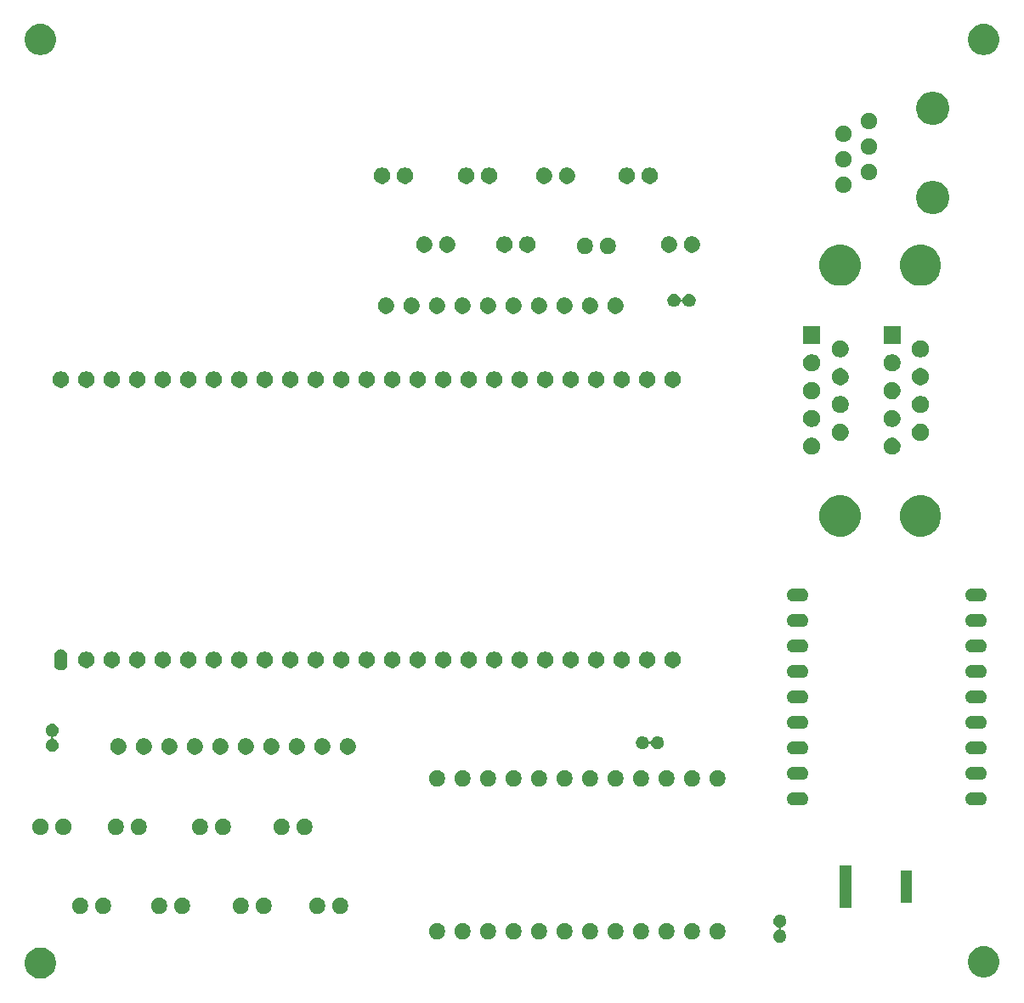
<source format=gbr>
G04 #@! TF.GenerationSoftware,KiCad,Pcbnew,5.1.2-f72e74a~84~ubuntu18.04.1*
G04 #@! TF.CreationDate,2019-06-07T13:39:42-04:00*
G04 #@! TF.ProjectId,temperature board,74656d70-6572-4617-9475-726520626f61,v01*
G04 #@! TF.SameCoordinates,Original*
G04 #@! TF.FileFunction,Soldermask,Bot*
G04 #@! TF.FilePolarity,Negative*
%FSLAX46Y46*%
G04 Gerber Fmt 4.6, Leading zero omitted, Abs format (unit mm)*
G04 Created by KiCad (PCBNEW 5.1.2-f72e74a~84~ubuntu18.04.1) date 2019-06-07 13:39:42*
%MOMM*%
%LPD*%
G04 APERTURE LIST*
%ADD10C,0.100000*%
G04 APERTURE END LIST*
D10*
G36*
X104442585Y-121033802D02*
G01*
X104592410Y-121063604D01*
X104874674Y-121180521D01*
X105128705Y-121350259D01*
X105344741Y-121566295D01*
X105514479Y-121820326D01*
X105631396Y-122102590D01*
X105691000Y-122402240D01*
X105691000Y-122707760D01*
X105631396Y-123007410D01*
X105514479Y-123289674D01*
X105344741Y-123543705D01*
X105128705Y-123759741D01*
X104874674Y-123929479D01*
X104592410Y-124046396D01*
X104442585Y-124076198D01*
X104292761Y-124106000D01*
X103987239Y-124106000D01*
X103837415Y-124076198D01*
X103687590Y-124046396D01*
X103405326Y-123929479D01*
X103151295Y-123759741D01*
X102935259Y-123543705D01*
X102765521Y-123289674D01*
X102648604Y-123007410D01*
X102589000Y-122707760D01*
X102589000Y-122402240D01*
X102648604Y-122102590D01*
X102765521Y-121820326D01*
X102935259Y-121566295D01*
X103151295Y-121350259D01*
X103405326Y-121180521D01*
X103687590Y-121063604D01*
X103837415Y-121033802D01*
X103987239Y-121004000D01*
X104292761Y-121004000D01*
X104442585Y-121033802D01*
X104442585Y-121033802D01*
G37*
G36*
X198422585Y-120906802D02*
G01*
X198572410Y-120936604D01*
X198854674Y-121053521D01*
X199108705Y-121223259D01*
X199324741Y-121439295D01*
X199494479Y-121693326D01*
X199611396Y-121975590D01*
X199671000Y-122275240D01*
X199671000Y-122580760D01*
X199611396Y-122880410D01*
X199494479Y-123162674D01*
X199324741Y-123416705D01*
X199108705Y-123632741D01*
X198854674Y-123802479D01*
X198572410Y-123919396D01*
X198521719Y-123929479D01*
X198272761Y-123979000D01*
X197967239Y-123979000D01*
X197718281Y-123929479D01*
X197667590Y-123919396D01*
X197385326Y-123802479D01*
X197131295Y-123632741D01*
X196915259Y-123416705D01*
X196745521Y-123162674D01*
X196628604Y-122880410D01*
X196569000Y-122580760D01*
X196569000Y-122275240D01*
X196628604Y-121975590D01*
X196745521Y-121693326D01*
X196915259Y-121439295D01*
X197131295Y-121223259D01*
X197385326Y-121053521D01*
X197667590Y-120936604D01*
X197817415Y-120906802D01*
X197967239Y-120877000D01*
X198272761Y-120877000D01*
X198422585Y-120906802D01*
X198422585Y-120906802D01*
G37*
G36*
X177989890Y-117738017D02*
G01*
X178108364Y-117787091D01*
X178214988Y-117858335D01*
X178305665Y-117949012D01*
X178376910Y-118055638D01*
X178425983Y-118174110D01*
X178451000Y-118299881D01*
X178451000Y-118428119D01*
X178425983Y-118553890D01*
X178382226Y-118659529D01*
X178376909Y-118672364D01*
X178305665Y-118778988D01*
X178214988Y-118869665D01*
X178108364Y-118940909D01*
X177989890Y-118989983D01*
X177982751Y-118991403D01*
X177959302Y-118998516D01*
X177937691Y-119010067D01*
X177918749Y-119025612D01*
X177903203Y-119044554D01*
X177891652Y-119066164D01*
X177884539Y-119089613D01*
X177882137Y-119113999D01*
X177884539Y-119138385D01*
X177891652Y-119161834D01*
X177903203Y-119183445D01*
X177918748Y-119202387D01*
X177937690Y-119217933D01*
X177959300Y-119229484D01*
X177982751Y-119236597D01*
X177989890Y-119238017D01*
X178108364Y-119287091D01*
X178214988Y-119358335D01*
X178305665Y-119449012D01*
X178376910Y-119555638D01*
X178425983Y-119674110D01*
X178451000Y-119799881D01*
X178451000Y-119928119D01*
X178425983Y-120053890D01*
X178376909Y-120172364D01*
X178305665Y-120278988D01*
X178214988Y-120369665D01*
X178108364Y-120440909D01*
X178108363Y-120440910D01*
X178108362Y-120440910D01*
X177989890Y-120489983D01*
X177864119Y-120515000D01*
X177735881Y-120515000D01*
X177610110Y-120489983D01*
X177491638Y-120440910D01*
X177491637Y-120440910D01*
X177491636Y-120440909D01*
X177385012Y-120369665D01*
X177294335Y-120278988D01*
X177223091Y-120172364D01*
X177174017Y-120053890D01*
X177149000Y-119928119D01*
X177149000Y-119799881D01*
X177174017Y-119674110D01*
X177223090Y-119555638D01*
X177294335Y-119449012D01*
X177385012Y-119358335D01*
X177491636Y-119287091D01*
X177610110Y-119238017D01*
X177617249Y-119236597D01*
X177640698Y-119229484D01*
X177662309Y-119217933D01*
X177681251Y-119202388D01*
X177696797Y-119183446D01*
X177708348Y-119161836D01*
X177715461Y-119138387D01*
X177717863Y-119114001D01*
X177715461Y-119089615D01*
X177708348Y-119066166D01*
X177696797Y-119044555D01*
X177681252Y-119025613D01*
X177662310Y-119010067D01*
X177640700Y-118998516D01*
X177617249Y-118991403D01*
X177610110Y-118989983D01*
X177491636Y-118940909D01*
X177385012Y-118869665D01*
X177294335Y-118778988D01*
X177223091Y-118672364D01*
X177217775Y-118659529D01*
X177174017Y-118553890D01*
X177149000Y-118428119D01*
X177149000Y-118299881D01*
X177174017Y-118174110D01*
X177223090Y-118055638D01*
X177294335Y-117949012D01*
X177385012Y-117858335D01*
X177491636Y-117787091D01*
X177610110Y-117738017D01*
X177735881Y-117713000D01*
X177864119Y-117713000D01*
X177989890Y-117738017D01*
X177989890Y-117738017D01*
G37*
G36*
X156574142Y-118598242D02*
G01*
X156722101Y-118659529D01*
X156855255Y-118748499D01*
X156968501Y-118861745D01*
X157057471Y-118994899D01*
X157118758Y-119142858D01*
X157150000Y-119299925D01*
X157150000Y-119460075D01*
X157118758Y-119617142D01*
X157057471Y-119765101D01*
X156968501Y-119898255D01*
X156855255Y-120011501D01*
X156722101Y-120100471D01*
X156574142Y-120161758D01*
X156417075Y-120193000D01*
X156256925Y-120193000D01*
X156099858Y-120161758D01*
X155951899Y-120100471D01*
X155818745Y-120011501D01*
X155705499Y-119898255D01*
X155616529Y-119765101D01*
X155555242Y-119617142D01*
X155524000Y-119460075D01*
X155524000Y-119299925D01*
X155555242Y-119142858D01*
X155616529Y-118994899D01*
X155705499Y-118861745D01*
X155818745Y-118748499D01*
X155951899Y-118659529D01*
X156099858Y-118598242D01*
X156256925Y-118567000D01*
X156417075Y-118567000D01*
X156574142Y-118598242D01*
X156574142Y-118598242D01*
G37*
G36*
X169274142Y-118598242D02*
G01*
X169422101Y-118659529D01*
X169555255Y-118748499D01*
X169668501Y-118861745D01*
X169757471Y-118994899D01*
X169818758Y-119142858D01*
X169850000Y-119299925D01*
X169850000Y-119460075D01*
X169818758Y-119617142D01*
X169757471Y-119765101D01*
X169668501Y-119898255D01*
X169555255Y-120011501D01*
X169422101Y-120100471D01*
X169274142Y-120161758D01*
X169117075Y-120193000D01*
X168956925Y-120193000D01*
X168799858Y-120161758D01*
X168651899Y-120100471D01*
X168518745Y-120011501D01*
X168405499Y-119898255D01*
X168316529Y-119765101D01*
X168255242Y-119617142D01*
X168224000Y-119460075D01*
X168224000Y-119299925D01*
X168255242Y-119142858D01*
X168316529Y-118994899D01*
X168405499Y-118861745D01*
X168518745Y-118748499D01*
X168651899Y-118659529D01*
X168799858Y-118598242D01*
X168956925Y-118567000D01*
X169117075Y-118567000D01*
X169274142Y-118598242D01*
X169274142Y-118598242D01*
G37*
G36*
X166734142Y-118598242D02*
G01*
X166882101Y-118659529D01*
X167015255Y-118748499D01*
X167128501Y-118861745D01*
X167217471Y-118994899D01*
X167278758Y-119142858D01*
X167310000Y-119299925D01*
X167310000Y-119460075D01*
X167278758Y-119617142D01*
X167217471Y-119765101D01*
X167128501Y-119898255D01*
X167015255Y-120011501D01*
X166882101Y-120100471D01*
X166734142Y-120161758D01*
X166577075Y-120193000D01*
X166416925Y-120193000D01*
X166259858Y-120161758D01*
X166111899Y-120100471D01*
X165978745Y-120011501D01*
X165865499Y-119898255D01*
X165776529Y-119765101D01*
X165715242Y-119617142D01*
X165684000Y-119460075D01*
X165684000Y-119299925D01*
X165715242Y-119142858D01*
X165776529Y-118994899D01*
X165865499Y-118861745D01*
X165978745Y-118748499D01*
X166111899Y-118659529D01*
X166259858Y-118598242D01*
X166416925Y-118567000D01*
X166577075Y-118567000D01*
X166734142Y-118598242D01*
X166734142Y-118598242D01*
G37*
G36*
X164194142Y-118598242D02*
G01*
X164342101Y-118659529D01*
X164475255Y-118748499D01*
X164588501Y-118861745D01*
X164677471Y-118994899D01*
X164738758Y-119142858D01*
X164770000Y-119299925D01*
X164770000Y-119460075D01*
X164738758Y-119617142D01*
X164677471Y-119765101D01*
X164588501Y-119898255D01*
X164475255Y-120011501D01*
X164342101Y-120100471D01*
X164194142Y-120161758D01*
X164037075Y-120193000D01*
X163876925Y-120193000D01*
X163719858Y-120161758D01*
X163571899Y-120100471D01*
X163438745Y-120011501D01*
X163325499Y-119898255D01*
X163236529Y-119765101D01*
X163175242Y-119617142D01*
X163144000Y-119460075D01*
X163144000Y-119299925D01*
X163175242Y-119142858D01*
X163236529Y-118994899D01*
X163325499Y-118861745D01*
X163438745Y-118748499D01*
X163571899Y-118659529D01*
X163719858Y-118598242D01*
X163876925Y-118567000D01*
X164037075Y-118567000D01*
X164194142Y-118598242D01*
X164194142Y-118598242D01*
G37*
G36*
X161654142Y-118598242D02*
G01*
X161802101Y-118659529D01*
X161935255Y-118748499D01*
X162048501Y-118861745D01*
X162137471Y-118994899D01*
X162198758Y-119142858D01*
X162230000Y-119299925D01*
X162230000Y-119460075D01*
X162198758Y-119617142D01*
X162137471Y-119765101D01*
X162048501Y-119898255D01*
X161935255Y-120011501D01*
X161802101Y-120100471D01*
X161654142Y-120161758D01*
X161497075Y-120193000D01*
X161336925Y-120193000D01*
X161179858Y-120161758D01*
X161031899Y-120100471D01*
X160898745Y-120011501D01*
X160785499Y-119898255D01*
X160696529Y-119765101D01*
X160635242Y-119617142D01*
X160604000Y-119460075D01*
X160604000Y-119299925D01*
X160635242Y-119142858D01*
X160696529Y-118994899D01*
X160785499Y-118861745D01*
X160898745Y-118748499D01*
X161031899Y-118659529D01*
X161179858Y-118598242D01*
X161336925Y-118567000D01*
X161497075Y-118567000D01*
X161654142Y-118598242D01*
X161654142Y-118598242D01*
G37*
G36*
X159114142Y-118598242D02*
G01*
X159262101Y-118659529D01*
X159395255Y-118748499D01*
X159508501Y-118861745D01*
X159597471Y-118994899D01*
X159658758Y-119142858D01*
X159690000Y-119299925D01*
X159690000Y-119460075D01*
X159658758Y-119617142D01*
X159597471Y-119765101D01*
X159508501Y-119898255D01*
X159395255Y-120011501D01*
X159262101Y-120100471D01*
X159114142Y-120161758D01*
X158957075Y-120193000D01*
X158796925Y-120193000D01*
X158639858Y-120161758D01*
X158491899Y-120100471D01*
X158358745Y-120011501D01*
X158245499Y-119898255D01*
X158156529Y-119765101D01*
X158095242Y-119617142D01*
X158064000Y-119460075D01*
X158064000Y-119299925D01*
X158095242Y-119142858D01*
X158156529Y-118994899D01*
X158245499Y-118861745D01*
X158358745Y-118748499D01*
X158491899Y-118659529D01*
X158639858Y-118598242D01*
X158796925Y-118567000D01*
X158957075Y-118567000D01*
X159114142Y-118598242D01*
X159114142Y-118598242D01*
G37*
G36*
X154034142Y-118598242D02*
G01*
X154182101Y-118659529D01*
X154315255Y-118748499D01*
X154428501Y-118861745D01*
X154517471Y-118994899D01*
X154578758Y-119142858D01*
X154610000Y-119299925D01*
X154610000Y-119460075D01*
X154578758Y-119617142D01*
X154517471Y-119765101D01*
X154428501Y-119898255D01*
X154315255Y-120011501D01*
X154182101Y-120100471D01*
X154034142Y-120161758D01*
X153877075Y-120193000D01*
X153716925Y-120193000D01*
X153559858Y-120161758D01*
X153411899Y-120100471D01*
X153278745Y-120011501D01*
X153165499Y-119898255D01*
X153076529Y-119765101D01*
X153015242Y-119617142D01*
X152984000Y-119460075D01*
X152984000Y-119299925D01*
X153015242Y-119142858D01*
X153076529Y-118994899D01*
X153165499Y-118861745D01*
X153278745Y-118748499D01*
X153411899Y-118659529D01*
X153559858Y-118598242D01*
X153716925Y-118567000D01*
X153877075Y-118567000D01*
X154034142Y-118598242D01*
X154034142Y-118598242D01*
G37*
G36*
X151494142Y-118598242D02*
G01*
X151642101Y-118659529D01*
X151775255Y-118748499D01*
X151888501Y-118861745D01*
X151977471Y-118994899D01*
X152038758Y-119142858D01*
X152070000Y-119299925D01*
X152070000Y-119460075D01*
X152038758Y-119617142D01*
X151977471Y-119765101D01*
X151888501Y-119898255D01*
X151775255Y-120011501D01*
X151642101Y-120100471D01*
X151494142Y-120161758D01*
X151337075Y-120193000D01*
X151176925Y-120193000D01*
X151019858Y-120161758D01*
X150871899Y-120100471D01*
X150738745Y-120011501D01*
X150625499Y-119898255D01*
X150536529Y-119765101D01*
X150475242Y-119617142D01*
X150444000Y-119460075D01*
X150444000Y-119299925D01*
X150475242Y-119142858D01*
X150536529Y-118994899D01*
X150625499Y-118861745D01*
X150738745Y-118748499D01*
X150871899Y-118659529D01*
X151019858Y-118598242D01*
X151176925Y-118567000D01*
X151337075Y-118567000D01*
X151494142Y-118598242D01*
X151494142Y-118598242D01*
G37*
G36*
X148954142Y-118598242D02*
G01*
X149102101Y-118659529D01*
X149235255Y-118748499D01*
X149348501Y-118861745D01*
X149437471Y-118994899D01*
X149498758Y-119142858D01*
X149530000Y-119299925D01*
X149530000Y-119460075D01*
X149498758Y-119617142D01*
X149437471Y-119765101D01*
X149348501Y-119898255D01*
X149235255Y-120011501D01*
X149102101Y-120100471D01*
X148954142Y-120161758D01*
X148797075Y-120193000D01*
X148636925Y-120193000D01*
X148479858Y-120161758D01*
X148331899Y-120100471D01*
X148198745Y-120011501D01*
X148085499Y-119898255D01*
X147996529Y-119765101D01*
X147935242Y-119617142D01*
X147904000Y-119460075D01*
X147904000Y-119299925D01*
X147935242Y-119142858D01*
X147996529Y-118994899D01*
X148085499Y-118861745D01*
X148198745Y-118748499D01*
X148331899Y-118659529D01*
X148479858Y-118598242D01*
X148636925Y-118567000D01*
X148797075Y-118567000D01*
X148954142Y-118598242D01*
X148954142Y-118598242D01*
G37*
G36*
X146414142Y-118598242D02*
G01*
X146562101Y-118659529D01*
X146695255Y-118748499D01*
X146808501Y-118861745D01*
X146897471Y-118994899D01*
X146958758Y-119142858D01*
X146990000Y-119299925D01*
X146990000Y-119460075D01*
X146958758Y-119617142D01*
X146897471Y-119765101D01*
X146808501Y-119898255D01*
X146695255Y-120011501D01*
X146562101Y-120100471D01*
X146414142Y-120161758D01*
X146257075Y-120193000D01*
X146096925Y-120193000D01*
X145939858Y-120161758D01*
X145791899Y-120100471D01*
X145658745Y-120011501D01*
X145545499Y-119898255D01*
X145456529Y-119765101D01*
X145395242Y-119617142D01*
X145364000Y-119460075D01*
X145364000Y-119299925D01*
X145395242Y-119142858D01*
X145456529Y-118994899D01*
X145545499Y-118861745D01*
X145658745Y-118748499D01*
X145791899Y-118659529D01*
X145939858Y-118598242D01*
X146096925Y-118567000D01*
X146257075Y-118567000D01*
X146414142Y-118598242D01*
X146414142Y-118598242D01*
G37*
G36*
X143874142Y-118598242D02*
G01*
X144022101Y-118659529D01*
X144155255Y-118748499D01*
X144268501Y-118861745D01*
X144357471Y-118994899D01*
X144418758Y-119142858D01*
X144450000Y-119299925D01*
X144450000Y-119460075D01*
X144418758Y-119617142D01*
X144357471Y-119765101D01*
X144268501Y-119898255D01*
X144155255Y-120011501D01*
X144022101Y-120100471D01*
X143874142Y-120161758D01*
X143717075Y-120193000D01*
X143556925Y-120193000D01*
X143399858Y-120161758D01*
X143251899Y-120100471D01*
X143118745Y-120011501D01*
X143005499Y-119898255D01*
X142916529Y-119765101D01*
X142855242Y-119617142D01*
X142824000Y-119460075D01*
X142824000Y-119299925D01*
X142855242Y-119142858D01*
X142916529Y-118994899D01*
X143005499Y-118861745D01*
X143118745Y-118748499D01*
X143251899Y-118659529D01*
X143399858Y-118598242D01*
X143556925Y-118567000D01*
X143717075Y-118567000D01*
X143874142Y-118598242D01*
X143874142Y-118598242D01*
G37*
G36*
X171814142Y-118598242D02*
G01*
X171962101Y-118659529D01*
X172095255Y-118748499D01*
X172208501Y-118861745D01*
X172297471Y-118994899D01*
X172358758Y-119142858D01*
X172390000Y-119299925D01*
X172390000Y-119460075D01*
X172358758Y-119617142D01*
X172297471Y-119765101D01*
X172208501Y-119898255D01*
X172095255Y-120011501D01*
X171962101Y-120100471D01*
X171814142Y-120161758D01*
X171657075Y-120193000D01*
X171496925Y-120193000D01*
X171339858Y-120161758D01*
X171191899Y-120100471D01*
X171058745Y-120011501D01*
X170945499Y-119898255D01*
X170856529Y-119765101D01*
X170795242Y-119617142D01*
X170764000Y-119460075D01*
X170764000Y-119299925D01*
X170795242Y-119142858D01*
X170856529Y-118994899D01*
X170945499Y-118861745D01*
X171058745Y-118748499D01*
X171191899Y-118659529D01*
X171339858Y-118598242D01*
X171496925Y-118567000D01*
X171657075Y-118567000D01*
X171814142Y-118598242D01*
X171814142Y-118598242D01*
G37*
G36*
X110600142Y-116058242D02*
G01*
X110748101Y-116119529D01*
X110881255Y-116208499D01*
X110994501Y-116321745D01*
X111083471Y-116454899D01*
X111144758Y-116602858D01*
X111176000Y-116759925D01*
X111176000Y-116920075D01*
X111144758Y-117077142D01*
X111083471Y-117225101D01*
X110994501Y-117358255D01*
X110881255Y-117471501D01*
X110748101Y-117560471D01*
X110600142Y-117621758D01*
X110443075Y-117653000D01*
X110282925Y-117653000D01*
X110125858Y-117621758D01*
X109977899Y-117560471D01*
X109844745Y-117471501D01*
X109731499Y-117358255D01*
X109642529Y-117225101D01*
X109581242Y-117077142D01*
X109550000Y-116920075D01*
X109550000Y-116759925D01*
X109581242Y-116602858D01*
X109642529Y-116454899D01*
X109731499Y-116321745D01*
X109844745Y-116208499D01*
X109977899Y-116119529D01*
X110125858Y-116058242D01*
X110282925Y-116027000D01*
X110443075Y-116027000D01*
X110600142Y-116058242D01*
X110600142Y-116058242D01*
G37*
G36*
X118474142Y-116058242D02*
G01*
X118622101Y-116119529D01*
X118755255Y-116208499D01*
X118868501Y-116321745D01*
X118957471Y-116454899D01*
X119018758Y-116602858D01*
X119050000Y-116759925D01*
X119050000Y-116920075D01*
X119018758Y-117077142D01*
X118957471Y-117225101D01*
X118868501Y-117358255D01*
X118755255Y-117471501D01*
X118622101Y-117560471D01*
X118474142Y-117621758D01*
X118317075Y-117653000D01*
X118156925Y-117653000D01*
X117999858Y-117621758D01*
X117851899Y-117560471D01*
X117718745Y-117471501D01*
X117605499Y-117358255D01*
X117516529Y-117225101D01*
X117455242Y-117077142D01*
X117424000Y-116920075D01*
X117424000Y-116759925D01*
X117455242Y-116602858D01*
X117516529Y-116454899D01*
X117605499Y-116321745D01*
X117718745Y-116208499D01*
X117851899Y-116119529D01*
X117999858Y-116058242D01*
X118156925Y-116027000D01*
X118317075Y-116027000D01*
X118474142Y-116058242D01*
X118474142Y-116058242D01*
G37*
G36*
X116188142Y-116058242D02*
G01*
X116336101Y-116119529D01*
X116469255Y-116208499D01*
X116582501Y-116321745D01*
X116671471Y-116454899D01*
X116732758Y-116602858D01*
X116764000Y-116759925D01*
X116764000Y-116920075D01*
X116732758Y-117077142D01*
X116671471Y-117225101D01*
X116582501Y-117358255D01*
X116469255Y-117471501D01*
X116336101Y-117560471D01*
X116188142Y-117621758D01*
X116031075Y-117653000D01*
X115870925Y-117653000D01*
X115713858Y-117621758D01*
X115565899Y-117560471D01*
X115432745Y-117471501D01*
X115319499Y-117358255D01*
X115230529Y-117225101D01*
X115169242Y-117077142D01*
X115138000Y-116920075D01*
X115138000Y-116759925D01*
X115169242Y-116602858D01*
X115230529Y-116454899D01*
X115319499Y-116321745D01*
X115432745Y-116208499D01*
X115565899Y-116119529D01*
X115713858Y-116058242D01*
X115870925Y-116027000D01*
X116031075Y-116027000D01*
X116188142Y-116058242D01*
X116188142Y-116058242D01*
G37*
G36*
X108314142Y-116058242D02*
G01*
X108462101Y-116119529D01*
X108595255Y-116208499D01*
X108708501Y-116321745D01*
X108797471Y-116454899D01*
X108858758Y-116602858D01*
X108890000Y-116759925D01*
X108890000Y-116920075D01*
X108858758Y-117077142D01*
X108797471Y-117225101D01*
X108708501Y-117358255D01*
X108595255Y-117471501D01*
X108462101Y-117560471D01*
X108314142Y-117621758D01*
X108157075Y-117653000D01*
X107996925Y-117653000D01*
X107839858Y-117621758D01*
X107691899Y-117560471D01*
X107558745Y-117471501D01*
X107445499Y-117358255D01*
X107356529Y-117225101D01*
X107295242Y-117077142D01*
X107264000Y-116920075D01*
X107264000Y-116759925D01*
X107295242Y-116602858D01*
X107356529Y-116454899D01*
X107445499Y-116321745D01*
X107558745Y-116208499D01*
X107691899Y-116119529D01*
X107839858Y-116058242D01*
X107996925Y-116027000D01*
X108157075Y-116027000D01*
X108314142Y-116058242D01*
X108314142Y-116058242D01*
G37*
G36*
X131936142Y-116058242D02*
G01*
X132084101Y-116119529D01*
X132217255Y-116208499D01*
X132330501Y-116321745D01*
X132419471Y-116454899D01*
X132480758Y-116602858D01*
X132512000Y-116759925D01*
X132512000Y-116920075D01*
X132480758Y-117077142D01*
X132419471Y-117225101D01*
X132330501Y-117358255D01*
X132217255Y-117471501D01*
X132084101Y-117560471D01*
X131936142Y-117621758D01*
X131779075Y-117653000D01*
X131618925Y-117653000D01*
X131461858Y-117621758D01*
X131313899Y-117560471D01*
X131180745Y-117471501D01*
X131067499Y-117358255D01*
X130978529Y-117225101D01*
X130917242Y-117077142D01*
X130886000Y-116920075D01*
X130886000Y-116759925D01*
X130917242Y-116602858D01*
X130978529Y-116454899D01*
X131067499Y-116321745D01*
X131180745Y-116208499D01*
X131313899Y-116119529D01*
X131461858Y-116058242D01*
X131618925Y-116027000D01*
X131779075Y-116027000D01*
X131936142Y-116058242D01*
X131936142Y-116058242D01*
G37*
G36*
X126602142Y-116058242D02*
G01*
X126750101Y-116119529D01*
X126883255Y-116208499D01*
X126996501Y-116321745D01*
X127085471Y-116454899D01*
X127146758Y-116602858D01*
X127178000Y-116759925D01*
X127178000Y-116920075D01*
X127146758Y-117077142D01*
X127085471Y-117225101D01*
X126996501Y-117358255D01*
X126883255Y-117471501D01*
X126750101Y-117560471D01*
X126602142Y-117621758D01*
X126445075Y-117653000D01*
X126284925Y-117653000D01*
X126127858Y-117621758D01*
X125979899Y-117560471D01*
X125846745Y-117471501D01*
X125733499Y-117358255D01*
X125644529Y-117225101D01*
X125583242Y-117077142D01*
X125552000Y-116920075D01*
X125552000Y-116759925D01*
X125583242Y-116602858D01*
X125644529Y-116454899D01*
X125733499Y-116321745D01*
X125846745Y-116208499D01*
X125979899Y-116119529D01*
X126127858Y-116058242D01*
X126284925Y-116027000D01*
X126445075Y-116027000D01*
X126602142Y-116058242D01*
X126602142Y-116058242D01*
G37*
G36*
X124316142Y-116058242D02*
G01*
X124464101Y-116119529D01*
X124597255Y-116208499D01*
X124710501Y-116321745D01*
X124799471Y-116454899D01*
X124860758Y-116602858D01*
X124892000Y-116759925D01*
X124892000Y-116920075D01*
X124860758Y-117077142D01*
X124799471Y-117225101D01*
X124710501Y-117358255D01*
X124597255Y-117471501D01*
X124464101Y-117560471D01*
X124316142Y-117621758D01*
X124159075Y-117653000D01*
X123998925Y-117653000D01*
X123841858Y-117621758D01*
X123693899Y-117560471D01*
X123560745Y-117471501D01*
X123447499Y-117358255D01*
X123358529Y-117225101D01*
X123297242Y-117077142D01*
X123266000Y-116920075D01*
X123266000Y-116759925D01*
X123297242Y-116602858D01*
X123358529Y-116454899D01*
X123447499Y-116321745D01*
X123560745Y-116208499D01*
X123693899Y-116119529D01*
X123841858Y-116058242D01*
X123998925Y-116027000D01*
X124159075Y-116027000D01*
X124316142Y-116058242D01*
X124316142Y-116058242D01*
G37*
G36*
X134222142Y-116058242D02*
G01*
X134370101Y-116119529D01*
X134503255Y-116208499D01*
X134616501Y-116321745D01*
X134705471Y-116454899D01*
X134766758Y-116602858D01*
X134798000Y-116759925D01*
X134798000Y-116920075D01*
X134766758Y-117077142D01*
X134705471Y-117225101D01*
X134616501Y-117358255D01*
X134503255Y-117471501D01*
X134370101Y-117560471D01*
X134222142Y-117621758D01*
X134065075Y-117653000D01*
X133904925Y-117653000D01*
X133747858Y-117621758D01*
X133599899Y-117560471D01*
X133466745Y-117471501D01*
X133353499Y-117358255D01*
X133264529Y-117225101D01*
X133203242Y-117077142D01*
X133172000Y-116920075D01*
X133172000Y-116759925D01*
X133203242Y-116602858D01*
X133264529Y-116454899D01*
X133353499Y-116321745D01*
X133466745Y-116208499D01*
X133599899Y-116119529D01*
X133747858Y-116058242D01*
X133904925Y-116027000D01*
X134065075Y-116027000D01*
X134222142Y-116058242D01*
X134222142Y-116058242D01*
G37*
G36*
X184974000Y-117036000D02*
G01*
X183772000Y-117036000D01*
X183772000Y-112834000D01*
X184974000Y-112834000D01*
X184974000Y-117036000D01*
X184974000Y-117036000D01*
G37*
G36*
X190924000Y-116536000D02*
G01*
X189822000Y-116536000D01*
X189822000Y-113334000D01*
X190924000Y-113334000D01*
X190924000Y-116536000D01*
X190924000Y-116536000D01*
G37*
G36*
X122538142Y-108184242D02*
G01*
X122686101Y-108245529D01*
X122819255Y-108334499D01*
X122932501Y-108447745D01*
X123021471Y-108580899D01*
X123082758Y-108728858D01*
X123114000Y-108885925D01*
X123114000Y-109046075D01*
X123082758Y-109203142D01*
X123021471Y-109351101D01*
X122932501Y-109484255D01*
X122819255Y-109597501D01*
X122686101Y-109686471D01*
X122538142Y-109747758D01*
X122381075Y-109779000D01*
X122220925Y-109779000D01*
X122063858Y-109747758D01*
X121915899Y-109686471D01*
X121782745Y-109597501D01*
X121669499Y-109484255D01*
X121580529Y-109351101D01*
X121519242Y-109203142D01*
X121488000Y-109046075D01*
X121488000Y-108885925D01*
X121519242Y-108728858D01*
X121580529Y-108580899D01*
X121669499Y-108447745D01*
X121782745Y-108334499D01*
X121915899Y-108245529D01*
X122063858Y-108184242D01*
X122220925Y-108153000D01*
X122381075Y-108153000D01*
X122538142Y-108184242D01*
X122538142Y-108184242D01*
G37*
G36*
X104377142Y-108184242D02*
G01*
X104525101Y-108245529D01*
X104658255Y-108334499D01*
X104771501Y-108447745D01*
X104860471Y-108580899D01*
X104921758Y-108728858D01*
X104953000Y-108885925D01*
X104953000Y-109046075D01*
X104921758Y-109203142D01*
X104860471Y-109351101D01*
X104771501Y-109484255D01*
X104658255Y-109597501D01*
X104525101Y-109686471D01*
X104377142Y-109747758D01*
X104220075Y-109779000D01*
X104059925Y-109779000D01*
X103902858Y-109747758D01*
X103754899Y-109686471D01*
X103621745Y-109597501D01*
X103508499Y-109484255D01*
X103419529Y-109351101D01*
X103358242Y-109203142D01*
X103327000Y-109046075D01*
X103327000Y-108885925D01*
X103358242Y-108728858D01*
X103419529Y-108580899D01*
X103508499Y-108447745D01*
X103621745Y-108334499D01*
X103754899Y-108245529D01*
X103902858Y-108184242D01*
X104059925Y-108153000D01*
X104220075Y-108153000D01*
X104377142Y-108184242D01*
X104377142Y-108184242D01*
G37*
G36*
X111870142Y-108184242D02*
G01*
X112018101Y-108245529D01*
X112151255Y-108334499D01*
X112264501Y-108447745D01*
X112353471Y-108580899D01*
X112414758Y-108728858D01*
X112446000Y-108885925D01*
X112446000Y-109046075D01*
X112414758Y-109203142D01*
X112353471Y-109351101D01*
X112264501Y-109484255D01*
X112151255Y-109597501D01*
X112018101Y-109686471D01*
X111870142Y-109747758D01*
X111713075Y-109779000D01*
X111552925Y-109779000D01*
X111395858Y-109747758D01*
X111247899Y-109686471D01*
X111114745Y-109597501D01*
X111001499Y-109484255D01*
X110912529Y-109351101D01*
X110851242Y-109203142D01*
X110820000Y-109046075D01*
X110820000Y-108885925D01*
X110851242Y-108728858D01*
X110912529Y-108580899D01*
X111001499Y-108447745D01*
X111114745Y-108334499D01*
X111247899Y-108245529D01*
X111395858Y-108184242D01*
X111552925Y-108153000D01*
X111713075Y-108153000D01*
X111870142Y-108184242D01*
X111870142Y-108184242D01*
G37*
G36*
X114156142Y-108184242D02*
G01*
X114304101Y-108245529D01*
X114437255Y-108334499D01*
X114550501Y-108447745D01*
X114639471Y-108580899D01*
X114700758Y-108728858D01*
X114732000Y-108885925D01*
X114732000Y-109046075D01*
X114700758Y-109203142D01*
X114639471Y-109351101D01*
X114550501Y-109484255D01*
X114437255Y-109597501D01*
X114304101Y-109686471D01*
X114156142Y-109747758D01*
X113999075Y-109779000D01*
X113838925Y-109779000D01*
X113681858Y-109747758D01*
X113533899Y-109686471D01*
X113400745Y-109597501D01*
X113287499Y-109484255D01*
X113198529Y-109351101D01*
X113137242Y-109203142D01*
X113106000Y-109046075D01*
X113106000Y-108885925D01*
X113137242Y-108728858D01*
X113198529Y-108580899D01*
X113287499Y-108447745D01*
X113400745Y-108334499D01*
X113533899Y-108245529D01*
X113681858Y-108184242D01*
X113838925Y-108153000D01*
X113999075Y-108153000D01*
X114156142Y-108184242D01*
X114156142Y-108184242D01*
G37*
G36*
X120252142Y-108184242D02*
G01*
X120400101Y-108245529D01*
X120533255Y-108334499D01*
X120646501Y-108447745D01*
X120735471Y-108580899D01*
X120796758Y-108728858D01*
X120828000Y-108885925D01*
X120828000Y-109046075D01*
X120796758Y-109203142D01*
X120735471Y-109351101D01*
X120646501Y-109484255D01*
X120533255Y-109597501D01*
X120400101Y-109686471D01*
X120252142Y-109747758D01*
X120095075Y-109779000D01*
X119934925Y-109779000D01*
X119777858Y-109747758D01*
X119629899Y-109686471D01*
X119496745Y-109597501D01*
X119383499Y-109484255D01*
X119294529Y-109351101D01*
X119233242Y-109203142D01*
X119202000Y-109046075D01*
X119202000Y-108885925D01*
X119233242Y-108728858D01*
X119294529Y-108580899D01*
X119383499Y-108447745D01*
X119496745Y-108334499D01*
X119629899Y-108245529D01*
X119777858Y-108184242D01*
X119934925Y-108153000D01*
X120095075Y-108153000D01*
X120252142Y-108184242D01*
X120252142Y-108184242D01*
G37*
G36*
X128380142Y-108184242D02*
G01*
X128528101Y-108245529D01*
X128661255Y-108334499D01*
X128774501Y-108447745D01*
X128863471Y-108580899D01*
X128924758Y-108728858D01*
X128956000Y-108885925D01*
X128956000Y-109046075D01*
X128924758Y-109203142D01*
X128863471Y-109351101D01*
X128774501Y-109484255D01*
X128661255Y-109597501D01*
X128528101Y-109686471D01*
X128380142Y-109747758D01*
X128223075Y-109779000D01*
X128062925Y-109779000D01*
X127905858Y-109747758D01*
X127757899Y-109686471D01*
X127624745Y-109597501D01*
X127511499Y-109484255D01*
X127422529Y-109351101D01*
X127361242Y-109203142D01*
X127330000Y-109046075D01*
X127330000Y-108885925D01*
X127361242Y-108728858D01*
X127422529Y-108580899D01*
X127511499Y-108447745D01*
X127624745Y-108334499D01*
X127757899Y-108245529D01*
X127905858Y-108184242D01*
X128062925Y-108153000D01*
X128223075Y-108153000D01*
X128380142Y-108184242D01*
X128380142Y-108184242D01*
G37*
G36*
X130666142Y-108184242D02*
G01*
X130814101Y-108245529D01*
X130947255Y-108334499D01*
X131060501Y-108447745D01*
X131149471Y-108580899D01*
X131210758Y-108728858D01*
X131242000Y-108885925D01*
X131242000Y-109046075D01*
X131210758Y-109203142D01*
X131149471Y-109351101D01*
X131060501Y-109484255D01*
X130947255Y-109597501D01*
X130814101Y-109686471D01*
X130666142Y-109747758D01*
X130509075Y-109779000D01*
X130348925Y-109779000D01*
X130191858Y-109747758D01*
X130043899Y-109686471D01*
X129910745Y-109597501D01*
X129797499Y-109484255D01*
X129708529Y-109351101D01*
X129647242Y-109203142D01*
X129616000Y-109046075D01*
X129616000Y-108885925D01*
X129647242Y-108728858D01*
X129708529Y-108580899D01*
X129797499Y-108447745D01*
X129910745Y-108334499D01*
X130043899Y-108245529D01*
X130191858Y-108184242D01*
X130348925Y-108153000D01*
X130509075Y-108153000D01*
X130666142Y-108184242D01*
X130666142Y-108184242D01*
G37*
G36*
X106663142Y-108184242D02*
G01*
X106811101Y-108245529D01*
X106944255Y-108334499D01*
X107057501Y-108447745D01*
X107146471Y-108580899D01*
X107207758Y-108728858D01*
X107239000Y-108885925D01*
X107239000Y-109046075D01*
X107207758Y-109203142D01*
X107146471Y-109351101D01*
X107057501Y-109484255D01*
X106944255Y-109597501D01*
X106811101Y-109686471D01*
X106663142Y-109747758D01*
X106506075Y-109779000D01*
X106345925Y-109779000D01*
X106188858Y-109747758D01*
X106040899Y-109686471D01*
X105907745Y-109597501D01*
X105794499Y-109484255D01*
X105705529Y-109351101D01*
X105644242Y-109203142D01*
X105613000Y-109046075D01*
X105613000Y-108885925D01*
X105644242Y-108728858D01*
X105705529Y-108580899D01*
X105794499Y-108447745D01*
X105907745Y-108334499D01*
X106040899Y-108245529D01*
X106188858Y-108184242D01*
X106345925Y-108153000D01*
X106506075Y-108153000D01*
X106663142Y-108184242D01*
X106663142Y-108184242D01*
G37*
G36*
X180041855Y-105524140D02*
G01*
X180105618Y-105530420D01*
X180196404Y-105557960D01*
X180228336Y-105567646D01*
X180341425Y-105628094D01*
X180440554Y-105709446D01*
X180521906Y-105808575D01*
X180582354Y-105921664D01*
X180582355Y-105921668D01*
X180619580Y-106044382D01*
X180632149Y-106172000D01*
X180619580Y-106299618D01*
X180592040Y-106390404D01*
X180582354Y-106422336D01*
X180521906Y-106535425D01*
X180440554Y-106634554D01*
X180341425Y-106715906D01*
X180228336Y-106776354D01*
X180196404Y-106786040D01*
X180105618Y-106813580D01*
X180041855Y-106819860D01*
X180009974Y-106823000D01*
X179146026Y-106823000D01*
X179114145Y-106819860D01*
X179050382Y-106813580D01*
X178959596Y-106786040D01*
X178927664Y-106776354D01*
X178814575Y-106715906D01*
X178715446Y-106634554D01*
X178634094Y-106535425D01*
X178573646Y-106422336D01*
X178563960Y-106390404D01*
X178536420Y-106299618D01*
X178523851Y-106172000D01*
X178536420Y-106044382D01*
X178573645Y-105921668D01*
X178573646Y-105921664D01*
X178634094Y-105808575D01*
X178715446Y-105709446D01*
X178814575Y-105628094D01*
X178927664Y-105567646D01*
X178959596Y-105557960D01*
X179050382Y-105530420D01*
X179114145Y-105524140D01*
X179146026Y-105521000D01*
X180009974Y-105521000D01*
X180041855Y-105524140D01*
X180041855Y-105524140D01*
G37*
G36*
X197821855Y-105524140D02*
G01*
X197885618Y-105530420D01*
X197976404Y-105557960D01*
X198008336Y-105567646D01*
X198121425Y-105628094D01*
X198220554Y-105709446D01*
X198301906Y-105808575D01*
X198362354Y-105921664D01*
X198362355Y-105921668D01*
X198399580Y-106044382D01*
X198412149Y-106172000D01*
X198399580Y-106299618D01*
X198372040Y-106390404D01*
X198362354Y-106422336D01*
X198301906Y-106535425D01*
X198220554Y-106634554D01*
X198121425Y-106715906D01*
X198008336Y-106776354D01*
X197976404Y-106786040D01*
X197885618Y-106813580D01*
X197821855Y-106819860D01*
X197789974Y-106823000D01*
X196926026Y-106823000D01*
X196894145Y-106819860D01*
X196830382Y-106813580D01*
X196739596Y-106786040D01*
X196707664Y-106776354D01*
X196594575Y-106715906D01*
X196495446Y-106634554D01*
X196414094Y-106535425D01*
X196353646Y-106422336D01*
X196343960Y-106390404D01*
X196316420Y-106299618D01*
X196303851Y-106172000D01*
X196316420Y-106044382D01*
X196353645Y-105921668D01*
X196353646Y-105921664D01*
X196414094Y-105808575D01*
X196495446Y-105709446D01*
X196594575Y-105628094D01*
X196707664Y-105567646D01*
X196739596Y-105557960D01*
X196830382Y-105530420D01*
X196894145Y-105524140D01*
X196926026Y-105521000D01*
X197789974Y-105521000D01*
X197821855Y-105524140D01*
X197821855Y-105524140D01*
G37*
G36*
X154034142Y-103358242D02*
G01*
X154182101Y-103419529D01*
X154315255Y-103508499D01*
X154428501Y-103621745D01*
X154517471Y-103754899D01*
X154578758Y-103902858D01*
X154610000Y-104059925D01*
X154610000Y-104220075D01*
X154578758Y-104377142D01*
X154517471Y-104525101D01*
X154428501Y-104658255D01*
X154315255Y-104771501D01*
X154182101Y-104860471D01*
X154034142Y-104921758D01*
X153877075Y-104953000D01*
X153716925Y-104953000D01*
X153559858Y-104921758D01*
X153411899Y-104860471D01*
X153278745Y-104771501D01*
X153165499Y-104658255D01*
X153076529Y-104525101D01*
X153015242Y-104377142D01*
X152984000Y-104220075D01*
X152984000Y-104059925D01*
X153015242Y-103902858D01*
X153076529Y-103754899D01*
X153165499Y-103621745D01*
X153278745Y-103508499D01*
X153411899Y-103419529D01*
X153559858Y-103358242D01*
X153716925Y-103327000D01*
X153877075Y-103327000D01*
X154034142Y-103358242D01*
X154034142Y-103358242D01*
G37*
G36*
X146414142Y-103358242D02*
G01*
X146562101Y-103419529D01*
X146695255Y-103508499D01*
X146808501Y-103621745D01*
X146897471Y-103754899D01*
X146958758Y-103902858D01*
X146990000Y-104059925D01*
X146990000Y-104220075D01*
X146958758Y-104377142D01*
X146897471Y-104525101D01*
X146808501Y-104658255D01*
X146695255Y-104771501D01*
X146562101Y-104860471D01*
X146414142Y-104921758D01*
X146257075Y-104953000D01*
X146096925Y-104953000D01*
X145939858Y-104921758D01*
X145791899Y-104860471D01*
X145658745Y-104771501D01*
X145545499Y-104658255D01*
X145456529Y-104525101D01*
X145395242Y-104377142D01*
X145364000Y-104220075D01*
X145364000Y-104059925D01*
X145395242Y-103902858D01*
X145456529Y-103754899D01*
X145545499Y-103621745D01*
X145658745Y-103508499D01*
X145791899Y-103419529D01*
X145939858Y-103358242D01*
X146096925Y-103327000D01*
X146257075Y-103327000D01*
X146414142Y-103358242D01*
X146414142Y-103358242D01*
G37*
G36*
X161654142Y-103358242D02*
G01*
X161802101Y-103419529D01*
X161935255Y-103508499D01*
X162048501Y-103621745D01*
X162137471Y-103754899D01*
X162198758Y-103902858D01*
X162230000Y-104059925D01*
X162230000Y-104220075D01*
X162198758Y-104377142D01*
X162137471Y-104525101D01*
X162048501Y-104658255D01*
X161935255Y-104771501D01*
X161802101Y-104860471D01*
X161654142Y-104921758D01*
X161497075Y-104953000D01*
X161336925Y-104953000D01*
X161179858Y-104921758D01*
X161031899Y-104860471D01*
X160898745Y-104771501D01*
X160785499Y-104658255D01*
X160696529Y-104525101D01*
X160635242Y-104377142D01*
X160604000Y-104220075D01*
X160604000Y-104059925D01*
X160635242Y-103902858D01*
X160696529Y-103754899D01*
X160785499Y-103621745D01*
X160898745Y-103508499D01*
X161031899Y-103419529D01*
X161179858Y-103358242D01*
X161336925Y-103327000D01*
X161497075Y-103327000D01*
X161654142Y-103358242D01*
X161654142Y-103358242D01*
G37*
G36*
X159114142Y-103358242D02*
G01*
X159262101Y-103419529D01*
X159395255Y-103508499D01*
X159508501Y-103621745D01*
X159597471Y-103754899D01*
X159658758Y-103902858D01*
X159690000Y-104059925D01*
X159690000Y-104220075D01*
X159658758Y-104377142D01*
X159597471Y-104525101D01*
X159508501Y-104658255D01*
X159395255Y-104771501D01*
X159262101Y-104860471D01*
X159114142Y-104921758D01*
X158957075Y-104953000D01*
X158796925Y-104953000D01*
X158639858Y-104921758D01*
X158491899Y-104860471D01*
X158358745Y-104771501D01*
X158245499Y-104658255D01*
X158156529Y-104525101D01*
X158095242Y-104377142D01*
X158064000Y-104220075D01*
X158064000Y-104059925D01*
X158095242Y-103902858D01*
X158156529Y-103754899D01*
X158245499Y-103621745D01*
X158358745Y-103508499D01*
X158491899Y-103419529D01*
X158639858Y-103358242D01*
X158796925Y-103327000D01*
X158957075Y-103327000D01*
X159114142Y-103358242D01*
X159114142Y-103358242D01*
G37*
G36*
X148954142Y-103358242D02*
G01*
X149102101Y-103419529D01*
X149235255Y-103508499D01*
X149348501Y-103621745D01*
X149437471Y-103754899D01*
X149498758Y-103902858D01*
X149530000Y-104059925D01*
X149530000Y-104220075D01*
X149498758Y-104377142D01*
X149437471Y-104525101D01*
X149348501Y-104658255D01*
X149235255Y-104771501D01*
X149102101Y-104860471D01*
X148954142Y-104921758D01*
X148797075Y-104953000D01*
X148636925Y-104953000D01*
X148479858Y-104921758D01*
X148331899Y-104860471D01*
X148198745Y-104771501D01*
X148085499Y-104658255D01*
X147996529Y-104525101D01*
X147935242Y-104377142D01*
X147904000Y-104220075D01*
X147904000Y-104059925D01*
X147935242Y-103902858D01*
X147996529Y-103754899D01*
X148085499Y-103621745D01*
X148198745Y-103508499D01*
X148331899Y-103419529D01*
X148479858Y-103358242D01*
X148636925Y-103327000D01*
X148797075Y-103327000D01*
X148954142Y-103358242D01*
X148954142Y-103358242D01*
G37*
G36*
X143874142Y-103358242D02*
G01*
X144022101Y-103419529D01*
X144155255Y-103508499D01*
X144268501Y-103621745D01*
X144357471Y-103754899D01*
X144418758Y-103902858D01*
X144450000Y-104059925D01*
X144450000Y-104220075D01*
X144418758Y-104377142D01*
X144357471Y-104525101D01*
X144268501Y-104658255D01*
X144155255Y-104771501D01*
X144022101Y-104860471D01*
X143874142Y-104921758D01*
X143717075Y-104953000D01*
X143556925Y-104953000D01*
X143399858Y-104921758D01*
X143251899Y-104860471D01*
X143118745Y-104771501D01*
X143005499Y-104658255D01*
X142916529Y-104525101D01*
X142855242Y-104377142D01*
X142824000Y-104220075D01*
X142824000Y-104059925D01*
X142855242Y-103902858D01*
X142916529Y-103754899D01*
X143005499Y-103621745D01*
X143118745Y-103508499D01*
X143251899Y-103419529D01*
X143399858Y-103358242D01*
X143556925Y-103327000D01*
X143717075Y-103327000D01*
X143874142Y-103358242D01*
X143874142Y-103358242D01*
G37*
G36*
X171814142Y-103358242D02*
G01*
X171962101Y-103419529D01*
X172095255Y-103508499D01*
X172208501Y-103621745D01*
X172297471Y-103754899D01*
X172358758Y-103902858D01*
X172390000Y-104059925D01*
X172390000Y-104220075D01*
X172358758Y-104377142D01*
X172297471Y-104525101D01*
X172208501Y-104658255D01*
X172095255Y-104771501D01*
X171962101Y-104860471D01*
X171814142Y-104921758D01*
X171657075Y-104953000D01*
X171496925Y-104953000D01*
X171339858Y-104921758D01*
X171191899Y-104860471D01*
X171058745Y-104771501D01*
X170945499Y-104658255D01*
X170856529Y-104525101D01*
X170795242Y-104377142D01*
X170764000Y-104220075D01*
X170764000Y-104059925D01*
X170795242Y-103902858D01*
X170856529Y-103754899D01*
X170945499Y-103621745D01*
X171058745Y-103508499D01*
X171191899Y-103419529D01*
X171339858Y-103358242D01*
X171496925Y-103327000D01*
X171657075Y-103327000D01*
X171814142Y-103358242D01*
X171814142Y-103358242D01*
G37*
G36*
X164194142Y-103358242D02*
G01*
X164342101Y-103419529D01*
X164475255Y-103508499D01*
X164588501Y-103621745D01*
X164677471Y-103754899D01*
X164738758Y-103902858D01*
X164770000Y-104059925D01*
X164770000Y-104220075D01*
X164738758Y-104377142D01*
X164677471Y-104525101D01*
X164588501Y-104658255D01*
X164475255Y-104771501D01*
X164342101Y-104860471D01*
X164194142Y-104921758D01*
X164037075Y-104953000D01*
X163876925Y-104953000D01*
X163719858Y-104921758D01*
X163571899Y-104860471D01*
X163438745Y-104771501D01*
X163325499Y-104658255D01*
X163236529Y-104525101D01*
X163175242Y-104377142D01*
X163144000Y-104220075D01*
X163144000Y-104059925D01*
X163175242Y-103902858D01*
X163236529Y-103754899D01*
X163325499Y-103621745D01*
X163438745Y-103508499D01*
X163571899Y-103419529D01*
X163719858Y-103358242D01*
X163876925Y-103327000D01*
X164037075Y-103327000D01*
X164194142Y-103358242D01*
X164194142Y-103358242D01*
G37*
G36*
X166734142Y-103358242D02*
G01*
X166882101Y-103419529D01*
X167015255Y-103508499D01*
X167128501Y-103621745D01*
X167217471Y-103754899D01*
X167278758Y-103902858D01*
X167310000Y-104059925D01*
X167310000Y-104220075D01*
X167278758Y-104377142D01*
X167217471Y-104525101D01*
X167128501Y-104658255D01*
X167015255Y-104771501D01*
X166882101Y-104860471D01*
X166734142Y-104921758D01*
X166577075Y-104953000D01*
X166416925Y-104953000D01*
X166259858Y-104921758D01*
X166111899Y-104860471D01*
X165978745Y-104771501D01*
X165865499Y-104658255D01*
X165776529Y-104525101D01*
X165715242Y-104377142D01*
X165684000Y-104220075D01*
X165684000Y-104059925D01*
X165715242Y-103902858D01*
X165776529Y-103754899D01*
X165865499Y-103621745D01*
X165978745Y-103508499D01*
X166111899Y-103419529D01*
X166259858Y-103358242D01*
X166416925Y-103327000D01*
X166577075Y-103327000D01*
X166734142Y-103358242D01*
X166734142Y-103358242D01*
G37*
G36*
X151494142Y-103358242D02*
G01*
X151642101Y-103419529D01*
X151775255Y-103508499D01*
X151888501Y-103621745D01*
X151977471Y-103754899D01*
X152038758Y-103902858D01*
X152070000Y-104059925D01*
X152070000Y-104220075D01*
X152038758Y-104377142D01*
X151977471Y-104525101D01*
X151888501Y-104658255D01*
X151775255Y-104771501D01*
X151642101Y-104860471D01*
X151494142Y-104921758D01*
X151337075Y-104953000D01*
X151176925Y-104953000D01*
X151019858Y-104921758D01*
X150871899Y-104860471D01*
X150738745Y-104771501D01*
X150625499Y-104658255D01*
X150536529Y-104525101D01*
X150475242Y-104377142D01*
X150444000Y-104220075D01*
X150444000Y-104059925D01*
X150475242Y-103902858D01*
X150536529Y-103754899D01*
X150625499Y-103621745D01*
X150738745Y-103508499D01*
X150871899Y-103419529D01*
X151019858Y-103358242D01*
X151176925Y-103327000D01*
X151337075Y-103327000D01*
X151494142Y-103358242D01*
X151494142Y-103358242D01*
G37*
G36*
X156574142Y-103358242D02*
G01*
X156722101Y-103419529D01*
X156855255Y-103508499D01*
X156968501Y-103621745D01*
X157057471Y-103754899D01*
X157118758Y-103902858D01*
X157150000Y-104059925D01*
X157150000Y-104220075D01*
X157118758Y-104377142D01*
X157057471Y-104525101D01*
X156968501Y-104658255D01*
X156855255Y-104771501D01*
X156722101Y-104860471D01*
X156574142Y-104921758D01*
X156417075Y-104953000D01*
X156256925Y-104953000D01*
X156099858Y-104921758D01*
X155951899Y-104860471D01*
X155818745Y-104771501D01*
X155705499Y-104658255D01*
X155616529Y-104525101D01*
X155555242Y-104377142D01*
X155524000Y-104220075D01*
X155524000Y-104059925D01*
X155555242Y-103902858D01*
X155616529Y-103754899D01*
X155705499Y-103621745D01*
X155818745Y-103508499D01*
X155951899Y-103419529D01*
X156099858Y-103358242D01*
X156256925Y-103327000D01*
X156417075Y-103327000D01*
X156574142Y-103358242D01*
X156574142Y-103358242D01*
G37*
G36*
X169274142Y-103358242D02*
G01*
X169422101Y-103419529D01*
X169555255Y-103508499D01*
X169668501Y-103621745D01*
X169757471Y-103754899D01*
X169818758Y-103902858D01*
X169850000Y-104059925D01*
X169850000Y-104220075D01*
X169818758Y-104377142D01*
X169757471Y-104525101D01*
X169668501Y-104658255D01*
X169555255Y-104771501D01*
X169422101Y-104860471D01*
X169274142Y-104921758D01*
X169117075Y-104953000D01*
X168956925Y-104953000D01*
X168799858Y-104921758D01*
X168651899Y-104860471D01*
X168518745Y-104771501D01*
X168405499Y-104658255D01*
X168316529Y-104525101D01*
X168255242Y-104377142D01*
X168224000Y-104220075D01*
X168224000Y-104059925D01*
X168255242Y-103902858D01*
X168316529Y-103754899D01*
X168405499Y-103621745D01*
X168518745Y-103508499D01*
X168651899Y-103419529D01*
X168799858Y-103358242D01*
X168956925Y-103327000D01*
X169117075Y-103327000D01*
X169274142Y-103358242D01*
X169274142Y-103358242D01*
G37*
G36*
X197821855Y-102984140D02*
G01*
X197885618Y-102990420D01*
X197976404Y-103017960D01*
X198008336Y-103027646D01*
X198121425Y-103088094D01*
X198220554Y-103169446D01*
X198301906Y-103268575D01*
X198362354Y-103381664D01*
X198362355Y-103381668D01*
X198399580Y-103504382D01*
X198412149Y-103632000D01*
X198399580Y-103759618D01*
X198372040Y-103850404D01*
X198362354Y-103882336D01*
X198301906Y-103995425D01*
X198220554Y-104094554D01*
X198121425Y-104175906D01*
X198008336Y-104236354D01*
X197976404Y-104246040D01*
X197885618Y-104273580D01*
X197821855Y-104279860D01*
X197789974Y-104283000D01*
X196926026Y-104283000D01*
X196894145Y-104279860D01*
X196830382Y-104273580D01*
X196739596Y-104246040D01*
X196707664Y-104236354D01*
X196594575Y-104175906D01*
X196495446Y-104094554D01*
X196414094Y-103995425D01*
X196353646Y-103882336D01*
X196343960Y-103850404D01*
X196316420Y-103759618D01*
X196303851Y-103632000D01*
X196316420Y-103504382D01*
X196353645Y-103381668D01*
X196353646Y-103381664D01*
X196414094Y-103268575D01*
X196495446Y-103169446D01*
X196594575Y-103088094D01*
X196707664Y-103027646D01*
X196739596Y-103017960D01*
X196830382Y-102990420D01*
X196894145Y-102984140D01*
X196926026Y-102981000D01*
X197789974Y-102981000D01*
X197821855Y-102984140D01*
X197821855Y-102984140D01*
G37*
G36*
X180041855Y-102984140D02*
G01*
X180105618Y-102990420D01*
X180196404Y-103017960D01*
X180228336Y-103027646D01*
X180341425Y-103088094D01*
X180440554Y-103169446D01*
X180521906Y-103268575D01*
X180582354Y-103381664D01*
X180582355Y-103381668D01*
X180619580Y-103504382D01*
X180632149Y-103632000D01*
X180619580Y-103759618D01*
X180592040Y-103850404D01*
X180582354Y-103882336D01*
X180521906Y-103995425D01*
X180440554Y-104094554D01*
X180341425Y-104175906D01*
X180228336Y-104236354D01*
X180196404Y-104246040D01*
X180105618Y-104273580D01*
X180041855Y-104279860D01*
X180009974Y-104283000D01*
X179146026Y-104283000D01*
X179114145Y-104279860D01*
X179050382Y-104273580D01*
X178959596Y-104246040D01*
X178927664Y-104236354D01*
X178814575Y-104175906D01*
X178715446Y-104094554D01*
X178634094Y-103995425D01*
X178573646Y-103882336D01*
X178563960Y-103850404D01*
X178536420Y-103759618D01*
X178523851Y-103632000D01*
X178536420Y-103504382D01*
X178573645Y-103381668D01*
X178573646Y-103381664D01*
X178634094Y-103268575D01*
X178715446Y-103169446D01*
X178814575Y-103088094D01*
X178927664Y-103027646D01*
X178959596Y-103017960D01*
X179050382Y-102990420D01*
X179114145Y-102984140D01*
X179146026Y-102981000D01*
X180009974Y-102981000D01*
X180041855Y-102984140D01*
X180041855Y-102984140D01*
G37*
G36*
X132444142Y-100183242D02*
G01*
X132592101Y-100244529D01*
X132725255Y-100333499D01*
X132838501Y-100446745D01*
X132927471Y-100579899D01*
X132988758Y-100727858D01*
X133020000Y-100884925D01*
X133020000Y-101045075D01*
X132988758Y-101202142D01*
X132927471Y-101350101D01*
X132838501Y-101483255D01*
X132725255Y-101596501D01*
X132592101Y-101685471D01*
X132444142Y-101746758D01*
X132287075Y-101778000D01*
X132126925Y-101778000D01*
X131969858Y-101746758D01*
X131821899Y-101685471D01*
X131688745Y-101596501D01*
X131575499Y-101483255D01*
X131486529Y-101350101D01*
X131425242Y-101202142D01*
X131394000Y-101045075D01*
X131394000Y-100884925D01*
X131425242Y-100727858D01*
X131486529Y-100579899D01*
X131575499Y-100446745D01*
X131688745Y-100333499D01*
X131821899Y-100244529D01*
X131969858Y-100183242D01*
X132126925Y-100152000D01*
X132287075Y-100152000D01*
X132444142Y-100183242D01*
X132444142Y-100183242D01*
G37*
G36*
X134984142Y-100183242D02*
G01*
X135132101Y-100244529D01*
X135265255Y-100333499D01*
X135378501Y-100446745D01*
X135467471Y-100579899D01*
X135528758Y-100727858D01*
X135560000Y-100884925D01*
X135560000Y-101045075D01*
X135528758Y-101202142D01*
X135467471Y-101350101D01*
X135378501Y-101483255D01*
X135265255Y-101596501D01*
X135132101Y-101685471D01*
X134984142Y-101746758D01*
X134827075Y-101778000D01*
X134666925Y-101778000D01*
X134509858Y-101746758D01*
X134361899Y-101685471D01*
X134228745Y-101596501D01*
X134115499Y-101483255D01*
X134026529Y-101350101D01*
X133965242Y-101202142D01*
X133934000Y-101045075D01*
X133934000Y-100884925D01*
X133965242Y-100727858D01*
X134026529Y-100579899D01*
X134115499Y-100446745D01*
X134228745Y-100333499D01*
X134361899Y-100244529D01*
X134509858Y-100183242D01*
X134666925Y-100152000D01*
X134827075Y-100152000D01*
X134984142Y-100183242D01*
X134984142Y-100183242D01*
G37*
G36*
X129904142Y-100183242D02*
G01*
X130052101Y-100244529D01*
X130185255Y-100333499D01*
X130298501Y-100446745D01*
X130387471Y-100579899D01*
X130448758Y-100727858D01*
X130480000Y-100884925D01*
X130480000Y-101045075D01*
X130448758Y-101202142D01*
X130387471Y-101350101D01*
X130298501Y-101483255D01*
X130185255Y-101596501D01*
X130052101Y-101685471D01*
X129904142Y-101746758D01*
X129747075Y-101778000D01*
X129586925Y-101778000D01*
X129429858Y-101746758D01*
X129281899Y-101685471D01*
X129148745Y-101596501D01*
X129035499Y-101483255D01*
X128946529Y-101350101D01*
X128885242Y-101202142D01*
X128854000Y-101045075D01*
X128854000Y-100884925D01*
X128885242Y-100727858D01*
X128946529Y-100579899D01*
X129035499Y-100446745D01*
X129148745Y-100333499D01*
X129281899Y-100244529D01*
X129429858Y-100183242D01*
X129586925Y-100152000D01*
X129747075Y-100152000D01*
X129904142Y-100183242D01*
X129904142Y-100183242D01*
G37*
G36*
X127364142Y-100183242D02*
G01*
X127512101Y-100244529D01*
X127645255Y-100333499D01*
X127758501Y-100446745D01*
X127847471Y-100579899D01*
X127908758Y-100727858D01*
X127940000Y-100884925D01*
X127940000Y-101045075D01*
X127908758Y-101202142D01*
X127847471Y-101350101D01*
X127758501Y-101483255D01*
X127645255Y-101596501D01*
X127512101Y-101685471D01*
X127364142Y-101746758D01*
X127207075Y-101778000D01*
X127046925Y-101778000D01*
X126889858Y-101746758D01*
X126741899Y-101685471D01*
X126608745Y-101596501D01*
X126495499Y-101483255D01*
X126406529Y-101350101D01*
X126345242Y-101202142D01*
X126314000Y-101045075D01*
X126314000Y-100884925D01*
X126345242Y-100727858D01*
X126406529Y-100579899D01*
X126495499Y-100446745D01*
X126608745Y-100333499D01*
X126741899Y-100244529D01*
X126889858Y-100183242D01*
X127046925Y-100152000D01*
X127207075Y-100152000D01*
X127364142Y-100183242D01*
X127364142Y-100183242D01*
G37*
G36*
X124824142Y-100183242D02*
G01*
X124972101Y-100244529D01*
X125105255Y-100333499D01*
X125218501Y-100446745D01*
X125307471Y-100579899D01*
X125368758Y-100727858D01*
X125400000Y-100884925D01*
X125400000Y-101045075D01*
X125368758Y-101202142D01*
X125307471Y-101350101D01*
X125218501Y-101483255D01*
X125105255Y-101596501D01*
X124972101Y-101685471D01*
X124824142Y-101746758D01*
X124667075Y-101778000D01*
X124506925Y-101778000D01*
X124349858Y-101746758D01*
X124201899Y-101685471D01*
X124068745Y-101596501D01*
X123955499Y-101483255D01*
X123866529Y-101350101D01*
X123805242Y-101202142D01*
X123774000Y-101045075D01*
X123774000Y-100884925D01*
X123805242Y-100727858D01*
X123866529Y-100579899D01*
X123955499Y-100446745D01*
X124068745Y-100333499D01*
X124201899Y-100244529D01*
X124349858Y-100183242D01*
X124506925Y-100152000D01*
X124667075Y-100152000D01*
X124824142Y-100183242D01*
X124824142Y-100183242D01*
G37*
G36*
X122284142Y-100183242D02*
G01*
X122432101Y-100244529D01*
X122565255Y-100333499D01*
X122678501Y-100446745D01*
X122767471Y-100579899D01*
X122828758Y-100727858D01*
X122860000Y-100884925D01*
X122860000Y-101045075D01*
X122828758Y-101202142D01*
X122767471Y-101350101D01*
X122678501Y-101483255D01*
X122565255Y-101596501D01*
X122432101Y-101685471D01*
X122284142Y-101746758D01*
X122127075Y-101778000D01*
X121966925Y-101778000D01*
X121809858Y-101746758D01*
X121661899Y-101685471D01*
X121528745Y-101596501D01*
X121415499Y-101483255D01*
X121326529Y-101350101D01*
X121265242Y-101202142D01*
X121234000Y-101045075D01*
X121234000Y-100884925D01*
X121265242Y-100727858D01*
X121326529Y-100579899D01*
X121415499Y-100446745D01*
X121528745Y-100333499D01*
X121661899Y-100244529D01*
X121809858Y-100183242D01*
X121966925Y-100152000D01*
X122127075Y-100152000D01*
X122284142Y-100183242D01*
X122284142Y-100183242D01*
G37*
G36*
X119744142Y-100183242D02*
G01*
X119892101Y-100244529D01*
X120025255Y-100333499D01*
X120138501Y-100446745D01*
X120227471Y-100579899D01*
X120288758Y-100727858D01*
X120320000Y-100884925D01*
X120320000Y-101045075D01*
X120288758Y-101202142D01*
X120227471Y-101350101D01*
X120138501Y-101483255D01*
X120025255Y-101596501D01*
X119892101Y-101685471D01*
X119744142Y-101746758D01*
X119587075Y-101778000D01*
X119426925Y-101778000D01*
X119269858Y-101746758D01*
X119121899Y-101685471D01*
X118988745Y-101596501D01*
X118875499Y-101483255D01*
X118786529Y-101350101D01*
X118725242Y-101202142D01*
X118694000Y-101045075D01*
X118694000Y-100884925D01*
X118725242Y-100727858D01*
X118786529Y-100579899D01*
X118875499Y-100446745D01*
X118988745Y-100333499D01*
X119121899Y-100244529D01*
X119269858Y-100183242D01*
X119426925Y-100152000D01*
X119587075Y-100152000D01*
X119744142Y-100183242D01*
X119744142Y-100183242D01*
G37*
G36*
X117204142Y-100183242D02*
G01*
X117352101Y-100244529D01*
X117485255Y-100333499D01*
X117598501Y-100446745D01*
X117687471Y-100579899D01*
X117748758Y-100727858D01*
X117780000Y-100884925D01*
X117780000Y-101045075D01*
X117748758Y-101202142D01*
X117687471Y-101350101D01*
X117598501Y-101483255D01*
X117485255Y-101596501D01*
X117352101Y-101685471D01*
X117204142Y-101746758D01*
X117047075Y-101778000D01*
X116886925Y-101778000D01*
X116729858Y-101746758D01*
X116581899Y-101685471D01*
X116448745Y-101596501D01*
X116335499Y-101483255D01*
X116246529Y-101350101D01*
X116185242Y-101202142D01*
X116154000Y-101045075D01*
X116154000Y-100884925D01*
X116185242Y-100727858D01*
X116246529Y-100579899D01*
X116335499Y-100446745D01*
X116448745Y-100333499D01*
X116581899Y-100244529D01*
X116729858Y-100183242D01*
X116886925Y-100152000D01*
X117047075Y-100152000D01*
X117204142Y-100183242D01*
X117204142Y-100183242D01*
G37*
G36*
X114664142Y-100183242D02*
G01*
X114812101Y-100244529D01*
X114945255Y-100333499D01*
X115058501Y-100446745D01*
X115147471Y-100579899D01*
X115208758Y-100727858D01*
X115240000Y-100884925D01*
X115240000Y-101045075D01*
X115208758Y-101202142D01*
X115147471Y-101350101D01*
X115058501Y-101483255D01*
X114945255Y-101596501D01*
X114812101Y-101685471D01*
X114664142Y-101746758D01*
X114507075Y-101778000D01*
X114346925Y-101778000D01*
X114189858Y-101746758D01*
X114041899Y-101685471D01*
X113908745Y-101596501D01*
X113795499Y-101483255D01*
X113706529Y-101350101D01*
X113645242Y-101202142D01*
X113614000Y-101045075D01*
X113614000Y-100884925D01*
X113645242Y-100727858D01*
X113706529Y-100579899D01*
X113795499Y-100446745D01*
X113908745Y-100333499D01*
X114041899Y-100244529D01*
X114189858Y-100183242D01*
X114346925Y-100152000D01*
X114507075Y-100152000D01*
X114664142Y-100183242D01*
X114664142Y-100183242D01*
G37*
G36*
X112124142Y-100183242D02*
G01*
X112272101Y-100244529D01*
X112405255Y-100333499D01*
X112518501Y-100446745D01*
X112607471Y-100579899D01*
X112668758Y-100727858D01*
X112700000Y-100884925D01*
X112700000Y-101045075D01*
X112668758Y-101202142D01*
X112607471Y-101350101D01*
X112518501Y-101483255D01*
X112405255Y-101596501D01*
X112272101Y-101685471D01*
X112124142Y-101746758D01*
X111967075Y-101778000D01*
X111806925Y-101778000D01*
X111649858Y-101746758D01*
X111501899Y-101685471D01*
X111368745Y-101596501D01*
X111255499Y-101483255D01*
X111166529Y-101350101D01*
X111105242Y-101202142D01*
X111074000Y-101045075D01*
X111074000Y-100884925D01*
X111105242Y-100727858D01*
X111166529Y-100579899D01*
X111255499Y-100446745D01*
X111368745Y-100333499D01*
X111501899Y-100244529D01*
X111649858Y-100183242D01*
X111806925Y-100152000D01*
X111967075Y-100152000D01*
X112124142Y-100183242D01*
X112124142Y-100183242D01*
G37*
G36*
X180041855Y-100444140D02*
G01*
X180105618Y-100450420D01*
X180196404Y-100477960D01*
X180228336Y-100487646D01*
X180341425Y-100548094D01*
X180440554Y-100629446D01*
X180521906Y-100728575D01*
X180582354Y-100841664D01*
X180582355Y-100841668D01*
X180619580Y-100964382D01*
X180632149Y-101092000D01*
X180619580Y-101219618D01*
X180609457Y-101252988D01*
X180582354Y-101342336D01*
X180521906Y-101455425D01*
X180440554Y-101554554D01*
X180341425Y-101635906D01*
X180228336Y-101696354D01*
X180196404Y-101706040D01*
X180105618Y-101733580D01*
X180041855Y-101739860D01*
X180009974Y-101743000D01*
X179146026Y-101743000D01*
X179114145Y-101739860D01*
X179050382Y-101733580D01*
X178959596Y-101706040D01*
X178927664Y-101696354D01*
X178814575Y-101635906D01*
X178715446Y-101554554D01*
X178634094Y-101455425D01*
X178573646Y-101342336D01*
X178546543Y-101252988D01*
X178536420Y-101219618D01*
X178523851Y-101092000D01*
X178536420Y-100964382D01*
X178573645Y-100841668D01*
X178573646Y-100841664D01*
X178634094Y-100728575D01*
X178715446Y-100629446D01*
X178814575Y-100548094D01*
X178927664Y-100487646D01*
X178959596Y-100477960D01*
X179050382Y-100450420D01*
X179114145Y-100444140D01*
X179146026Y-100441000D01*
X180009974Y-100441000D01*
X180041855Y-100444140D01*
X180041855Y-100444140D01*
G37*
G36*
X197821855Y-100444140D02*
G01*
X197885618Y-100450420D01*
X197976404Y-100477960D01*
X198008336Y-100487646D01*
X198121425Y-100548094D01*
X198220554Y-100629446D01*
X198301906Y-100728575D01*
X198362354Y-100841664D01*
X198362355Y-100841668D01*
X198399580Y-100964382D01*
X198412149Y-101092000D01*
X198399580Y-101219618D01*
X198389457Y-101252988D01*
X198362354Y-101342336D01*
X198301906Y-101455425D01*
X198220554Y-101554554D01*
X198121425Y-101635906D01*
X198008336Y-101696354D01*
X197976404Y-101706040D01*
X197885618Y-101733580D01*
X197821855Y-101739860D01*
X197789974Y-101743000D01*
X196926026Y-101743000D01*
X196894145Y-101739860D01*
X196830382Y-101733580D01*
X196739596Y-101706040D01*
X196707664Y-101696354D01*
X196594575Y-101635906D01*
X196495446Y-101554554D01*
X196414094Y-101455425D01*
X196353646Y-101342336D01*
X196326543Y-101252988D01*
X196316420Y-101219618D01*
X196303851Y-101092000D01*
X196316420Y-100964382D01*
X196353645Y-100841668D01*
X196353646Y-100841664D01*
X196414094Y-100728575D01*
X196495446Y-100629446D01*
X196594575Y-100548094D01*
X196707664Y-100487646D01*
X196739596Y-100477960D01*
X196830382Y-100450420D01*
X196894145Y-100444140D01*
X196926026Y-100441000D01*
X197789974Y-100441000D01*
X197821855Y-100444140D01*
X197821855Y-100444140D01*
G37*
G36*
X105498290Y-98712017D02*
G01*
X105616764Y-98761091D01*
X105723388Y-98832335D01*
X105814065Y-98923012D01*
X105885309Y-99029636D01*
X105934383Y-99148110D01*
X105959400Y-99273882D01*
X105959400Y-99402118D01*
X105934383Y-99527890D01*
X105885309Y-99646364D01*
X105814065Y-99752988D01*
X105723388Y-99843665D01*
X105616764Y-99914909D01*
X105498290Y-99963983D01*
X105491151Y-99965403D01*
X105467702Y-99972516D01*
X105446091Y-99984067D01*
X105427149Y-99999612D01*
X105411603Y-100018554D01*
X105400052Y-100040164D01*
X105392939Y-100063613D01*
X105390537Y-100087999D01*
X105392939Y-100112385D01*
X105400052Y-100135834D01*
X105411603Y-100157445D01*
X105427148Y-100176387D01*
X105446090Y-100191933D01*
X105467700Y-100203484D01*
X105491151Y-100210597D01*
X105498290Y-100212017D01*
X105616764Y-100261091D01*
X105723388Y-100332335D01*
X105814065Y-100423012D01*
X105878792Y-100519882D01*
X105885310Y-100529638D01*
X105934383Y-100648110D01*
X105953318Y-100743302D01*
X105959400Y-100773882D01*
X105959400Y-100902118D01*
X105934383Y-101027890D01*
X105885309Y-101146364D01*
X105814065Y-101252988D01*
X105723388Y-101343665D01*
X105616764Y-101414909D01*
X105616763Y-101414910D01*
X105616762Y-101414910D01*
X105498290Y-101463983D01*
X105372519Y-101489000D01*
X105244281Y-101489000D01*
X105118510Y-101463983D01*
X105000038Y-101414910D01*
X105000037Y-101414910D01*
X105000036Y-101414909D01*
X104893412Y-101343665D01*
X104802735Y-101252988D01*
X104731491Y-101146364D01*
X104682417Y-101027890D01*
X104657400Y-100902118D01*
X104657400Y-100773882D01*
X104663483Y-100743302D01*
X104682417Y-100648110D01*
X104731490Y-100529638D01*
X104738009Y-100519882D01*
X104802735Y-100423012D01*
X104893412Y-100332335D01*
X105000036Y-100261091D01*
X105118510Y-100212017D01*
X105125649Y-100210597D01*
X105149098Y-100203484D01*
X105170709Y-100191933D01*
X105189651Y-100176388D01*
X105205197Y-100157446D01*
X105216748Y-100135836D01*
X105223861Y-100112387D01*
X105226263Y-100088001D01*
X105223861Y-100063615D01*
X105216748Y-100040166D01*
X105205197Y-100018555D01*
X105189652Y-99999613D01*
X105170710Y-99984067D01*
X105149100Y-99972516D01*
X105125649Y-99965403D01*
X105118510Y-99963983D01*
X105000036Y-99914909D01*
X104893412Y-99843665D01*
X104802735Y-99752988D01*
X104731491Y-99646364D01*
X104682417Y-99527890D01*
X104657400Y-99402118D01*
X104657400Y-99273882D01*
X104682417Y-99148110D01*
X104731491Y-99029636D01*
X104802735Y-98923012D01*
X104893412Y-98832335D01*
X105000036Y-98761091D01*
X105118510Y-98712017D01*
X105244281Y-98687000D01*
X105372519Y-98687000D01*
X105498290Y-98712017D01*
X105498290Y-98712017D01*
G37*
G36*
X164297890Y-99958017D02*
G01*
X164398309Y-99999612D01*
X164416364Y-100007091D01*
X164522988Y-100078335D01*
X164613665Y-100169012D01*
X164675190Y-100261090D01*
X164684910Y-100275638D01*
X164733983Y-100394111D01*
X164735403Y-100401249D01*
X164742516Y-100424698D01*
X164754067Y-100446309D01*
X164769612Y-100465251D01*
X164788554Y-100480797D01*
X164810164Y-100492348D01*
X164833613Y-100499461D01*
X164857999Y-100501863D01*
X164882385Y-100499461D01*
X164905834Y-100492348D01*
X164927445Y-100480797D01*
X164946387Y-100465252D01*
X164961933Y-100446310D01*
X164973484Y-100424700D01*
X164980597Y-100401249D01*
X164982017Y-100394111D01*
X165031090Y-100275638D01*
X165040811Y-100261090D01*
X165102335Y-100169012D01*
X165193012Y-100078335D01*
X165299636Y-100007091D01*
X165317692Y-99999612D01*
X165418110Y-99958017D01*
X165543881Y-99933000D01*
X165672119Y-99933000D01*
X165797890Y-99958017D01*
X165898309Y-99999612D01*
X165916364Y-100007091D01*
X166022988Y-100078335D01*
X166113665Y-100169012D01*
X166175190Y-100261090D01*
X166184910Y-100275638D01*
X166233983Y-100394110D01*
X166259000Y-100519881D01*
X166259000Y-100648119D01*
X166233983Y-100773890D01*
X166187991Y-100884925D01*
X166184909Y-100892364D01*
X166113665Y-100998988D01*
X166022988Y-101089665D01*
X165916364Y-101160909D01*
X165916363Y-101160910D01*
X165916362Y-101160910D01*
X165797890Y-101209983D01*
X165672119Y-101235000D01*
X165543881Y-101235000D01*
X165418110Y-101209983D01*
X165299638Y-101160910D01*
X165299637Y-101160910D01*
X165299636Y-101160909D01*
X165193012Y-101089665D01*
X165102335Y-100998988D01*
X165031091Y-100892364D01*
X164982017Y-100773890D01*
X164980597Y-100766751D01*
X164973484Y-100743302D01*
X164961933Y-100721691D01*
X164946388Y-100702749D01*
X164927446Y-100687203D01*
X164905836Y-100675652D01*
X164882387Y-100668539D01*
X164858001Y-100666137D01*
X164833615Y-100668539D01*
X164810166Y-100675652D01*
X164788555Y-100687203D01*
X164769613Y-100702748D01*
X164754067Y-100721690D01*
X164742516Y-100743300D01*
X164735403Y-100766751D01*
X164733983Y-100773890D01*
X164684909Y-100892364D01*
X164613665Y-100998988D01*
X164522988Y-101089665D01*
X164416364Y-101160909D01*
X164416363Y-101160910D01*
X164416362Y-101160910D01*
X164297890Y-101209983D01*
X164172119Y-101235000D01*
X164043881Y-101235000D01*
X163918110Y-101209983D01*
X163799638Y-101160910D01*
X163799637Y-101160910D01*
X163799636Y-101160909D01*
X163693012Y-101089665D01*
X163602335Y-100998988D01*
X163531091Y-100892364D01*
X163528010Y-100884925D01*
X163482017Y-100773890D01*
X163457000Y-100648119D01*
X163457000Y-100519881D01*
X163482017Y-100394110D01*
X163531090Y-100275638D01*
X163540811Y-100261090D01*
X163602335Y-100169012D01*
X163693012Y-100078335D01*
X163799636Y-100007091D01*
X163817692Y-99999612D01*
X163918110Y-99958017D01*
X164043881Y-99933000D01*
X164172119Y-99933000D01*
X164297890Y-99958017D01*
X164297890Y-99958017D01*
G37*
G36*
X180041855Y-97904140D02*
G01*
X180105618Y-97910420D01*
X180196404Y-97937960D01*
X180228336Y-97947646D01*
X180341425Y-98008094D01*
X180440554Y-98089446D01*
X180521906Y-98188575D01*
X180582354Y-98301664D01*
X180582355Y-98301668D01*
X180619580Y-98424382D01*
X180632149Y-98552000D01*
X180619580Y-98679618D01*
X180594866Y-98761090D01*
X180582354Y-98802336D01*
X180521906Y-98915425D01*
X180440554Y-99014554D01*
X180341425Y-99095906D01*
X180228336Y-99156354D01*
X180196404Y-99166040D01*
X180105618Y-99193580D01*
X180041855Y-99199860D01*
X180009974Y-99203000D01*
X179146026Y-99203000D01*
X179114145Y-99199860D01*
X179050382Y-99193580D01*
X178959596Y-99166040D01*
X178927664Y-99156354D01*
X178814575Y-99095906D01*
X178715446Y-99014554D01*
X178634094Y-98915425D01*
X178573646Y-98802336D01*
X178561134Y-98761090D01*
X178536420Y-98679618D01*
X178523851Y-98552000D01*
X178536420Y-98424382D01*
X178573645Y-98301668D01*
X178573646Y-98301664D01*
X178634094Y-98188575D01*
X178715446Y-98089446D01*
X178814575Y-98008094D01*
X178927664Y-97947646D01*
X178959596Y-97937960D01*
X179050382Y-97910420D01*
X179114145Y-97904140D01*
X179146026Y-97901000D01*
X180009974Y-97901000D01*
X180041855Y-97904140D01*
X180041855Y-97904140D01*
G37*
G36*
X197821855Y-97904140D02*
G01*
X197885618Y-97910420D01*
X197976404Y-97937960D01*
X198008336Y-97947646D01*
X198121425Y-98008094D01*
X198220554Y-98089446D01*
X198301906Y-98188575D01*
X198362354Y-98301664D01*
X198362355Y-98301668D01*
X198399580Y-98424382D01*
X198412149Y-98552000D01*
X198399580Y-98679618D01*
X198374866Y-98761090D01*
X198362354Y-98802336D01*
X198301906Y-98915425D01*
X198220554Y-99014554D01*
X198121425Y-99095906D01*
X198008336Y-99156354D01*
X197976404Y-99166040D01*
X197885618Y-99193580D01*
X197821855Y-99199860D01*
X197789974Y-99203000D01*
X196926026Y-99203000D01*
X196894145Y-99199860D01*
X196830382Y-99193580D01*
X196739596Y-99166040D01*
X196707664Y-99156354D01*
X196594575Y-99095906D01*
X196495446Y-99014554D01*
X196414094Y-98915425D01*
X196353646Y-98802336D01*
X196341134Y-98761090D01*
X196316420Y-98679618D01*
X196303851Y-98552000D01*
X196316420Y-98424382D01*
X196353645Y-98301668D01*
X196353646Y-98301664D01*
X196414094Y-98188575D01*
X196495446Y-98089446D01*
X196594575Y-98008094D01*
X196707664Y-97947646D01*
X196739596Y-97937960D01*
X196830382Y-97910420D01*
X196894145Y-97904140D01*
X196926026Y-97901000D01*
X197789974Y-97901000D01*
X197821855Y-97904140D01*
X197821855Y-97904140D01*
G37*
G36*
X197821855Y-95364140D02*
G01*
X197885618Y-95370420D01*
X197976404Y-95397960D01*
X198008336Y-95407646D01*
X198121425Y-95468094D01*
X198220554Y-95549446D01*
X198301906Y-95648575D01*
X198362354Y-95761664D01*
X198362355Y-95761668D01*
X198399580Y-95884382D01*
X198412149Y-96012000D01*
X198399580Y-96139618D01*
X198372040Y-96230404D01*
X198362354Y-96262336D01*
X198301906Y-96375425D01*
X198220554Y-96474554D01*
X198121425Y-96555906D01*
X198008336Y-96616354D01*
X197976404Y-96626040D01*
X197885618Y-96653580D01*
X197821855Y-96659860D01*
X197789974Y-96663000D01*
X196926026Y-96663000D01*
X196894145Y-96659860D01*
X196830382Y-96653580D01*
X196739596Y-96626040D01*
X196707664Y-96616354D01*
X196594575Y-96555906D01*
X196495446Y-96474554D01*
X196414094Y-96375425D01*
X196353646Y-96262336D01*
X196343960Y-96230404D01*
X196316420Y-96139618D01*
X196303851Y-96012000D01*
X196316420Y-95884382D01*
X196353645Y-95761668D01*
X196353646Y-95761664D01*
X196414094Y-95648575D01*
X196495446Y-95549446D01*
X196594575Y-95468094D01*
X196707664Y-95407646D01*
X196739596Y-95397960D01*
X196830382Y-95370420D01*
X196894145Y-95364140D01*
X196926026Y-95361000D01*
X197789974Y-95361000D01*
X197821855Y-95364140D01*
X197821855Y-95364140D01*
G37*
G36*
X180041855Y-95364140D02*
G01*
X180105618Y-95370420D01*
X180196404Y-95397960D01*
X180228336Y-95407646D01*
X180341425Y-95468094D01*
X180440554Y-95549446D01*
X180521906Y-95648575D01*
X180582354Y-95761664D01*
X180582355Y-95761668D01*
X180619580Y-95884382D01*
X180632149Y-96012000D01*
X180619580Y-96139618D01*
X180592040Y-96230404D01*
X180582354Y-96262336D01*
X180521906Y-96375425D01*
X180440554Y-96474554D01*
X180341425Y-96555906D01*
X180228336Y-96616354D01*
X180196404Y-96626040D01*
X180105618Y-96653580D01*
X180041855Y-96659860D01*
X180009974Y-96663000D01*
X179146026Y-96663000D01*
X179114145Y-96659860D01*
X179050382Y-96653580D01*
X178959596Y-96626040D01*
X178927664Y-96616354D01*
X178814575Y-96555906D01*
X178715446Y-96474554D01*
X178634094Y-96375425D01*
X178573646Y-96262336D01*
X178563960Y-96230404D01*
X178536420Y-96139618D01*
X178523851Y-96012000D01*
X178536420Y-95884382D01*
X178573645Y-95761668D01*
X178573646Y-95761664D01*
X178634094Y-95648575D01*
X178715446Y-95549446D01*
X178814575Y-95468094D01*
X178927664Y-95407646D01*
X178959596Y-95397960D01*
X179050382Y-95370420D01*
X179114145Y-95364140D01*
X179146026Y-95361000D01*
X180009974Y-95361000D01*
X180041855Y-95364140D01*
X180041855Y-95364140D01*
G37*
G36*
X180041855Y-92824140D02*
G01*
X180105618Y-92830420D01*
X180191971Y-92856615D01*
X180228336Y-92867646D01*
X180341425Y-92928094D01*
X180440554Y-93009446D01*
X180521906Y-93108575D01*
X180582354Y-93221664D01*
X180582355Y-93221668D01*
X180619580Y-93344382D01*
X180632149Y-93472000D01*
X180619580Y-93599618D01*
X180592040Y-93690404D01*
X180582354Y-93722336D01*
X180521906Y-93835425D01*
X180440554Y-93934554D01*
X180341425Y-94015906D01*
X180228336Y-94076354D01*
X180196404Y-94086040D01*
X180105618Y-94113580D01*
X180041855Y-94119860D01*
X180009974Y-94123000D01*
X179146026Y-94123000D01*
X179114145Y-94119860D01*
X179050382Y-94113580D01*
X178959596Y-94086040D01*
X178927664Y-94076354D01*
X178814575Y-94015906D01*
X178715446Y-93934554D01*
X178634094Y-93835425D01*
X178573646Y-93722336D01*
X178563960Y-93690404D01*
X178536420Y-93599618D01*
X178523851Y-93472000D01*
X178536420Y-93344382D01*
X178573645Y-93221668D01*
X178573646Y-93221664D01*
X178634094Y-93108575D01*
X178715446Y-93009446D01*
X178814575Y-92928094D01*
X178927664Y-92867646D01*
X178964029Y-92856615D01*
X179050382Y-92830420D01*
X179114145Y-92824140D01*
X179146026Y-92821000D01*
X180009974Y-92821000D01*
X180041855Y-92824140D01*
X180041855Y-92824140D01*
G37*
G36*
X197821855Y-92824140D02*
G01*
X197885618Y-92830420D01*
X197971971Y-92856615D01*
X198008336Y-92867646D01*
X198121425Y-92928094D01*
X198220554Y-93009446D01*
X198301906Y-93108575D01*
X198362354Y-93221664D01*
X198362355Y-93221668D01*
X198399580Y-93344382D01*
X198412149Y-93472000D01*
X198399580Y-93599618D01*
X198372040Y-93690404D01*
X198362354Y-93722336D01*
X198301906Y-93835425D01*
X198220554Y-93934554D01*
X198121425Y-94015906D01*
X198008336Y-94076354D01*
X197976404Y-94086040D01*
X197885618Y-94113580D01*
X197821855Y-94119860D01*
X197789974Y-94123000D01*
X196926026Y-94123000D01*
X196894145Y-94119860D01*
X196830382Y-94113580D01*
X196739596Y-94086040D01*
X196707664Y-94076354D01*
X196594575Y-94015906D01*
X196495446Y-93934554D01*
X196414094Y-93835425D01*
X196353646Y-93722336D01*
X196343960Y-93690404D01*
X196316420Y-93599618D01*
X196303851Y-93472000D01*
X196316420Y-93344382D01*
X196353645Y-93221668D01*
X196353646Y-93221664D01*
X196414094Y-93108575D01*
X196495446Y-93009446D01*
X196594575Y-92928094D01*
X196707664Y-92867646D01*
X196744029Y-92856615D01*
X196830382Y-92830420D01*
X196894145Y-92824140D01*
X196926026Y-92821000D01*
X197789974Y-92821000D01*
X197821855Y-92824140D01*
X197821855Y-92824140D01*
G37*
G36*
X106299618Y-91287420D02*
G01*
X106390404Y-91314960D01*
X106422336Y-91324646D01*
X106535425Y-91385094D01*
X106634554Y-91466446D01*
X106715906Y-91565575D01*
X106776354Y-91678664D01*
X106776355Y-91678668D01*
X106813580Y-91801382D01*
X106823000Y-91897027D01*
X106823000Y-92760973D01*
X106813580Y-92856618D01*
X106786040Y-92947404D01*
X106776354Y-92979336D01*
X106715906Y-93092425D01*
X106634554Y-93191553D01*
X106535424Y-93272906D01*
X106422335Y-93333354D01*
X106390403Y-93343040D01*
X106299617Y-93370580D01*
X106172000Y-93383149D01*
X106044382Y-93370580D01*
X105953596Y-93343040D01*
X105921664Y-93333354D01*
X105808575Y-93272906D01*
X105709447Y-93191554D01*
X105628094Y-93092424D01*
X105567646Y-92979335D01*
X105552103Y-92928095D01*
X105530420Y-92856617D01*
X105521000Y-92760972D01*
X105521000Y-91897027D01*
X105530420Y-91801382D01*
X105567646Y-91678668D01*
X105567647Y-91678664D01*
X105628095Y-91565575D01*
X105709447Y-91466446D01*
X105808576Y-91385094D01*
X105921665Y-91324646D01*
X105953597Y-91314960D01*
X106044383Y-91287420D01*
X106172000Y-91274851D01*
X106299618Y-91287420D01*
X106299618Y-91287420D01*
G37*
G36*
X131809142Y-91547242D02*
G01*
X131957101Y-91608529D01*
X132090255Y-91697499D01*
X132203501Y-91810745D01*
X132292471Y-91943899D01*
X132353758Y-92091858D01*
X132385000Y-92248925D01*
X132385000Y-92409075D01*
X132353758Y-92566142D01*
X132292471Y-92714101D01*
X132203501Y-92847255D01*
X132090255Y-92960501D01*
X131957101Y-93049471D01*
X131809142Y-93110758D01*
X131652075Y-93142000D01*
X131491925Y-93142000D01*
X131334858Y-93110758D01*
X131186899Y-93049471D01*
X131053745Y-92960501D01*
X130940499Y-92847255D01*
X130851529Y-92714101D01*
X130790242Y-92566142D01*
X130759000Y-92409075D01*
X130759000Y-92248925D01*
X130790242Y-92091858D01*
X130851529Y-91943899D01*
X130940499Y-91810745D01*
X131053745Y-91697499D01*
X131186899Y-91608529D01*
X131334858Y-91547242D01*
X131491925Y-91516000D01*
X131652075Y-91516000D01*
X131809142Y-91547242D01*
X131809142Y-91547242D01*
G37*
G36*
X129269142Y-91547242D02*
G01*
X129417101Y-91608529D01*
X129550255Y-91697499D01*
X129663501Y-91810745D01*
X129752471Y-91943899D01*
X129813758Y-92091858D01*
X129845000Y-92248925D01*
X129845000Y-92409075D01*
X129813758Y-92566142D01*
X129752471Y-92714101D01*
X129663501Y-92847255D01*
X129550255Y-92960501D01*
X129417101Y-93049471D01*
X129269142Y-93110758D01*
X129112075Y-93142000D01*
X128951925Y-93142000D01*
X128794858Y-93110758D01*
X128646899Y-93049471D01*
X128513745Y-92960501D01*
X128400499Y-92847255D01*
X128311529Y-92714101D01*
X128250242Y-92566142D01*
X128219000Y-92409075D01*
X128219000Y-92248925D01*
X128250242Y-92091858D01*
X128311529Y-91943899D01*
X128400499Y-91810745D01*
X128513745Y-91697499D01*
X128646899Y-91608529D01*
X128794858Y-91547242D01*
X128951925Y-91516000D01*
X129112075Y-91516000D01*
X129269142Y-91547242D01*
X129269142Y-91547242D01*
G37*
G36*
X134349142Y-91547242D02*
G01*
X134497101Y-91608529D01*
X134630255Y-91697499D01*
X134743501Y-91810745D01*
X134832471Y-91943899D01*
X134893758Y-92091858D01*
X134925000Y-92248925D01*
X134925000Y-92409075D01*
X134893758Y-92566142D01*
X134832471Y-92714101D01*
X134743501Y-92847255D01*
X134630255Y-92960501D01*
X134497101Y-93049471D01*
X134349142Y-93110758D01*
X134192075Y-93142000D01*
X134031925Y-93142000D01*
X133874858Y-93110758D01*
X133726899Y-93049471D01*
X133593745Y-92960501D01*
X133480499Y-92847255D01*
X133391529Y-92714101D01*
X133330242Y-92566142D01*
X133299000Y-92409075D01*
X133299000Y-92248925D01*
X133330242Y-92091858D01*
X133391529Y-91943899D01*
X133480499Y-91810745D01*
X133593745Y-91697499D01*
X133726899Y-91608529D01*
X133874858Y-91547242D01*
X134031925Y-91516000D01*
X134192075Y-91516000D01*
X134349142Y-91547242D01*
X134349142Y-91547242D01*
G37*
G36*
X136889142Y-91547242D02*
G01*
X137037101Y-91608529D01*
X137170255Y-91697499D01*
X137283501Y-91810745D01*
X137372471Y-91943899D01*
X137433758Y-92091858D01*
X137465000Y-92248925D01*
X137465000Y-92409075D01*
X137433758Y-92566142D01*
X137372471Y-92714101D01*
X137283501Y-92847255D01*
X137170255Y-92960501D01*
X137037101Y-93049471D01*
X136889142Y-93110758D01*
X136732075Y-93142000D01*
X136571925Y-93142000D01*
X136414858Y-93110758D01*
X136266899Y-93049471D01*
X136133745Y-92960501D01*
X136020499Y-92847255D01*
X135931529Y-92714101D01*
X135870242Y-92566142D01*
X135839000Y-92409075D01*
X135839000Y-92248925D01*
X135870242Y-92091858D01*
X135931529Y-91943899D01*
X136020499Y-91810745D01*
X136133745Y-91697499D01*
X136266899Y-91608529D01*
X136414858Y-91547242D01*
X136571925Y-91516000D01*
X136732075Y-91516000D01*
X136889142Y-91547242D01*
X136889142Y-91547242D01*
G37*
G36*
X139429142Y-91547242D02*
G01*
X139577101Y-91608529D01*
X139710255Y-91697499D01*
X139823501Y-91810745D01*
X139912471Y-91943899D01*
X139973758Y-92091858D01*
X140005000Y-92248925D01*
X140005000Y-92409075D01*
X139973758Y-92566142D01*
X139912471Y-92714101D01*
X139823501Y-92847255D01*
X139710255Y-92960501D01*
X139577101Y-93049471D01*
X139429142Y-93110758D01*
X139272075Y-93142000D01*
X139111925Y-93142000D01*
X138954858Y-93110758D01*
X138806899Y-93049471D01*
X138673745Y-92960501D01*
X138560499Y-92847255D01*
X138471529Y-92714101D01*
X138410242Y-92566142D01*
X138379000Y-92409075D01*
X138379000Y-92248925D01*
X138410242Y-92091858D01*
X138471529Y-91943899D01*
X138560499Y-91810745D01*
X138673745Y-91697499D01*
X138806899Y-91608529D01*
X138954858Y-91547242D01*
X139111925Y-91516000D01*
X139272075Y-91516000D01*
X139429142Y-91547242D01*
X139429142Y-91547242D01*
G37*
G36*
X141969142Y-91547242D02*
G01*
X142117101Y-91608529D01*
X142250255Y-91697499D01*
X142363501Y-91810745D01*
X142452471Y-91943899D01*
X142513758Y-92091858D01*
X142545000Y-92248925D01*
X142545000Y-92409075D01*
X142513758Y-92566142D01*
X142452471Y-92714101D01*
X142363501Y-92847255D01*
X142250255Y-92960501D01*
X142117101Y-93049471D01*
X141969142Y-93110758D01*
X141812075Y-93142000D01*
X141651925Y-93142000D01*
X141494858Y-93110758D01*
X141346899Y-93049471D01*
X141213745Y-92960501D01*
X141100499Y-92847255D01*
X141011529Y-92714101D01*
X140950242Y-92566142D01*
X140919000Y-92409075D01*
X140919000Y-92248925D01*
X140950242Y-92091858D01*
X141011529Y-91943899D01*
X141100499Y-91810745D01*
X141213745Y-91697499D01*
X141346899Y-91608529D01*
X141494858Y-91547242D01*
X141651925Y-91516000D01*
X141812075Y-91516000D01*
X141969142Y-91547242D01*
X141969142Y-91547242D01*
G37*
G36*
X144509142Y-91547242D02*
G01*
X144657101Y-91608529D01*
X144790255Y-91697499D01*
X144903501Y-91810745D01*
X144992471Y-91943899D01*
X145053758Y-92091858D01*
X145085000Y-92248925D01*
X145085000Y-92409075D01*
X145053758Y-92566142D01*
X144992471Y-92714101D01*
X144903501Y-92847255D01*
X144790255Y-92960501D01*
X144657101Y-93049471D01*
X144509142Y-93110758D01*
X144352075Y-93142000D01*
X144191925Y-93142000D01*
X144034858Y-93110758D01*
X143886899Y-93049471D01*
X143753745Y-92960501D01*
X143640499Y-92847255D01*
X143551529Y-92714101D01*
X143490242Y-92566142D01*
X143459000Y-92409075D01*
X143459000Y-92248925D01*
X143490242Y-92091858D01*
X143551529Y-91943899D01*
X143640499Y-91810745D01*
X143753745Y-91697499D01*
X143886899Y-91608529D01*
X144034858Y-91547242D01*
X144191925Y-91516000D01*
X144352075Y-91516000D01*
X144509142Y-91547242D01*
X144509142Y-91547242D01*
G37*
G36*
X147049142Y-91547242D02*
G01*
X147197101Y-91608529D01*
X147330255Y-91697499D01*
X147443501Y-91810745D01*
X147532471Y-91943899D01*
X147593758Y-92091858D01*
X147625000Y-92248925D01*
X147625000Y-92409075D01*
X147593758Y-92566142D01*
X147532471Y-92714101D01*
X147443501Y-92847255D01*
X147330255Y-92960501D01*
X147197101Y-93049471D01*
X147049142Y-93110758D01*
X146892075Y-93142000D01*
X146731925Y-93142000D01*
X146574858Y-93110758D01*
X146426899Y-93049471D01*
X146293745Y-92960501D01*
X146180499Y-92847255D01*
X146091529Y-92714101D01*
X146030242Y-92566142D01*
X145999000Y-92409075D01*
X145999000Y-92248925D01*
X146030242Y-92091858D01*
X146091529Y-91943899D01*
X146180499Y-91810745D01*
X146293745Y-91697499D01*
X146426899Y-91608529D01*
X146574858Y-91547242D01*
X146731925Y-91516000D01*
X146892075Y-91516000D01*
X147049142Y-91547242D01*
X147049142Y-91547242D01*
G37*
G36*
X149589142Y-91547242D02*
G01*
X149737101Y-91608529D01*
X149870255Y-91697499D01*
X149983501Y-91810745D01*
X150072471Y-91943899D01*
X150133758Y-92091858D01*
X150165000Y-92248925D01*
X150165000Y-92409075D01*
X150133758Y-92566142D01*
X150072471Y-92714101D01*
X149983501Y-92847255D01*
X149870255Y-92960501D01*
X149737101Y-93049471D01*
X149589142Y-93110758D01*
X149432075Y-93142000D01*
X149271925Y-93142000D01*
X149114858Y-93110758D01*
X148966899Y-93049471D01*
X148833745Y-92960501D01*
X148720499Y-92847255D01*
X148631529Y-92714101D01*
X148570242Y-92566142D01*
X148539000Y-92409075D01*
X148539000Y-92248925D01*
X148570242Y-92091858D01*
X148631529Y-91943899D01*
X148720499Y-91810745D01*
X148833745Y-91697499D01*
X148966899Y-91608529D01*
X149114858Y-91547242D01*
X149271925Y-91516000D01*
X149432075Y-91516000D01*
X149589142Y-91547242D01*
X149589142Y-91547242D01*
G37*
G36*
X152129142Y-91547242D02*
G01*
X152277101Y-91608529D01*
X152410255Y-91697499D01*
X152523501Y-91810745D01*
X152612471Y-91943899D01*
X152673758Y-92091858D01*
X152705000Y-92248925D01*
X152705000Y-92409075D01*
X152673758Y-92566142D01*
X152612471Y-92714101D01*
X152523501Y-92847255D01*
X152410255Y-92960501D01*
X152277101Y-93049471D01*
X152129142Y-93110758D01*
X151972075Y-93142000D01*
X151811925Y-93142000D01*
X151654858Y-93110758D01*
X151506899Y-93049471D01*
X151373745Y-92960501D01*
X151260499Y-92847255D01*
X151171529Y-92714101D01*
X151110242Y-92566142D01*
X151079000Y-92409075D01*
X151079000Y-92248925D01*
X151110242Y-92091858D01*
X151171529Y-91943899D01*
X151260499Y-91810745D01*
X151373745Y-91697499D01*
X151506899Y-91608529D01*
X151654858Y-91547242D01*
X151811925Y-91516000D01*
X151972075Y-91516000D01*
X152129142Y-91547242D01*
X152129142Y-91547242D01*
G37*
G36*
X157209142Y-91547242D02*
G01*
X157357101Y-91608529D01*
X157490255Y-91697499D01*
X157603501Y-91810745D01*
X157692471Y-91943899D01*
X157753758Y-92091858D01*
X157785000Y-92248925D01*
X157785000Y-92409075D01*
X157753758Y-92566142D01*
X157692471Y-92714101D01*
X157603501Y-92847255D01*
X157490255Y-92960501D01*
X157357101Y-93049471D01*
X157209142Y-93110758D01*
X157052075Y-93142000D01*
X156891925Y-93142000D01*
X156734858Y-93110758D01*
X156586899Y-93049471D01*
X156453745Y-92960501D01*
X156340499Y-92847255D01*
X156251529Y-92714101D01*
X156190242Y-92566142D01*
X156159000Y-92409075D01*
X156159000Y-92248925D01*
X156190242Y-92091858D01*
X156251529Y-91943899D01*
X156340499Y-91810745D01*
X156453745Y-91697499D01*
X156586899Y-91608529D01*
X156734858Y-91547242D01*
X156891925Y-91516000D01*
X157052075Y-91516000D01*
X157209142Y-91547242D01*
X157209142Y-91547242D01*
G37*
G36*
X154669142Y-91547242D02*
G01*
X154817101Y-91608529D01*
X154950255Y-91697499D01*
X155063501Y-91810745D01*
X155152471Y-91943899D01*
X155213758Y-92091858D01*
X155245000Y-92248925D01*
X155245000Y-92409075D01*
X155213758Y-92566142D01*
X155152471Y-92714101D01*
X155063501Y-92847255D01*
X154950255Y-92960501D01*
X154817101Y-93049471D01*
X154669142Y-93110758D01*
X154512075Y-93142000D01*
X154351925Y-93142000D01*
X154194858Y-93110758D01*
X154046899Y-93049471D01*
X153913745Y-92960501D01*
X153800499Y-92847255D01*
X153711529Y-92714101D01*
X153650242Y-92566142D01*
X153619000Y-92409075D01*
X153619000Y-92248925D01*
X153650242Y-92091858D01*
X153711529Y-91943899D01*
X153800499Y-91810745D01*
X153913745Y-91697499D01*
X154046899Y-91608529D01*
X154194858Y-91547242D01*
X154351925Y-91516000D01*
X154512075Y-91516000D01*
X154669142Y-91547242D01*
X154669142Y-91547242D01*
G37*
G36*
X167369142Y-91547242D02*
G01*
X167517101Y-91608529D01*
X167650255Y-91697499D01*
X167763501Y-91810745D01*
X167852471Y-91943899D01*
X167913758Y-92091858D01*
X167945000Y-92248925D01*
X167945000Y-92409075D01*
X167913758Y-92566142D01*
X167852471Y-92714101D01*
X167763501Y-92847255D01*
X167650255Y-92960501D01*
X167517101Y-93049471D01*
X167369142Y-93110758D01*
X167212075Y-93142000D01*
X167051925Y-93142000D01*
X166894858Y-93110758D01*
X166746899Y-93049471D01*
X166613745Y-92960501D01*
X166500499Y-92847255D01*
X166411529Y-92714101D01*
X166350242Y-92566142D01*
X166319000Y-92409075D01*
X166319000Y-92248925D01*
X166350242Y-92091858D01*
X166411529Y-91943899D01*
X166500499Y-91810745D01*
X166613745Y-91697499D01*
X166746899Y-91608529D01*
X166894858Y-91547242D01*
X167051925Y-91516000D01*
X167212075Y-91516000D01*
X167369142Y-91547242D01*
X167369142Y-91547242D01*
G37*
G36*
X126729142Y-91547242D02*
G01*
X126877101Y-91608529D01*
X127010255Y-91697499D01*
X127123501Y-91810745D01*
X127212471Y-91943899D01*
X127273758Y-92091858D01*
X127305000Y-92248925D01*
X127305000Y-92409075D01*
X127273758Y-92566142D01*
X127212471Y-92714101D01*
X127123501Y-92847255D01*
X127010255Y-92960501D01*
X126877101Y-93049471D01*
X126729142Y-93110758D01*
X126572075Y-93142000D01*
X126411925Y-93142000D01*
X126254858Y-93110758D01*
X126106899Y-93049471D01*
X125973745Y-92960501D01*
X125860499Y-92847255D01*
X125771529Y-92714101D01*
X125710242Y-92566142D01*
X125679000Y-92409075D01*
X125679000Y-92248925D01*
X125710242Y-92091858D01*
X125771529Y-91943899D01*
X125860499Y-91810745D01*
X125973745Y-91697499D01*
X126106899Y-91608529D01*
X126254858Y-91547242D01*
X126411925Y-91516000D01*
X126572075Y-91516000D01*
X126729142Y-91547242D01*
X126729142Y-91547242D01*
G37*
G36*
X124189142Y-91547242D02*
G01*
X124337101Y-91608529D01*
X124470255Y-91697499D01*
X124583501Y-91810745D01*
X124672471Y-91943899D01*
X124733758Y-92091858D01*
X124765000Y-92248925D01*
X124765000Y-92409075D01*
X124733758Y-92566142D01*
X124672471Y-92714101D01*
X124583501Y-92847255D01*
X124470255Y-92960501D01*
X124337101Y-93049471D01*
X124189142Y-93110758D01*
X124032075Y-93142000D01*
X123871925Y-93142000D01*
X123714858Y-93110758D01*
X123566899Y-93049471D01*
X123433745Y-92960501D01*
X123320499Y-92847255D01*
X123231529Y-92714101D01*
X123170242Y-92566142D01*
X123139000Y-92409075D01*
X123139000Y-92248925D01*
X123170242Y-92091858D01*
X123231529Y-91943899D01*
X123320499Y-91810745D01*
X123433745Y-91697499D01*
X123566899Y-91608529D01*
X123714858Y-91547242D01*
X123871925Y-91516000D01*
X124032075Y-91516000D01*
X124189142Y-91547242D01*
X124189142Y-91547242D01*
G37*
G36*
X164829142Y-91547242D02*
G01*
X164977101Y-91608529D01*
X165110255Y-91697499D01*
X165223501Y-91810745D01*
X165312471Y-91943899D01*
X165373758Y-92091858D01*
X165405000Y-92248925D01*
X165405000Y-92409075D01*
X165373758Y-92566142D01*
X165312471Y-92714101D01*
X165223501Y-92847255D01*
X165110255Y-92960501D01*
X164977101Y-93049471D01*
X164829142Y-93110758D01*
X164672075Y-93142000D01*
X164511925Y-93142000D01*
X164354858Y-93110758D01*
X164206899Y-93049471D01*
X164073745Y-92960501D01*
X163960499Y-92847255D01*
X163871529Y-92714101D01*
X163810242Y-92566142D01*
X163779000Y-92409075D01*
X163779000Y-92248925D01*
X163810242Y-92091858D01*
X163871529Y-91943899D01*
X163960499Y-91810745D01*
X164073745Y-91697499D01*
X164206899Y-91608529D01*
X164354858Y-91547242D01*
X164511925Y-91516000D01*
X164672075Y-91516000D01*
X164829142Y-91547242D01*
X164829142Y-91547242D01*
G37*
G36*
X162289142Y-91547242D02*
G01*
X162437101Y-91608529D01*
X162570255Y-91697499D01*
X162683501Y-91810745D01*
X162772471Y-91943899D01*
X162833758Y-92091858D01*
X162865000Y-92248925D01*
X162865000Y-92409075D01*
X162833758Y-92566142D01*
X162772471Y-92714101D01*
X162683501Y-92847255D01*
X162570255Y-92960501D01*
X162437101Y-93049471D01*
X162289142Y-93110758D01*
X162132075Y-93142000D01*
X161971925Y-93142000D01*
X161814858Y-93110758D01*
X161666899Y-93049471D01*
X161533745Y-92960501D01*
X161420499Y-92847255D01*
X161331529Y-92714101D01*
X161270242Y-92566142D01*
X161239000Y-92409075D01*
X161239000Y-92248925D01*
X161270242Y-92091858D01*
X161331529Y-91943899D01*
X161420499Y-91810745D01*
X161533745Y-91697499D01*
X161666899Y-91608529D01*
X161814858Y-91547242D01*
X161971925Y-91516000D01*
X162132075Y-91516000D01*
X162289142Y-91547242D01*
X162289142Y-91547242D01*
G37*
G36*
X108949142Y-91547242D02*
G01*
X109097101Y-91608529D01*
X109230255Y-91697499D01*
X109343501Y-91810745D01*
X109432471Y-91943899D01*
X109493758Y-92091858D01*
X109525000Y-92248925D01*
X109525000Y-92409075D01*
X109493758Y-92566142D01*
X109432471Y-92714101D01*
X109343501Y-92847255D01*
X109230255Y-92960501D01*
X109097101Y-93049471D01*
X108949142Y-93110758D01*
X108792075Y-93142000D01*
X108631925Y-93142000D01*
X108474858Y-93110758D01*
X108326899Y-93049471D01*
X108193745Y-92960501D01*
X108080499Y-92847255D01*
X107991529Y-92714101D01*
X107930242Y-92566142D01*
X107899000Y-92409075D01*
X107899000Y-92248925D01*
X107930242Y-92091858D01*
X107991529Y-91943899D01*
X108080499Y-91810745D01*
X108193745Y-91697499D01*
X108326899Y-91608529D01*
X108474858Y-91547242D01*
X108631925Y-91516000D01*
X108792075Y-91516000D01*
X108949142Y-91547242D01*
X108949142Y-91547242D01*
G37*
G36*
X111489142Y-91547242D02*
G01*
X111637101Y-91608529D01*
X111770255Y-91697499D01*
X111883501Y-91810745D01*
X111972471Y-91943899D01*
X112033758Y-92091858D01*
X112065000Y-92248925D01*
X112065000Y-92409075D01*
X112033758Y-92566142D01*
X111972471Y-92714101D01*
X111883501Y-92847255D01*
X111770255Y-92960501D01*
X111637101Y-93049471D01*
X111489142Y-93110758D01*
X111332075Y-93142000D01*
X111171925Y-93142000D01*
X111014858Y-93110758D01*
X110866899Y-93049471D01*
X110733745Y-92960501D01*
X110620499Y-92847255D01*
X110531529Y-92714101D01*
X110470242Y-92566142D01*
X110439000Y-92409075D01*
X110439000Y-92248925D01*
X110470242Y-92091858D01*
X110531529Y-91943899D01*
X110620499Y-91810745D01*
X110733745Y-91697499D01*
X110866899Y-91608529D01*
X111014858Y-91547242D01*
X111171925Y-91516000D01*
X111332075Y-91516000D01*
X111489142Y-91547242D01*
X111489142Y-91547242D01*
G37*
G36*
X114029142Y-91547242D02*
G01*
X114177101Y-91608529D01*
X114310255Y-91697499D01*
X114423501Y-91810745D01*
X114512471Y-91943899D01*
X114573758Y-92091858D01*
X114605000Y-92248925D01*
X114605000Y-92409075D01*
X114573758Y-92566142D01*
X114512471Y-92714101D01*
X114423501Y-92847255D01*
X114310255Y-92960501D01*
X114177101Y-93049471D01*
X114029142Y-93110758D01*
X113872075Y-93142000D01*
X113711925Y-93142000D01*
X113554858Y-93110758D01*
X113406899Y-93049471D01*
X113273745Y-92960501D01*
X113160499Y-92847255D01*
X113071529Y-92714101D01*
X113010242Y-92566142D01*
X112979000Y-92409075D01*
X112979000Y-92248925D01*
X113010242Y-92091858D01*
X113071529Y-91943899D01*
X113160499Y-91810745D01*
X113273745Y-91697499D01*
X113406899Y-91608529D01*
X113554858Y-91547242D01*
X113711925Y-91516000D01*
X113872075Y-91516000D01*
X114029142Y-91547242D01*
X114029142Y-91547242D01*
G37*
G36*
X116569142Y-91547242D02*
G01*
X116717101Y-91608529D01*
X116850255Y-91697499D01*
X116963501Y-91810745D01*
X117052471Y-91943899D01*
X117113758Y-92091858D01*
X117145000Y-92248925D01*
X117145000Y-92409075D01*
X117113758Y-92566142D01*
X117052471Y-92714101D01*
X116963501Y-92847255D01*
X116850255Y-92960501D01*
X116717101Y-93049471D01*
X116569142Y-93110758D01*
X116412075Y-93142000D01*
X116251925Y-93142000D01*
X116094858Y-93110758D01*
X115946899Y-93049471D01*
X115813745Y-92960501D01*
X115700499Y-92847255D01*
X115611529Y-92714101D01*
X115550242Y-92566142D01*
X115519000Y-92409075D01*
X115519000Y-92248925D01*
X115550242Y-92091858D01*
X115611529Y-91943899D01*
X115700499Y-91810745D01*
X115813745Y-91697499D01*
X115946899Y-91608529D01*
X116094858Y-91547242D01*
X116251925Y-91516000D01*
X116412075Y-91516000D01*
X116569142Y-91547242D01*
X116569142Y-91547242D01*
G37*
G36*
X119109142Y-91547242D02*
G01*
X119257101Y-91608529D01*
X119390255Y-91697499D01*
X119503501Y-91810745D01*
X119592471Y-91943899D01*
X119653758Y-92091858D01*
X119685000Y-92248925D01*
X119685000Y-92409075D01*
X119653758Y-92566142D01*
X119592471Y-92714101D01*
X119503501Y-92847255D01*
X119390255Y-92960501D01*
X119257101Y-93049471D01*
X119109142Y-93110758D01*
X118952075Y-93142000D01*
X118791925Y-93142000D01*
X118634858Y-93110758D01*
X118486899Y-93049471D01*
X118353745Y-92960501D01*
X118240499Y-92847255D01*
X118151529Y-92714101D01*
X118090242Y-92566142D01*
X118059000Y-92409075D01*
X118059000Y-92248925D01*
X118090242Y-92091858D01*
X118151529Y-91943899D01*
X118240499Y-91810745D01*
X118353745Y-91697499D01*
X118486899Y-91608529D01*
X118634858Y-91547242D01*
X118791925Y-91516000D01*
X118952075Y-91516000D01*
X119109142Y-91547242D01*
X119109142Y-91547242D01*
G37*
G36*
X121649142Y-91547242D02*
G01*
X121797101Y-91608529D01*
X121930255Y-91697499D01*
X122043501Y-91810745D01*
X122132471Y-91943899D01*
X122193758Y-92091858D01*
X122225000Y-92248925D01*
X122225000Y-92409075D01*
X122193758Y-92566142D01*
X122132471Y-92714101D01*
X122043501Y-92847255D01*
X121930255Y-92960501D01*
X121797101Y-93049471D01*
X121649142Y-93110758D01*
X121492075Y-93142000D01*
X121331925Y-93142000D01*
X121174858Y-93110758D01*
X121026899Y-93049471D01*
X120893745Y-92960501D01*
X120780499Y-92847255D01*
X120691529Y-92714101D01*
X120630242Y-92566142D01*
X120599000Y-92409075D01*
X120599000Y-92248925D01*
X120630242Y-92091858D01*
X120691529Y-91943899D01*
X120780499Y-91810745D01*
X120893745Y-91697499D01*
X121026899Y-91608529D01*
X121174858Y-91547242D01*
X121331925Y-91516000D01*
X121492075Y-91516000D01*
X121649142Y-91547242D01*
X121649142Y-91547242D01*
G37*
G36*
X159749142Y-91547242D02*
G01*
X159897101Y-91608529D01*
X160030255Y-91697499D01*
X160143501Y-91810745D01*
X160232471Y-91943899D01*
X160293758Y-92091858D01*
X160325000Y-92248925D01*
X160325000Y-92409075D01*
X160293758Y-92566142D01*
X160232471Y-92714101D01*
X160143501Y-92847255D01*
X160030255Y-92960501D01*
X159897101Y-93049471D01*
X159749142Y-93110758D01*
X159592075Y-93142000D01*
X159431925Y-93142000D01*
X159274858Y-93110758D01*
X159126899Y-93049471D01*
X158993745Y-92960501D01*
X158880499Y-92847255D01*
X158791529Y-92714101D01*
X158730242Y-92566142D01*
X158699000Y-92409075D01*
X158699000Y-92248925D01*
X158730242Y-92091858D01*
X158791529Y-91943899D01*
X158880499Y-91810745D01*
X158993745Y-91697499D01*
X159126899Y-91608529D01*
X159274858Y-91547242D01*
X159431925Y-91516000D01*
X159592075Y-91516000D01*
X159749142Y-91547242D01*
X159749142Y-91547242D01*
G37*
G36*
X197821855Y-90284140D02*
G01*
X197885618Y-90290420D01*
X197976404Y-90317960D01*
X198008336Y-90327646D01*
X198121425Y-90388094D01*
X198220554Y-90469446D01*
X198301906Y-90568575D01*
X198362354Y-90681664D01*
X198362355Y-90681668D01*
X198399580Y-90804382D01*
X198412149Y-90932000D01*
X198399580Y-91059618D01*
X198372040Y-91150404D01*
X198362354Y-91182336D01*
X198301906Y-91295425D01*
X198220554Y-91394554D01*
X198121425Y-91475906D01*
X198008336Y-91536354D01*
X197976404Y-91546040D01*
X197885618Y-91573580D01*
X197821855Y-91579860D01*
X197789974Y-91583000D01*
X196926026Y-91583000D01*
X196894145Y-91579860D01*
X196830382Y-91573580D01*
X196739596Y-91546040D01*
X196707664Y-91536354D01*
X196594575Y-91475906D01*
X196495446Y-91394554D01*
X196414094Y-91295425D01*
X196353646Y-91182336D01*
X196343960Y-91150404D01*
X196316420Y-91059618D01*
X196303851Y-90932000D01*
X196316420Y-90804382D01*
X196353645Y-90681668D01*
X196353646Y-90681664D01*
X196414094Y-90568575D01*
X196495446Y-90469446D01*
X196594575Y-90388094D01*
X196707664Y-90327646D01*
X196739596Y-90317960D01*
X196830382Y-90290420D01*
X196894145Y-90284140D01*
X196926026Y-90281000D01*
X197789974Y-90281000D01*
X197821855Y-90284140D01*
X197821855Y-90284140D01*
G37*
G36*
X180041855Y-90284140D02*
G01*
X180105618Y-90290420D01*
X180196404Y-90317960D01*
X180228336Y-90327646D01*
X180341425Y-90388094D01*
X180440554Y-90469446D01*
X180521906Y-90568575D01*
X180582354Y-90681664D01*
X180582355Y-90681668D01*
X180619580Y-90804382D01*
X180632149Y-90932000D01*
X180619580Y-91059618D01*
X180592040Y-91150404D01*
X180582354Y-91182336D01*
X180521906Y-91295425D01*
X180440554Y-91394554D01*
X180341425Y-91475906D01*
X180228336Y-91536354D01*
X180196404Y-91546040D01*
X180105618Y-91573580D01*
X180041855Y-91579860D01*
X180009974Y-91583000D01*
X179146026Y-91583000D01*
X179114145Y-91579860D01*
X179050382Y-91573580D01*
X178959596Y-91546040D01*
X178927664Y-91536354D01*
X178814575Y-91475906D01*
X178715446Y-91394554D01*
X178634094Y-91295425D01*
X178573646Y-91182336D01*
X178563960Y-91150404D01*
X178536420Y-91059618D01*
X178523851Y-90932000D01*
X178536420Y-90804382D01*
X178573645Y-90681668D01*
X178573646Y-90681664D01*
X178634094Y-90568575D01*
X178715446Y-90469446D01*
X178814575Y-90388094D01*
X178927664Y-90327646D01*
X178959596Y-90317960D01*
X179050382Y-90290420D01*
X179114145Y-90284140D01*
X179146026Y-90281000D01*
X180009974Y-90281000D01*
X180041855Y-90284140D01*
X180041855Y-90284140D01*
G37*
G36*
X180041855Y-87744140D02*
G01*
X180105618Y-87750420D01*
X180196404Y-87777960D01*
X180228336Y-87787646D01*
X180341425Y-87848094D01*
X180440554Y-87929446D01*
X180521906Y-88028575D01*
X180582354Y-88141664D01*
X180582355Y-88141668D01*
X180619580Y-88264382D01*
X180632149Y-88392000D01*
X180619580Y-88519618D01*
X180592040Y-88610404D01*
X180582354Y-88642336D01*
X180521906Y-88755425D01*
X180440554Y-88854554D01*
X180341425Y-88935906D01*
X180228336Y-88996354D01*
X180196404Y-89006040D01*
X180105618Y-89033580D01*
X180041855Y-89039860D01*
X180009974Y-89043000D01*
X179146026Y-89043000D01*
X179114145Y-89039860D01*
X179050382Y-89033580D01*
X178959596Y-89006040D01*
X178927664Y-88996354D01*
X178814575Y-88935906D01*
X178715446Y-88854554D01*
X178634094Y-88755425D01*
X178573646Y-88642336D01*
X178563960Y-88610404D01*
X178536420Y-88519618D01*
X178523851Y-88392000D01*
X178536420Y-88264382D01*
X178573645Y-88141668D01*
X178573646Y-88141664D01*
X178634094Y-88028575D01*
X178715446Y-87929446D01*
X178814575Y-87848094D01*
X178927664Y-87787646D01*
X178959596Y-87777960D01*
X179050382Y-87750420D01*
X179114145Y-87744140D01*
X179146026Y-87741000D01*
X180009974Y-87741000D01*
X180041855Y-87744140D01*
X180041855Y-87744140D01*
G37*
G36*
X197821855Y-87744140D02*
G01*
X197885618Y-87750420D01*
X197976404Y-87777960D01*
X198008336Y-87787646D01*
X198121425Y-87848094D01*
X198220554Y-87929446D01*
X198301906Y-88028575D01*
X198362354Y-88141664D01*
X198362355Y-88141668D01*
X198399580Y-88264382D01*
X198412149Y-88392000D01*
X198399580Y-88519618D01*
X198372040Y-88610404D01*
X198362354Y-88642336D01*
X198301906Y-88755425D01*
X198220554Y-88854554D01*
X198121425Y-88935906D01*
X198008336Y-88996354D01*
X197976404Y-89006040D01*
X197885618Y-89033580D01*
X197821855Y-89039860D01*
X197789974Y-89043000D01*
X196926026Y-89043000D01*
X196894145Y-89039860D01*
X196830382Y-89033580D01*
X196739596Y-89006040D01*
X196707664Y-88996354D01*
X196594575Y-88935906D01*
X196495446Y-88854554D01*
X196414094Y-88755425D01*
X196353646Y-88642336D01*
X196343960Y-88610404D01*
X196316420Y-88519618D01*
X196303851Y-88392000D01*
X196316420Y-88264382D01*
X196353645Y-88141668D01*
X196353646Y-88141664D01*
X196414094Y-88028575D01*
X196495446Y-87929446D01*
X196594575Y-87848094D01*
X196707664Y-87787646D01*
X196739596Y-87777960D01*
X196830382Y-87750420D01*
X196894145Y-87744140D01*
X196926026Y-87741000D01*
X197789974Y-87741000D01*
X197821855Y-87744140D01*
X197821855Y-87744140D01*
G37*
G36*
X180041855Y-85204140D02*
G01*
X180105618Y-85210420D01*
X180196404Y-85237960D01*
X180228336Y-85247646D01*
X180341425Y-85308094D01*
X180440554Y-85389446D01*
X180521906Y-85488575D01*
X180582354Y-85601664D01*
X180582355Y-85601668D01*
X180619580Y-85724382D01*
X180632149Y-85852000D01*
X180619580Y-85979618D01*
X180592040Y-86070404D01*
X180582354Y-86102336D01*
X180521906Y-86215425D01*
X180440554Y-86314554D01*
X180341425Y-86395906D01*
X180228336Y-86456354D01*
X180196404Y-86466040D01*
X180105618Y-86493580D01*
X180041855Y-86499860D01*
X180009974Y-86503000D01*
X179146026Y-86503000D01*
X179114145Y-86499860D01*
X179050382Y-86493580D01*
X178959596Y-86466040D01*
X178927664Y-86456354D01*
X178814575Y-86395906D01*
X178715446Y-86314554D01*
X178634094Y-86215425D01*
X178573646Y-86102336D01*
X178563960Y-86070404D01*
X178536420Y-85979618D01*
X178523851Y-85852000D01*
X178536420Y-85724382D01*
X178573645Y-85601668D01*
X178573646Y-85601664D01*
X178634094Y-85488575D01*
X178715446Y-85389446D01*
X178814575Y-85308094D01*
X178927664Y-85247646D01*
X178959596Y-85237960D01*
X179050382Y-85210420D01*
X179114145Y-85204140D01*
X179146026Y-85201000D01*
X180009974Y-85201000D01*
X180041855Y-85204140D01*
X180041855Y-85204140D01*
G37*
G36*
X197821855Y-85204140D02*
G01*
X197885618Y-85210420D01*
X197976404Y-85237960D01*
X198008336Y-85247646D01*
X198121425Y-85308094D01*
X198220554Y-85389446D01*
X198301906Y-85488575D01*
X198362354Y-85601664D01*
X198362355Y-85601668D01*
X198399580Y-85724382D01*
X198412149Y-85852000D01*
X198399580Y-85979618D01*
X198372040Y-86070404D01*
X198362354Y-86102336D01*
X198301906Y-86215425D01*
X198220554Y-86314554D01*
X198121425Y-86395906D01*
X198008336Y-86456354D01*
X197976404Y-86466040D01*
X197885618Y-86493580D01*
X197821855Y-86499860D01*
X197789974Y-86503000D01*
X196926026Y-86503000D01*
X196894145Y-86499860D01*
X196830382Y-86493580D01*
X196739596Y-86466040D01*
X196707664Y-86456354D01*
X196594575Y-86395906D01*
X196495446Y-86314554D01*
X196414094Y-86215425D01*
X196353646Y-86102336D01*
X196343960Y-86070404D01*
X196316420Y-85979618D01*
X196303851Y-85852000D01*
X196316420Y-85724382D01*
X196353645Y-85601668D01*
X196353646Y-85601664D01*
X196414094Y-85488575D01*
X196495446Y-85389446D01*
X196594575Y-85308094D01*
X196707664Y-85247646D01*
X196739596Y-85237960D01*
X196830382Y-85210420D01*
X196894145Y-85204140D01*
X196926026Y-85201000D01*
X197789974Y-85201000D01*
X197821855Y-85204140D01*
X197821855Y-85204140D01*
G37*
G36*
X192414254Y-76011818D02*
G01*
X192787511Y-76166426D01*
X192787513Y-76166427D01*
X193123436Y-76390884D01*
X193409116Y-76676564D01*
X193633574Y-77012489D01*
X193788182Y-77385746D01*
X193867000Y-77781993D01*
X193867000Y-78186007D01*
X193788182Y-78582254D01*
X193633574Y-78955511D01*
X193633573Y-78955513D01*
X193409116Y-79291436D01*
X193123436Y-79577116D01*
X192787513Y-79801573D01*
X192787512Y-79801574D01*
X192787511Y-79801574D01*
X192414254Y-79956182D01*
X192018007Y-80035000D01*
X191613993Y-80035000D01*
X191217746Y-79956182D01*
X190844489Y-79801574D01*
X190844488Y-79801574D01*
X190844487Y-79801573D01*
X190508564Y-79577116D01*
X190222884Y-79291436D01*
X189998427Y-78955513D01*
X189998426Y-78955511D01*
X189843818Y-78582254D01*
X189765000Y-78186007D01*
X189765000Y-77781993D01*
X189843818Y-77385746D01*
X189998426Y-77012489D01*
X190222884Y-76676564D01*
X190508564Y-76390884D01*
X190844487Y-76166427D01*
X190844489Y-76166426D01*
X191217746Y-76011818D01*
X191613993Y-75933000D01*
X192018007Y-75933000D01*
X192414254Y-76011818D01*
X192414254Y-76011818D01*
G37*
G36*
X184414254Y-76011818D02*
G01*
X184787511Y-76166426D01*
X184787513Y-76166427D01*
X185123436Y-76390884D01*
X185409116Y-76676564D01*
X185633574Y-77012489D01*
X185788182Y-77385746D01*
X185867000Y-77781993D01*
X185867000Y-78186007D01*
X185788182Y-78582254D01*
X185633574Y-78955511D01*
X185633573Y-78955513D01*
X185409116Y-79291436D01*
X185123436Y-79577116D01*
X184787513Y-79801573D01*
X184787512Y-79801574D01*
X184787511Y-79801574D01*
X184414254Y-79956182D01*
X184018007Y-80035000D01*
X183613993Y-80035000D01*
X183217746Y-79956182D01*
X182844489Y-79801574D01*
X182844488Y-79801574D01*
X182844487Y-79801573D01*
X182508564Y-79577116D01*
X182222884Y-79291436D01*
X181998427Y-78955513D01*
X181998426Y-78955511D01*
X181843818Y-78582254D01*
X181765000Y-78186007D01*
X181765000Y-77781993D01*
X181843818Y-77385746D01*
X181998426Y-77012489D01*
X182222884Y-76676564D01*
X182508564Y-76390884D01*
X182844487Y-76166427D01*
X182844489Y-76166426D01*
X183217746Y-76011818D01*
X183613993Y-75933000D01*
X184018007Y-75933000D01*
X184414254Y-76011818D01*
X184414254Y-76011818D01*
G37*
G36*
X181224228Y-70205703D02*
G01*
X181379100Y-70269853D01*
X181518481Y-70362985D01*
X181637015Y-70481519D01*
X181730147Y-70620900D01*
X181794297Y-70775772D01*
X181827000Y-70940184D01*
X181827000Y-71107816D01*
X181794297Y-71272228D01*
X181730147Y-71427100D01*
X181637015Y-71566481D01*
X181518481Y-71685015D01*
X181379100Y-71778147D01*
X181224228Y-71842297D01*
X181059816Y-71875000D01*
X180892184Y-71875000D01*
X180727772Y-71842297D01*
X180572900Y-71778147D01*
X180433519Y-71685015D01*
X180314985Y-71566481D01*
X180221853Y-71427100D01*
X180157703Y-71272228D01*
X180125000Y-71107816D01*
X180125000Y-70940184D01*
X180157703Y-70775772D01*
X180221853Y-70620900D01*
X180314985Y-70481519D01*
X180433519Y-70362985D01*
X180572900Y-70269853D01*
X180727772Y-70205703D01*
X180892184Y-70173000D01*
X181059816Y-70173000D01*
X181224228Y-70205703D01*
X181224228Y-70205703D01*
G37*
G36*
X189224228Y-70205703D02*
G01*
X189379100Y-70269853D01*
X189518481Y-70362985D01*
X189637015Y-70481519D01*
X189730147Y-70620900D01*
X189794297Y-70775772D01*
X189827000Y-70940184D01*
X189827000Y-71107816D01*
X189794297Y-71272228D01*
X189730147Y-71427100D01*
X189637015Y-71566481D01*
X189518481Y-71685015D01*
X189379100Y-71778147D01*
X189224228Y-71842297D01*
X189059816Y-71875000D01*
X188892184Y-71875000D01*
X188727772Y-71842297D01*
X188572900Y-71778147D01*
X188433519Y-71685015D01*
X188314985Y-71566481D01*
X188221853Y-71427100D01*
X188157703Y-71272228D01*
X188125000Y-71107816D01*
X188125000Y-70940184D01*
X188157703Y-70775772D01*
X188221853Y-70620900D01*
X188314985Y-70481519D01*
X188433519Y-70362985D01*
X188572900Y-70269853D01*
X188727772Y-70205703D01*
X188892184Y-70173000D01*
X189059816Y-70173000D01*
X189224228Y-70205703D01*
X189224228Y-70205703D01*
G37*
G36*
X192064228Y-68820703D02*
G01*
X192219100Y-68884853D01*
X192358481Y-68977985D01*
X192477015Y-69096519D01*
X192570147Y-69235900D01*
X192634297Y-69390772D01*
X192667000Y-69555184D01*
X192667000Y-69722816D01*
X192634297Y-69887228D01*
X192570147Y-70042100D01*
X192477015Y-70181481D01*
X192358481Y-70300015D01*
X192219100Y-70393147D01*
X192064228Y-70457297D01*
X191899816Y-70490000D01*
X191732184Y-70490000D01*
X191567772Y-70457297D01*
X191412900Y-70393147D01*
X191273519Y-70300015D01*
X191154985Y-70181481D01*
X191061853Y-70042100D01*
X190997703Y-69887228D01*
X190965000Y-69722816D01*
X190965000Y-69555184D01*
X190997703Y-69390772D01*
X191061853Y-69235900D01*
X191154985Y-69096519D01*
X191273519Y-68977985D01*
X191412900Y-68884853D01*
X191567772Y-68820703D01*
X191732184Y-68788000D01*
X191899816Y-68788000D01*
X192064228Y-68820703D01*
X192064228Y-68820703D01*
G37*
G36*
X184064228Y-68820703D02*
G01*
X184219100Y-68884853D01*
X184358481Y-68977985D01*
X184477015Y-69096519D01*
X184570147Y-69235900D01*
X184634297Y-69390772D01*
X184667000Y-69555184D01*
X184667000Y-69722816D01*
X184634297Y-69887228D01*
X184570147Y-70042100D01*
X184477015Y-70181481D01*
X184358481Y-70300015D01*
X184219100Y-70393147D01*
X184064228Y-70457297D01*
X183899816Y-70490000D01*
X183732184Y-70490000D01*
X183567772Y-70457297D01*
X183412900Y-70393147D01*
X183273519Y-70300015D01*
X183154985Y-70181481D01*
X183061853Y-70042100D01*
X182997703Y-69887228D01*
X182965000Y-69722816D01*
X182965000Y-69555184D01*
X182997703Y-69390772D01*
X183061853Y-69235900D01*
X183154985Y-69096519D01*
X183273519Y-68977985D01*
X183412900Y-68884853D01*
X183567772Y-68820703D01*
X183732184Y-68788000D01*
X183899816Y-68788000D01*
X184064228Y-68820703D01*
X184064228Y-68820703D01*
G37*
G36*
X189224228Y-67435703D02*
G01*
X189379100Y-67499853D01*
X189518481Y-67592985D01*
X189637015Y-67711519D01*
X189730147Y-67850900D01*
X189794297Y-68005772D01*
X189827000Y-68170184D01*
X189827000Y-68337816D01*
X189794297Y-68502228D01*
X189730147Y-68657100D01*
X189637015Y-68796481D01*
X189518481Y-68915015D01*
X189379100Y-69008147D01*
X189224228Y-69072297D01*
X189059816Y-69105000D01*
X188892184Y-69105000D01*
X188727772Y-69072297D01*
X188572900Y-69008147D01*
X188433519Y-68915015D01*
X188314985Y-68796481D01*
X188221853Y-68657100D01*
X188157703Y-68502228D01*
X188125000Y-68337816D01*
X188125000Y-68170184D01*
X188157703Y-68005772D01*
X188221853Y-67850900D01*
X188314985Y-67711519D01*
X188433519Y-67592985D01*
X188572900Y-67499853D01*
X188727772Y-67435703D01*
X188892184Y-67403000D01*
X189059816Y-67403000D01*
X189224228Y-67435703D01*
X189224228Y-67435703D01*
G37*
G36*
X181224228Y-67435703D02*
G01*
X181379100Y-67499853D01*
X181518481Y-67592985D01*
X181637015Y-67711519D01*
X181730147Y-67850900D01*
X181794297Y-68005772D01*
X181827000Y-68170184D01*
X181827000Y-68337816D01*
X181794297Y-68502228D01*
X181730147Y-68657100D01*
X181637015Y-68796481D01*
X181518481Y-68915015D01*
X181379100Y-69008147D01*
X181224228Y-69072297D01*
X181059816Y-69105000D01*
X180892184Y-69105000D01*
X180727772Y-69072297D01*
X180572900Y-69008147D01*
X180433519Y-68915015D01*
X180314985Y-68796481D01*
X180221853Y-68657100D01*
X180157703Y-68502228D01*
X180125000Y-68337816D01*
X180125000Y-68170184D01*
X180157703Y-68005772D01*
X180221853Y-67850900D01*
X180314985Y-67711519D01*
X180433519Y-67592985D01*
X180572900Y-67499853D01*
X180727772Y-67435703D01*
X180892184Y-67403000D01*
X181059816Y-67403000D01*
X181224228Y-67435703D01*
X181224228Y-67435703D01*
G37*
G36*
X184064228Y-66050703D02*
G01*
X184219100Y-66114853D01*
X184358481Y-66207985D01*
X184477015Y-66326519D01*
X184570147Y-66465900D01*
X184634297Y-66620772D01*
X184667000Y-66785184D01*
X184667000Y-66952816D01*
X184634297Y-67117228D01*
X184570147Y-67272100D01*
X184477015Y-67411481D01*
X184358481Y-67530015D01*
X184219100Y-67623147D01*
X184064228Y-67687297D01*
X183899816Y-67720000D01*
X183732184Y-67720000D01*
X183567772Y-67687297D01*
X183412900Y-67623147D01*
X183273519Y-67530015D01*
X183154985Y-67411481D01*
X183061853Y-67272100D01*
X182997703Y-67117228D01*
X182965000Y-66952816D01*
X182965000Y-66785184D01*
X182997703Y-66620772D01*
X183061853Y-66465900D01*
X183154985Y-66326519D01*
X183273519Y-66207985D01*
X183412900Y-66114853D01*
X183567772Y-66050703D01*
X183732184Y-66018000D01*
X183899816Y-66018000D01*
X184064228Y-66050703D01*
X184064228Y-66050703D01*
G37*
G36*
X192064228Y-66050703D02*
G01*
X192219100Y-66114853D01*
X192358481Y-66207985D01*
X192477015Y-66326519D01*
X192570147Y-66465900D01*
X192634297Y-66620772D01*
X192667000Y-66785184D01*
X192667000Y-66952816D01*
X192634297Y-67117228D01*
X192570147Y-67272100D01*
X192477015Y-67411481D01*
X192358481Y-67530015D01*
X192219100Y-67623147D01*
X192064228Y-67687297D01*
X191899816Y-67720000D01*
X191732184Y-67720000D01*
X191567772Y-67687297D01*
X191412900Y-67623147D01*
X191273519Y-67530015D01*
X191154985Y-67411481D01*
X191061853Y-67272100D01*
X190997703Y-67117228D01*
X190965000Y-66952816D01*
X190965000Y-66785184D01*
X190997703Y-66620772D01*
X191061853Y-66465900D01*
X191154985Y-66326519D01*
X191273519Y-66207985D01*
X191412900Y-66114853D01*
X191567772Y-66050703D01*
X191732184Y-66018000D01*
X191899816Y-66018000D01*
X192064228Y-66050703D01*
X192064228Y-66050703D01*
G37*
G36*
X189224228Y-64665703D02*
G01*
X189379100Y-64729853D01*
X189518481Y-64822985D01*
X189637015Y-64941519D01*
X189730147Y-65080900D01*
X189794297Y-65235772D01*
X189827000Y-65400184D01*
X189827000Y-65567816D01*
X189794297Y-65732228D01*
X189730147Y-65887100D01*
X189637015Y-66026481D01*
X189518481Y-66145015D01*
X189379100Y-66238147D01*
X189224228Y-66302297D01*
X189059816Y-66335000D01*
X188892184Y-66335000D01*
X188727772Y-66302297D01*
X188572900Y-66238147D01*
X188433519Y-66145015D01*
X188314985Y-66026481D01*
X188221853Y-65887100D01*
X188157703Y-65732228D01*
X188125000Y-65567816D01*
X188125000Y-65400184D01*
X188157703Y-65235772D01*
X188221853Y-65080900D01*
X188314985Y-64941519D01*
X188433519Y-64822985D01*
X188572900Y-64729853D01*
X188727772Y-64665703D01*
X188892184Y-64633000D01*
X189059816Y-64633000D01*
X189224228Y-64665703D01*
X189224228Y-64665703D01*
G37*
G36*
X181224228Y-64665703D02*
G01*
X181379100Y-64729853D01*
X181518481Y-64822985D01*
X181637015Y-64941519D01*
X181730147Y-65080900D01*
X181794297Y-65235772D01*
X181827000Y-65400184D01*
X181827000Y-65567816D01*
X181794297Y-65732228D01*
X181730147Y-65887100D01*
X181637015Y-66026481D01*
X181518481Y-66145015D01*
X181379100Y-66238147D01*
X181224228Y-66302297D01*
X181059816Y-66335000D01*
X180892184Y-66335000D01*
X180727772Y-66302297D01*
X180572900Y-66238147D01*
X180433519Y-66145015D01*
X180314985Y-66026481D01*
X180221853Y-65887100D01*
X180157703Y-65732228D01*
X180125000Y-65567816D01*
X180125000Y-65400184D01*
X180157703Y-65235772D01*
X180221853Y-65080900D01*
X180314985Y-64941519D01*
X180433519Y-64822985D01*
X180572900Y-64729853D01*
X180727772Y-64665703D01*
X180892184Y-64633000D01*
X181059816Y-64633000D01*
X181224228Y-64665703D01*
X181224228Y-64665703D01*
G37*
G36*
X157209142Y-63607242D02*
G01*
X157357101Y-63668529D01*
X157490255Y-63757499D01*
X157603501Y-63870745D01*
X157692471Y-64003899D01*
X157753758Y-64151858D01*
X157785000Y-64308925D01*
X157785000Y-64469075D01*
X157753758Y-64626142D01*
X157692471Y-64774101D01*
X157603501Y-64907255D01*
X157490255Y-65020501D01*
X157357101Y-65109471D01*
X157209142Y-65170758D01*
X157052075Y-65202000D01*
X156891925Y-65202000D01*
X156734858Y-65170758D01*
X156586899Y-65109471D01*
X156453745Y-65020501D01*
X156340499Y-64907255D01*
X156251529Y-64774101D01*
X156190242Y-64626142D01*
X156159000Y-64469075D01*
X156159000Y-64308925D01*
X156190242Y-64151858D01*
X156251529Y-64003899D01*
X156340499Y-63870745D01*
X156453745Y-63757499D01*
X156586899Y-63668529D01*
X156734858Y-63607242D01*
X156891925Y-63576000D01*
X157052075Y-63576000D01*
X157209142Y-63607242D01*
X157209142Y-63607242D01*
G37*
G36*
X111489142Y-63607242D02*
G01*
X111637101Y-63668529D01*
X111770255Y-63757499D01*
X111883501Y-63870745D01*
X111972471Y-64003899D01*
X112033758Y-64151858D01*
X112065000Y-64308925D01*
X112065000Y-64469075D01*
X112033758Y-64626142D01*
X111972471Y-64774101D01*
X111883501Y-64907255D01*
X111770255Y-65020501D01*
X111637101Y-65109471D01*
X111489142Y-65170758D01*
X111332075Y-65202000D01*
X111171925Y-65202000D01*
X111014858Y-65170758D01*
X110866899Y-65109471D01*
X110733745Y-65020501D01*
X110620499Y-64907255D01*
X110531529Y-64774101D01*
X110470242Y-64626142D01*
X110439000Y-64469075D01*
X110439000Y-64308925D01*
X110470242Y-64151858D01*
X110531529Y-64003899D01*
X110620499Y-63870745D01*
X110733745Y-63757499D01*
X110866899Y-63668529D01*
X111014858Y-63607242D01*
X111171925Y-63576000D01*
X111332075Y-63576000D01*
X111489142Y-63607242D01*
X111489142Y-63607242D01*
G37*
G36*
X106409142Y-63607242D02*
G01*
X106557101Y-63668529D01*
X106690255Y-63757499D01*
X106803501Y-63870745D01*
X106892471Y-64003899D01*
X106953758Y-64151858D01*
X106985000Y-64308925D01*
X106985000Y-64469075D01*
X106953758Y-64626142D01*
X106892471Y-64774101D01*
X106803501Y-64907255D01*
X106690255Y-65020501D01*
X106557101Y-65109471D01*
X106409142Y-65170758D01*
X106252075Y-65202000D01*
X106091925Y-65202000D01*
X105934858Y-65170758D01*
X105786899Y-65109471D01*
X105653745Y-65020501D01*
X105540499Y-64907255D01*
X105451529Y-64774101D01*
X105390242Y-64626142D01*
X105359000Y-64469075D01*
X105359000Y-64308925D01*
X105390242Y-64151858D01*
X105451529Y-64003899D01*
X105540499Y-63870745D01*
X105653745Y-63757499D01*
X105786899Y-63668529D01*
X105934858Y-63607242D01*
X106091925Y-63576000D01*
X106252075Y-63576000D01*
X106409142Y-63607242D01*
X106409142Y-63607242D01*
G37*
G36*
X162289142Y-63607242D02*
G01*
X162437101Y-63668529D01*
X162570255Y-63757499D01*
X162683501Y-63870745D01*
X162772471Y-64003899D01*
X162833758Y-64151858D01*
X162865000Y-64308925D01*
X162865000Y-64469075D01*
X162833758Y-64626142D01*
X162772471Y-64774101D01*
X162683501Y-64907255D01*
X162570255Y-65020501D01*
X162437101Y-65109471D01*
X162289142Y-65170758D01*
X162132075Y-65202000D01*
X161971925Y-65202000D01*
X161814858Y-65170758D01*
X161666899Y-65109471D01*
X161533745Y-65020501D01*
X161420499Y-64907255D01*
X161331529Y-64774101D01*
X161270242Y-64626142D01*
X161239000Y-64469075D01*
X161239000Y-64308925D01*
X161270242Y-64151858D01*
X161331529Y-64003899D01*
X161420499Y-63870745D01*
X161533745Y-63757499D01*
X161666899Y-63668529D01*
X161814858Y-63607242D01*
X161971925Y-63576000D01*
X162132075Y-63576000D01*
X162289142Y-63607242D01*
X162289142Y-63607242D01*
G37*
G36*
X164829142Y-63607242D02*
G01*
X164977101Y-63668529D01*
X165110255Y-63757499D01*
X165223501Y-63870745D01*
X165312471Y-64003899D01*
X165373758Y-64151858D01*
X165405000Y-64308925D01*
X165405000Y-64469075D01*
X165373758Y-64626142D01*
X165312471Y-64774101D01*
X165223501Y-64907255D01*
X165110255Y-65020501D01*
X164977101Y-65109471D01*
X164829142Y-65170758D01*
X164672075Y-65202000D01*
X164511925Y-65202000D01*
X164354858Y-65170758D01*
X164206899Y-65109471D01*
X164073745Y-65020501D01*
X163960499Y-64907255D01*
X163871529Y-64774101D01*
X163810242Y-64626142D01*
X163779000Y-64469075D01*
X163779000Y-64308925D01*
X163810242Y-64151858D01*
X163871529Y-64003899D01*
X163960499Y-63870745D01*
X164073745Y-63757499D01*
X164206899Y-63668529D01*
X164354858Y-63607242D01*
X164511925Y-63576000D01*
X164672075Y-63576000D01*
X164829142Y-63607242D01*
X164829142Y-63607242D01*
G37*
G36*
X167369142Y-63607242D02*
G01*
X167517101Y-63668529D01*
X167650255Y-63757499D01*
X167763501Y-63870745D01*
X167852471Y-64003899D01*
X167913758Y-64151858D01*
X167945000Y-64308925D01*
X167945000Y-64469075D01*
X167913758Y-64626142D01*
X167852471Y-64774101D01*
X167763501Y-64907255D01*
X167650255Y-65020501D01*
X167517101Y-65109471D01*
X167369142Y-65170758D01*
X167212075Y-65202000D01*
X167051925Y-65202000D01*
X166894858Y-65170758D01*
X166746899Y-65109471D01*
X166613745Y-65020501D01*
X166500499Y-64907255D01*
X166411529Y-64774101D01*
X166350242Y-64626142D01*
X166319000Y-64469075D01*
X166319000Y-64308925D01*
X166350242Y-64151858D01*
X166411529Y-64003899D01*
X166500499Y-63870745D01*
X166613745Y-63757499D01*
X166746899Y-63668529D01*
X166894858Y-63607242D01*
X167051925Y-63576000D01*
X167212075Y-63576000D01*
X167369142Y-63607242D01*
X167369142Y-63607242D01*
G37*
G36*
X139429142Y-63607242D02*
G01*
X139577101Y-63668529D01*
X139710255Y-63757499D01*
X139823501Y-63870745D01*
X139912471Y-64003899D01*
X139973758Y-64151858D01*
X140005000Y-64308925D01*
X140005000Y-64469075D01*
X139973758Y-64626142D01*
X139912471Y-64774101D01*
X139823501Y-64907255D01*
X139710255Y-65020501D01*
X139577101Y-65109471D01*
X139429142Y-65170758D01*
X139272075Y-65202000D01*
X139111925Y-65202000D01*
X138954858Y-65170758D01*
X138806899Y-65109471D01*
X138673745Y-65020501D01*
X138560499Y-64907255D01*
X138471529Y-64774101D01*
X138410242Y-64626142D01*
X138379000Y-64469075D01*
X138379000Y-64308925D01*
X138410242Y-64151858D01*
X138471529Y-64003899D01*
X138560499Y-63870745D01*
X138673745Y-63757499D01*
X138806899Y-63668529D01*
X138954858Y-63607242D01*
X139111925Y-63576000D01*
X139272075Y-63576000D01*
X139429142Y-63607242D01*
X139429142Y-63607242D01*
G37*
G36*
X119109142Y-63607242D02*
G01*
X119257101Y-63668529D01*
X119390255Y-63757499D01*
X119503501Y-63870745D01*
X119592471Y-64003899D01*
X119653758Y-64151858D01*
X119685000Y-64308925D01*
X119685000Y-64469075D01*
X119653758Y-64626142D01*
X119592471Y-64774101D01*
X119503501Y-64907255D01*
X119390255Y-65020501D01*
X119257101Y-65109471D01*
X119109142Y-65170758D01*
X118952075Y-65202000D01*
X118791925Y-65202000D01*
X118634858Y-65170758D01*
X118486899Y-65109471D01*
X118353745Y-65020501D01*
X118240499Y-64907255D01*
X118151529Y-64774101D01*
X118090242Y-64626142D01*
X118059000Y-64469075D01*
X118059000Y-64308925D01*
X118090242Y-64151858D01*
X118151529Y-64003899D01*
X118240499Y-63870745D01*
X118353745Y-63757499D01*
X118486899Y-63668529D01*
X118634858Y-63607242D01*
X118791925Y-63576000D01*
X118952075Y-63576000D01*
X119109142Y-63607242D01*
X119109142Y-63607242D01*
G37*
G36*
X116569142Y-63607242D02*
G01*
X116717101Y-63668529D01*
X116850255Y-63757499D01*
X116963501Y-63870745D01*
X117052471Y-64003899D01*
X117113758Y-64151858D01*
X117145000Y-64308925D01*
X117145000Y-64469075D01*
X117113758Y-64626142D01*
X117052471Y-64774101D01*
X116963501Y-64907255D01*
X116850255Y-65020501D01*
X116717101Y-65109471D01*
X116569142Y-65170758D01*
X116412075Y-65202000D01*
X116251925Y-65202000D01*
X116094858Y-65170758D01*
X115946899Y-65109471D01*
X115813745Y-65020501D01*
X115700499Y-64907255D01*
X115611529Y-64774101D01*
X115550242Y-64626142D01*
X115519000Y-64469075D01*
X115519000Y-64308925D01*
X115550242Y-64151858D01*
X115611529Y-64003899D01*
X115700499Y-63870745D01*
X115813745Y-63757499D01*
X115946899Y-63668529D01*
X116094858Y-63607242D01*
X116251925Y-63576000D01*
X116412075Y-63576000D01*
X116569142Y-63607242D01*
X116569142Y-63607242D01*
G37*
G36*
X114029142Y-63607242D02*
G01*
X114177101Y-63668529D01*
X114310255Y-63757499D01*
X114423501Y-63870745D01*
X114512471Y-64003899D01*
X114573758Y-64151858D01*
X114605000Y-64308925D01*
X114605000Y-64469075D01*
X114573758Y-64626142D01*
X114512471Y-64774101D01*
X114423501Y-64907255D01*
X114310255Y-65020501D01*
X114177101Y-65109471D01*
X114029142Y-65170758D01*
X113872075Y-65202000D01*
X113711925Y-65202000D01*
X113554858Y-65170758D01*
X113406899Y-65109471D01*
X113273745Y-65020501D01*
X113160499Y-64907255D01*
X113071529Y-64774101D01*
X113010242Y-64626142D01*
X112979000Y-64469075D01*
X112979000Y-64308925D01*
X113010242Y-64151858D01*
X113071529Y-64003899D01*
X113160499Y-63870745D01*
X113273745Y-63757499D01*
X113406899Y-63668529D01*
X113554858Y-63607242D01*
X113711925Y-63576000D01*
X113872075Y-63576000D01*
X114029142Y-63607242D01*
X114029142Y-63607242D01*
G37*
G36*
X108949142Y-63607242D02*
G01*
X109097101Y-63668529D01*
X109230255Y-63757499D01*
X109343501Y-63870745D01*
X109432471Y-64003899D01*
X109493758Y-64151858D01*
X109525000Y-64308925D01*
X109525000Y-64469075D01*
X109493758Y-64626142D01*
X109432471Y-64774101D01*
X109343501Y-64907255D01*
X109230255Y-65020501D01*
X109097101Y-65109471D01*
X108949142Y-65170758D01*
X108792075Y-65202000D01*
X108631925Y-65202000D01*
X108474858Y-65170758D01*
X108326899Y-65109471D01*
X108193745Y-65020501D01*
X108080499Y-64907255D01*
X107991529Y-64774101D01*
X107930242Y-64626142D01*
X107899000Y-64469075D01*
X107899000Y-64308925D01*
X107930242Y-64151858D01*
X107991529Y-64003899D01*
X108080499Y-63870745D01*
X108193745Y-63757499D01*
X108326899Y-63668529D01*
X108474858Y-63607242D01*
X108631925Y-63576000D01*
X108792075Y-63576000D01*
X108949142Y-63607242D01*
X108949142Y-63607242D01*
G37*
G36*
X141969142Y-63607242D02*
G01*
X142117101Y-63668529D01*
X142250255Y-63757499D01*
X142363501Y-63870745D01*
X142452471Y-64003899D01*
X142513758Y-64151858D01*
X142545000Y-64308925D01*
X142545000Y-64469075D01*
X142513758Y-64626142D01*
X142452471Y-64774101D01*
X142363501Y-64907255D01*
X142250255Y-65020501D01*
X142117101Y-65109471D01*
X141969142Y-65170758D01*
X141812075Y-65202000D01*
X141651925Y-65202000D01*
X141494858Y-65170758D01*
X141346899Y-65109471D01*
X141213745Y-65020501D01*
X141100499Y-64907255D01*
X141011529Y-64774101D01*
X140950242Y-64626142D01*
X140919000Y-64469075D01*
X140919000Y-64308925D01*
X140950242Y-64151858D01*
X141011529Y-64003899D01*
X141100499Y-63870745D01*
X141213745Y-63757499D01*
X141346899Y-63668529D01*
X141494858Y-63607242D01*
X141651925Y-63576000D01*
X141812075Y-63576000D01*
X141969142Y-63607242D01*
X141969142Y-63607242D01*
G37*
G36*
X152129142Y-63607242D02*
G01*
X152277101Y-63668529D01*
X152410255Y-63757499D01*
X152523501Y-63870745D01*
X152612471Y-64003899D01*
X152673758Y-64151858D01*
X152705000Y-64308925D01*
X152705000Y-64469075D01*
X152673758Y-64626142D01*
X152612471Y-64774101D01*
X152523501Y-64907255D01*
X152410255Y-65020501D01*
X152277101Y-65109471D01*
X152129142Y-65170758D01*
X151972075Y-65202000D01*
X151811925Y-65202000D01*
X151654858Y-65170758D01*
X151506899Y-65109471D01*
X151373745Y-65020501D01*
X151260499Y-64907255D01*
X151171529Y-64774101D01*
X151110242Y-64626142D01*
X151079000Y-64469075D01*
X151079000Y-64308925D01*
X151110242Y-64151858D01*
X151171529Y-64003899D01*
X151260499Y-63870745D01*
X151373745Y-63757499D01*
X151506899Y-63668529D01*
X151654858Y-63607242D01*
X151811925Y-63576000D01*
X151972075Y-63576000D01*
X152129142Y-63607242D01*
X152129142Y-63607242D01*
G37*
G36*
X149589142Y-63607242D02*
G01*
X149737101Y-63668529D01*
X149870255Y-63757499D01*
X149983501Y-63870745D01*
X150072471Y-64003899D01*
X150133758Y-64151858D01*
X150165000Y-64308925D01*
X150165000Y-64469075D01*
X150133758Y-64626142D01*
X150072471Y-64774101D01*
X149983501Y-64907255D01*
X149870255Y-65020501D01*
X149737101Y-65109471D01*
X149589142Y-65170758D01*
X149432075Y-65202000D01*
X149271925Y-65202000D01*
X149114858Y-65170758D01*
X148966899Y-65109471D01*
X148833745Y-65020501D01*
X148720499Y-64907255D01*
X148631529Y-64774101D01*
X148570242Y-64626142D01*
X148539000Y-64469075D01*
X148539000Y-64308925D01*
X148570242Y-64151858D01*
X148631529Y-64003899D01*
X148720499Y-63870745D01*
X148833745Y-63757499D01*
X148966899Y-63668529D01*
X149114858Y-63607242D01*
X149271925Y-63576000D01*
X149432075Y-63576000D01*
X149589142Y-63607242D01*
X149589142Y-63607242D01*
G37*
G36*
X147049142Y-63607242D02*
G01*
X147197101Y-63668529D01*
X147330255Y-63757499D01*
X147443501Y-63870745D01*
X147532471Y-64003899D01*
X147593758Y-64151858D01*
X147625000Y-64308925D01*
X147625000Y-64469075D01*
X147593758Y-64626142D01*
X147532471Y-64774101D01*
X147443501Y-64907255D01*
X147330255Y-65020501D01*
X147197101Y-65109471D01*
X147049142Y-65170758D01*
X146892075Y-65202000D01*
X146731925Y-65202000D01*
X146574858Y-65170758D01*
X146426899Y-65109471D01*
X146293745Y-65020501D01*
X146180499Y-64907255D01*
X146091529Y-64774101D01*
X146030242Y-64626142D01*
X145999000Y-64469075D01*
X145999000Y-64308925D01*
X146030242Y-64151858D01*
X146091529Y-64003899D01*
X146180499Y-63870745D01*
X146293745Y-63757499D01*
X146426899Y-63668529D01*
X146574858Y-63607242D01*
X146731925Y-63576000D01*
X146892075Y-63576000D01*
X147049142Y-63607242D01*
X147049142Y-63607242D01*
G37*
G36*
X124189142Y-63607242D02*
G01*
X124337101Y-63668529D01*
X124470255Y-63757499D01*
X124583501Y-63870745D01*
X124672471Y-64003899D01*
X124733758Y-64151858D01*
X124765000Y-64308925D01*
X124765000Y-64469075D01*
X124733758Y-64626142D01*
X124672471Y-64774101D01*
X124583501Y-64907255D01*
X124470255Y-65020501D01*
X124337101Y-65109471D01*
X124189142Y-65170758D01*
X124032075Y-65202000D01*
X123871925Y-65202000D01*
X123714858Y-65170758D01*
X123566899Y-65109471D01*
X123433745Y-65020501D01*
X123320499Y-64907255D01*
X123231529Y-64774101D01*
X123170242Y-64626142D01*
X123139000Y-64469075D01*
X123139000Y-64308925D01*
X123170242Y-64151858D01*
X123231529Y-64003899D01*
X123320499Y-63870745D01*
X123433745Y-63757499D01*
X123566899Y-63668529D01*
X123714858Y-63607242D01*
X123871925Y-63576000D01*
X124032075Y-63576000D01*
X124189142Y-63607242D01*
X124189142Y-63607242D01*
G37*
G36*
X126729142Y-63607242D02*
G01*
X126877101Y-63668529D01*
X127010255Y-63757499D01*
X127123501Y-63870745D01*
X127212471Y-64003899D01*
X127273758Y-64151858D01*
X127305000Y-64308925D01*
X127305000Y-64469075D01*
X127273758Y-64626142D01*
X127212471Y-64774101D01*
X127123501Y-64907255D01*
X127010255Y-65020501D01*
X126877101Y-65109471D01*
X126729142Y-65170758D01*
X126572075Y-65202000D01*
X126411925Y-65202000D01*
X126254858Y-65170758D01*
X126106899Y-65109471D01*
X125973745Y-65020501D01*
X125860499Y-64907255D01*
X125771529Y-64774101D01*
X125710242Y-64626142D01*
X125679000Y-64469075D01*
X125679000Y-64308925D01*
X125710242Y-64151858D01*
X125771529Y-64003899D01*
X125860499Y-63870745D01*
X125973745Y-63757499D01*
X126106899Y-63668529D01*
X126254858Y-63607242D01*
X126411925Y-63576000D01*
X126572075Y-63576000D01*
X126729142Y-63607242D01*
X126729142Y-63607242D01*
G37*
G36*
X144509142Y-63607242D02*
G01*
X144657101Y-63668529D01*
X144790255Y-63757499D01*
X144903501Y-63870745D01*
X144992471Y-64003899D01*
X145053758Y-64151858D01*
X145085000Y-64308925D01*
X145085000Y-64469075D01*
X145053758Y-64626142D01*
X144992471Y-64774101D01*
X144903501Y-64907255D01*
X144790255Y-65020501D01*
X144657101Y-65109471D01*
X144509142Y-65170758D01*
X144352075Y-65202000D01*
X144191925Y-65202000D01*
X144034858Y-65170758D01*
X143886899Y-65109471D01*
X143753745Y-65020501D01*
X143640499Y-64907255D01*
X143551529Y-64774101D01*
X143490242Y-64626142D01*
X143459000Y-64469075D01*
X143459000Y-64308925D01*
X143490242Y-64151858D01*
X143551529Y-64003899D01*
X143640499Y-63870745D01*
X143753745Y-63757499D01*
X143886899Y-63668529D01*
X144034858Y-63607242D01*
X144191925Y-63576000D01*
X144352075Y-63576000D01*
X144509142Y-63607242D01*
X144509142Y-63607242D01*
G37*
G36*
X129269142Y-63607242D02*
G01*
X129417101Y-63668529D01*
X129550255Y-63757499D01*
X129663501Y-63870745D01*
X129752471Y-64003899D01*
X129813758Y-64151858D01*
X129845000Y-64308925D01*
X129845000Y-64469075D01*
X129813758Y-64626142D01*
X129752471Y-64774101D01*
X129663501Y-64907255D01*
X129550255Y-65020501D01*
X129417101Y-65109471D01*
X129269142Y-65170758D01*
X129112075Y-65202000D01*
X128951925Y-65202000D01*
X128794858Y-65170758D01*
X128646899Y-65109471D01*
X128513745Y-65020501D01*
X128400499Y-64907255D01*
X128311529Y-64774101D01*
X128250242Y-64626142D01*
X128219000Y-64469075D01*
X128219000Y-64308925D01*
X128250242Y-64151858D01*
X128311529Y-64003899D01*
X128400499Y-63870745D01*
X128513745Y-63757499D01*
X128646899Y-63668529D01*
X128794858Y-63607242D01*
X128951925Y-63576000D01*
X129112075Y-63576000D01*
X129269142Y-63607242D01*
X129269142Y-63607242D01*
G37*
G36*
X131809142Y-63607242D02*
G01*
X131957101Y-63668529D01*
X132090255Y-63757499D01*
X132203501Y-63870745D01*
X132292471Y-64003899D01*
X132353758Y-64151858D01*
X132385000Y-64308925D01*
X132385000Y-64469075D01*
X132353758Y-64626142D01*
X132292471Y-64774101D01*
X132203501Y-64907255D01*
X132090255Y-65020501D01*
X131957101Y-65109471D01*
X131809142Y-65170758D01*
X131652075Y-65202000D01*
X131491925Y-65202000D01*
X131334858Y-65170758D01*
X131186899Y-65109471D01*
X131053745Y-65020501D01*
X130940499Y-64907255D01*
X130851529Y-64774101D01*
X130790242Y-64626142D01*
X130759000Y-64469075D01*
X130759000Y-64308925D01*
X130790242Y-64151858D01*
X130851529Y-64003899D01*
X130940499Y-63870745D01*
X131053745Y-63757499D01*
X131186899Y-63668529D01*
X131334858Y-63607242D01*
X131491925Y-63576000D01*
X131652075Y-63576000D01*
X131809142Y-63607242D01*
X131809142Y-63607242D01*
G37*
G36*
X134349142Y-63607242D02*
G01*
X134497101Y-63668529D01*
X134630255Y-63757499D01*
X134743501Y-63870745D01*
X134832471Y-64003899D01*
X134893758Y-64151858D01*
X134925000Y-64308925D01*
X134925000Y-64469075D01*
X134893758Y-64626142D01*
X134832471Y-64774101D01*
X134743501Y-64907255D01*
X134630255Y-65020501D01*
X134497101Y-65109471D01*
X134349142Y-65170758D01*
X134192075Y-65202000D01*
X134031925Y-65202000D01*
X133874858Y-65170758D01*
X133726899Y-65109471D01*
X133593745Y-65020501D01*
X133480499Y-64907255D01*
X133391529Y-64774101D01*
X133330242Y-64626142D01*
X133299000Y-64469075D01*
X133299000Y-64308925D01*
X133330242Y-64151858D01*
X133391529Y-64003899D01*
X133480499Y-63870745D01*
X133593745Y-63757499D01*
X133726899Y-63668529D01*
X133874858Y-63607242D01*
X134031925Y-63576000D01*
X134192075Y-63576000D01*
X134349142Y-63607242D01*
X134349142Y-63607242D01*
G37*
G36*
X136889142Y-63607242D02*
G01*
X137037101Y-63668529D01*
X137170255Y-63757499D01*
X137283501Y-63870745D01*
X137372471Y-64003899D01*
X137433758Y-64151858D01*
X137465000Y-64308925D01*
X137465000Y-64469075D01*
X137433758Y-64626142D01*
X137372471Y-64774101D01*
X137283501Y-64907255D01*
X137170255Y-65020501D01*
X137037101Y-65109471D01*
X136889142Y-65170758D01*
X136732075Y-65202000D01*
X136571925Y-65202000D01*
X136414858Y-65170758D01*
X136266899Y-65109471D01*
X136133745Y-65020501D01*
X136020499Y-64907255D01*
X135931529Y-64774101D01*
X135870242Y-64626142D01*
X135839000Y-64469075D01*
X135839000Y-64308925D01*
X135870242Y-64151858D01*
X135931529Y-64003899D01*
X136020499Y-63870745D01*
X136133745Y-63757499D01*
X136266899Y-63668529D01*
X136414858Y-63607242D01*
X136571925Y-63576000D01*
X136732075Y-63576000D01*
X136889142Y-63607242D01*
X136889142Y-63607242D01*
G37*
G36*
X159749142Y-63607242D02*
G01*
X159897101Y-63668529D01*
X160030255Y-63757499D01*
X160143501Y-63870745D01*
X160232471Y-64003899D01*
X160293758Y-64151858D01*
X160325000Y-64308925D01*
X160325000Y-64469075D01*
X160293758Y-64626142D01*
X160232471Y-64774101D01*
X160143501Y-64907255D01*
X160030255Y-65020501D01*
X159897101Y-65109471D01*
X159749142Y-65170758D01*
X159592075Y-65202000D01*
X159431925Y-65202000D01*
X159274858Y-65170758D01*
X159126899Y-65109471D01*
X158993745Y-65020501D01*
X158880499Y-64907255D01*
X158791529Y-64774101D01*
X158730242Y-64626142D01*
X158699000Y-64469075D01*
X158699000Y-64308925D01*
X158730242Y-64151858D01*
X158791529Y-64003899D01*
X158880499Y-63870745D01*
X158993745Y-63757499D01*
X159126899Y-63668529D01*
X159274858Y-63607242D01*
X159431925Y-63576000D01*
X159592075Y-63576000D01*
X159749142Y-63607242D01*
X159749142Y-63607242D01*
G37*
G36*
X121649142Y-63607242D02*
G01*
X121797101Y-63668529D01*
X121930255Y-63757499D01*
X122043501Y-63870745D01*
X122132471Y-64003899D01*
X122193758Y-64151858D01*
X122225000Y-64308925D01*
X122225000Y-64469075D01*
X122193758Y-64626142D01*
X122132471Y-64774101D01*
X122043501Y-64907255D01*
X121930255Y-65020501D01*
X121797101Y-65109471D01*
X121649142Y-65170758D01*
X121492075Y-65202000D01*
X121331925Y-65202000D01*
X121174858Y-65170758D01*
X121026899Y-65109471D01*
X120893745Y-65020501D01*
X120780499Y-64907255D01*
X120691529Y-64774101D01*
X120630242Y-64626142D01*
X120599000Y-64469075D01*
X120599000Y-64308925D01*
X120630242Y-64151858D01*
X120691529Y-64003899D01*
X120780499Y-63870745D01*
X120893745Y-63757499D01*
X121026899Y-63668529D01*
X121174858Y-63607242D01*
X121331925Y-63576000D01*
X121492075Y-63576000D01*
X121649142Y-63607242D01*
X121649142Y-63607242D01*
G37*
G36*
X154669142Y-63607242D02*
G01*
X154817101Y-63668529D01*
X154950255Y-63757499D01*
X155063501Y-63870745D01*
X155152471Y-64003899D01*
X155213758Y-64151858D01*
X155245000Y-64308925D01*
X155245000Y-64469075D01*
X155213758Y-64626142D01*
X155152471Y-64774101D01*
X155063501Y-64907255D01*
X154950255Y-65020501D01*
X154817101Y-65109471D01*
X154669142Y-65170758D01*
X154512075Y-65202000D01*
X154351925Y-65202000D01*
X154194858Y-65170758D01*
X154046899Y-65109471D01*
X153913745Y-65020501D01*
X153800499Y-64907255D01*
X153711529Y-64774101D01*
X153650242Y-64626142D01*
X153619000Y-64469075D01*
X153619000Y-64308925D01*
X153650242Y-64151858D01*
X153711529Y-64003899D01*
X153800499Y-63870745D01*
X153913745Y-63757499D01*
X154046899Y-63668529D01*
X154194858Y-63607242D01*
X154351925Y-63576000D01*
X154512075Y-63576000D01*
X154669142Y-63607242D01*
X154669142Y-63607242D01*
G37*
G36*
X192064228Y-63280703D02*
G01*
X192219100Y-63344853D01*
X192358481Y-63437985D01*
X192477015Y-63556519D01*
X192570147Y-63695900D01*
X192634297Y-63850772D01*
X192667000Y-64015184D01*
X192667000Y-64182816D01*
X192634297Y-64347228D01*
X192570147Y-64502100D01*
X192477015Y-64641481D01*
X192358481Y-64760015D01*
X192219100Y-64853147D01*
X192064228Y-64917297D01*
X191899816Y-64950000D01*
X191732184Y-64950000D01*
X191567772Y-64917297D01*
X191412900Y-64853147D01*
X191273519Y-64760015D01*
X191154985Y-64641481D01*
X191061853Y-64502100D01*
X190997703Y-64347228D01*
X190965000Y-64182816D01*
X190965000Y-64015184D01*
X190997703Y-63850772D01*
X191061853Y-63695900D01*
X191154985Y-63556519D01*
X191273519Y-63437985D01*
X191412900Y-63344853D01*
X191567772Y-63280703D01*
X191732184Y-63248000D01*
X191899816Y-63248000D01*
X192064228Y-63280703D01*
X192064228Y-63280703D01*
G37*
G36*
X184064228Y-63280703D02*
G01*
X184219100Y-63344853D01*
X184358481Y-63437985D01*
X184477015Y-63556519D01*
X184570147Y-63695900D01*
X184634297Y-63850772D01*
X184667000Y-64015184D01*
X184667000Y-64182816D01*
X184634297Y-64347228D01*
X184570147Y-64502100D01*
X184477015Y-64641481D01*
X184358481Y-64760015D01*
X184219100Y-64853147D01*
X184064228Y-64917297D01*
X183899816Y-64950000D01*
X183732184Y-64950000D01*
X183567772Y-64917297D01*
X183412900Y-64853147D01*
X183273519Y-64760015D01*
X183154985Y-64641481D01*
X183061853Y-64502100D01*
X182997703Y-64347228D01*
X182965000Y-64182816D01*
X182965000Y-64015184D01*
X182997703Y-63850772D01*
X183061853Y-63695900D01*
X183154985Y-63556519D01*
X183273519Y-63437985D01*
X183412900Y-63344853D01*
X183567772Y-63280703D01*
X183732184Y-63248000D01*
X183899816Y-63248000D01*
X184064228Y-63280703D01*
X184064228Y-63280703D01*
G37*
G36*
X181224228Y-61895703D02*
G01*
X181379100Y-61959853D01*
X181518481Y-62052985D01*
X181637015Y-62171519D01*
X181730147Y-62310900D01*
X181794297Y-62465772D01*
X181827000Y-62630184D01*
X181827000Y-62797816D01*
X181794297Y-62962228D01*
X181730147Y-63117100D01*
X181637015Y-63256481D01*
X181518481Y-63375015D01*
X181379100Y-63468147D01*
X181224228Y-63532297D01*
X181059816Y-63565000D01*
X180892184Y-63565000D01*
X180727772Y-63532297D01*
X180572900Y-63468147D01*
X180433519Y-63375015D01*
X180314985Y-63256481D01*
X180221853Y-63117100D01*
X180157703Y-62962228D01*
X180125000Y-62797816D01*
X180125000Y-62630184D01*
X180157703Y-62465772D01*
X180221853Y-62310900D01*
X180314985Y-62171519D01*
X180433519Y-62052985D01*
X180572900Y-61959853D01*
X180727772Y-61895703D01*
X180892184Y-61863000D01*
X181059816Y-61863000D01*
X181224228Y-61895703D01*
X181224228Y-61895703D01*
G37*
G36*
X189224228Y-61895703D02*
G01*
X189379100Y-61959853D01*
X189518481Y-62052985D01*
X189637015Y-62171519D01*
X189730147Y-62310900D01*
X189794297Y-62465772D01*
X189827000Y-62630184D01*
X189827000Y-62797816D01*
X189794297Y-62962228D01*
X189730147Y-63117100D01*
X189637015Y-63256481D01*
X189518481Y-63375015D01*
X189379100Y-63468147D01*
X189224228Y-63532297D01*
X189059816Y-63565000D01*
X188892184Y-63565000D01*
X188727772Y-63532297D01*
X188572900Y-63468147D01*
X188433519Y-63375015D01*
X188314985Y-63256481D01*
X188221853Y-63117100D01*
X188157703Y-62962228D01*
X188125000Y-62797816D01*
X188125000Y-62630184D01*
X188157703Y-62465772D01*
X188221853Y-62310900D01*
X188314985Y-62171519D01*
X188433519Y-62052985D01*
X188572900Y-61959853D01*
X188727772Y-61895703D01*
X188892184Y-61863000D01*
X189059816Y-61863000D01*
X189224228Y-61895703D01*
X189224228Y-61895703D01*
G37*
G36*
X192064228Y-60510703D02*
G01*
X192219100Y-60574853D01*
X192358481Y-60667985D01*
X192477015Y-60786519D01*
X192570147Y-60925900D01*
X192634297Y-61080772D01*
X192667000Y-61245184D01*
X192667000Y-61412816D01*
X192634297Y-61577228D01*
X192570147Y-61732100D01*
X192477015Y-61871481D01*
X192358481Y-61990015D01*
X192219100Y-62083147D01*
X192064228Y-62147297D01*
X191899816Y-62180000D01*
X191732184Y-62180000D01*
X191567772Y-62147297D01*
X191412900Y-62083147D01*
X191273519Y-61990015D01*
X191154985Y-61871481D01*
X191061853Y-61732100D01*
X190997703Y-61577228D01*
X190965000Y-61412816D01*
X190965000Y-61245184D01*
X190997703Y-61080772D01*
X191061853Y-60925900D01*
X191154985Y-60786519D01*
X191273519Y-60667985D01*
X191412900Y-60574853D01*
X191567772Y-60510703D01*
X191732184Y-60478000D01*
X191899816Y-60478000D01*
X192064228Y-60510703D01*
X192064228Y-60510703D01*
G37*
G36*
X184064228Y-60510703D02*
G01*
X184219100Y-60574853D01*
X184358481Y-60667985D01*
X184477015Y-60786519D01*
X184570147Y-60925900D01*
X184634297Y-61080772D01*
X184667000Y-61245184D01*
X184667000Y-61412816D01*
X184634297Y-61577228D01*
X184570147Y-61732100D01*
X184477015Y-61871481D01*
X184358481Y-61990015D01*
X184219100Y-62083147D01*
X184064228Y-62147297D01*
X183899816Y-62180000D01*
X183732184Y-62180000D01*
X183567772Y-62147297D01*
X183412900Y-62083147D01*
X183273519Y-61990015D01*
X183154985Y-61871481D01*
X183061853Y-61732100D01*
X182997703Y-61577228D01*
X182965000Y-61412816D01*
X182965000Y-61245184D01*
X182997703Y-61080772D01*
X183061853Y-60925900D01*
X183154985Y-60786519D01*
X183273519Y-60667985D01*
X183412900Y-60574853D01*
X183567772Y-60510703D01*
X183732184Y-60478000D01*
X183899816Y-60478000D01*
X184064228Y-60510703D01*
X184064228Y-60510703D01*
G37*
G36*
X181827000Y-60795000D02*
G01*
X180125000Y-60795000D01*
X180125000Y-59093000D01*
X181827000Y-59093000D01*
X181827000Y-60795000D01*
X181827000Y-60795000D01*
G37*
G36*
X189827000Y-60795000D02*
G01*
X188125000Y-60795000D01*
X188125000Y-59093000D01*
X189827000Y-59093000D01*
X189827000Y-60795000D01*
X189827000Y-60795000D01*
G37*
G36*
X148954142Y-56241242D02*
G01*
X149102101Y-56302529D01*
X149235255Y-56391499D01*
X149348501Y-56504745D01*
X149437471Y-56637899D01*
X149498758Y-56785858D01*
X149530000Y-56942925D01*
X149530000Y-57103075D01*
X149498758Y-57260142D01*
X149437471Y-57408101D01*
X149348501Y-57541255D01*
X149235255Y-57654501D01*
X149102101Y-57743471D01*
X148954142Y-57804758D01*
X148797075Y-57836000D01*
X148636925Y-57836000D01*
X148479858Y-57804758D01*
X148331899Y-57743471D01*
X148198745Y-57654501D01*
X148085499Y-57541255D01*
X147996529Y-57408101D01*
X147935242Y-57260142D01*
X147904000Y-57103075D01*
X147904000Y-56942925D01*
X147935242Y-56785858D01*
X147996529Y-56637899D01*
X148085499Y-56504745D01*
X148198745Y-56391499D01*
X148331899Y-56302529D01*
X148479858Y-56241242D01*
X148636925Y-56210000D01*
X148797075Y-56210000D01*
X148954142Y-56241242D01*
X148954142Y-56241242D01*
G37*
G36*
X141334142Y-56241242D02*
G01*
X141482101Y-56302529D01*
X141615255Y-56391499D01*
X141728501Y-56504745D01*
X141817471Y-56637899D01*
X141878758Y-56785858D01*
X141910000Y-56942925D01*
X141910000Y-57103075D01*
X141878758Y-57260142D01*
X141817471Y-57408101D01*
X141728501Y-57541255D01*
X141615255Y-57654501D01*
X141482101Y-57743471D01*
X141334142Y-57804758D01*
X141177075Y-57836000D01*
X141016925Y-57836000D01*
X140859858Y-57804758D01*
X140711899Y-57743471D01*
X140578745Y-57654501D01*
X140465499Y-57541255D01*
X140376529Y-57408101D01*
X140315242Y-57260142D01*
X140284000Y-57103075D01*
X140284000Y-56942925D01*
X140315242Y-56785858D01*
X140376529Y-56637899D01*
X140465499Y-56504745D01*
X140578745Y-56391499D01*
X140711899Y-56302529D01*
X140859858Y-56241242D01*
X141016925Y-56210000D01*
X141177075Y-56210000D01*
X141334142Y-56241242D01*
X141334142Y-56241242D01*
G37*
G36*
X138794142Y-56241242D02*
G01*
X138942101Y-56302529D01*
X139075255Y-56391499D01*
X139188501Y-56504745D01*
X139277471Y-56637899D01*
X139338758Y-56785858D01*
X139370000Y-56942925D01*
X139370000Y-57103075D01*
X139338758Y-57260142D01*
X139277471Y-57408101D01*
X139188501Y-57541255D01*
X139075255Y-57654501D01*
X138942101Y-57743471D01*
X138794142Y-57804758D01*
X138637075Y-57836000D01*
X138476925Y-57836000D01*
X138319858Y-57804758D01*
X138171899Y-57743471D01*
X138038745Y-57654501D01*
X137925499Y-57541255D01*
X137836529Y-57408101D01*
X137775242Y-57260142D01*
X137744000Y-57103075D01*
X137744000Y-56942925D01*
X137775242Y-56785858D01*
X137836529Y-56637899D01*
X137925499Y-56504745D01*
X138038745Y-56391499D01*
X138171899Y-56302529D01*
X138319858Y-56241242D01*
X138476925Y-56210000D01*
X138637075Y-56210000D01*
X138794142Y-56241242D01*
X138794142Y-56241242D01*
G37*
G36*
X161654142Y-56241242D02*
G01*
X161802101Y-56302529D01*
X161935255Y-56391499D01*
X162048501Y-56504745D01*
X162137471Y-56637899D01*
X162198758Y-56785858D01*
X162230000Y-56942925D01*
X162230000Y-57103075D01*
X162198758Y-57260142D01*
X162137471Y-57408101D01*
X162048501Y-57541255D01*
X161935255Y-57654501D01*
X161802101Y-57743471D01*
X161654142Y-57804758D01*
X161497075Y-57836000D01*
X161336925Y-57836000D01*
X161179858Y-57804758D01*
X161031899Y-57743471D01*
X160898745Y-57654501D01*
X160785499Y-57541255D01*
X160696529Y-57408101D01*
X160635242Y-57260142D01*
X160604000Y-57103075D01*
X160604000Y-56942925D01*
X160635242Y-56785858D01*
X160696529Y-56637899D01*
X160785499Y-56504745D01*
X160898745Y-56391499D01*
X161031899Y-56302529D01*
X161179858Y-56241242D01*
X161336925Y-56210000D01*
X161497075Y-56210000D01*
X161654142Y-56241242D01*
X161654142Y-56241242D01*
G37*
G36*
X159114142Y-56241242D02*
G01*
X159262101Y-56302529D01*
X159395255Y-56391499D01*
X159508501Y-56504745D01*
X159597471Y-56637899D01*
X159658758Y-56785858D01*
X159690000Y-56942925D01*
X159690000Y-57103075D01*
X159658758Y-57260142D01*
X159597471Y-57408101D01*
X159508501Y-57541255D01*
X159395255Y-57654501D01*
X159262101Y-57743471D01*
X159114142Y-57804758D01*
X158957075Y-57836000D01*
X158796925Y-57836000D01*
X158639858Y-57804758D01*
X158491899Y-57743471D01*
X158358745Y-57654501D01*
X158245499Y-57541255D01*
X158156529Y-57408101D01*
X158095242Y-57260142D01*
X158064000Y-57103075D01*
X158064000Y-56942925D01*
X158095242Y-56785858D01*
X158156529Y-56637899D01*
X158245499Y-56504745D01*
X158358745Y-56391499D01*
X158491899Y-56302529D01*
X158639858Y-56241242D01*
X158796925Y-56210000D01*
X158957075Y-56210000D01*
X159114142Y-56241242D01*
X159114142Y-56241242D01*
G37*
G36*
X156574142Y-56241242D02*
G01*
X156722101Y-56302529D01*
X156855255Y-56391499D01*
X156968501Y-56504745D01*
X157057471Y-56637899D01*
X157118758Y-56785858D01*
X157150000Y-56942925D01*
X157150000Y-57103075D01*
X157118758Y-57260142D01*
X157057471Y-57408101D01*
X156968501Y-57541255D01*
X156855255Y-57654501D01*
X156722101Y-57743471D01*
X156574142Y-57804758D01*
X156417075Y-57836000D01*
X156256925Y-57836000D01*
X156099858Y-57804758D01*
X155951899Y-57743471D01*
X155818745Y-57654501D01*
X155705499Y-57541255D01*
X155616529Y-57408101D01*
X155555242Y-57260142D01*
X155524000Y-57103075D01*
X155524000Y-56942925D01*
X155555242Y-56785858D01*
X155616529Y-56637899D01*
X155705499Y-56504745D01*
X155818745Y-56391499D01*
X155951899Y-56302529D01*
X156099858Y-56241242D01*
X156256925Y-56210000D01*
X156417075Y-56210000D01*
X156574142Y-56241242D01*
X156574142Y-56241242D01*
G37*
G36*
X154034142Y-56241242D02*
G01*
X154182101Y-56302529D01*
X154315255Y-56391499D01*
X154428501Y-56504745D01*
X154517471Y-56637899D01*
X154578758Y-56785858D01*
X154610000Y-56942925D01*
X154610000Y-57103075D01*
X154578758Y-57260142D01*
X154517471Y-57408101D01*
X154428501Y-57541255D01*
X154315255Y-57654501D01*
X154182101Y-57743471D01*
X154034142Y-57804758D01*
X153877075Y-57836000D01*
X153716925Y-57836000D01*
X153559858Y-57804758D01*
X153411899Y-57743471D01*
X153278745Y-57654501D01*
X153165499Y-57541255D01*
X153076529Y-57408101D01*
X153015242Y-57260142D01*
X152984000Y-57103075D01*
X152984000Y-56942925D01*
X153015242Y-56785858D01*
X153076529Y-56637899D01*
X153165499Y-56504745D01*
X153278745Y-56391499D01*
X153411899Y-56302529D01*
X153559858Y-56241242D01*
X153716925Y-56210000D01*
X153877075Y-56210000D01*
X154034142Y-56241242D01*
X154034142Y-56241242D01*
G37*
G36*
X146414142Y-56241242D02*
G01*
X146562101Y-56302529D01*
X146695255Y-56391499D01*
X146808501Y-56504745D01*
X146897471Y-56637899D01*
X146958758Y-56785858D01*
X146990000Y-56942925D01*
X146990000Y-57103075D01*
X146958758Y-57260142D01*
X146897471Y-57408101D01*
X146808501Y-57541255D01*
X146695255Y-57654501D01*
X146562101Y-57743471D01*
X146414142Y-57804758D01*
X146257075Y-57836000D01*
X146096925Y-57836000D01*
X145939858Y-57804758D01*
X145791899Y-57743471D01*
X145658745Y-57654501D01*
X145545499Y-57541255D01*
X145456529Y-57408101D01*
X145395242Y-57260142D01*
X145364000Y-57103075D01*
X145364000Y-56942925D01*
X145395242Y-56785858D01*
X145456529Y-56637899D01*
X145545499Y-56504745D01*
X145658745Y-56391499D01*
X145791899Y-56302529D01*
X145939858Y-56241242D01*
X146096925Y-56210000D01*
X146257075Y-56210000D01*
X146414142Y-56241242D01*
X146414142Y-56241242D01*
G37*
G36*
X151494142Y-56241242D02*
G01*
X151642101Y-56302529D01*
X151775255Y-56391499D01*
X151888501Y-56504745D01*
X151977471Y-56637899D01*
X152038758Y-56785858D01*
X152070000Y-56942925D01*
X152070000Y-57103075D01*
X152038758Y-57260142D01*
X151977471Y-57408101D01*
X151888501Y-57541255D01*
X151775255Y-57654501D01*
X151642101Y-57743471D01*
X151494142Y-57804758D01*
X151337075Y-57836000D01*
X151176925Y-57836000D01*
X151019858Y-57804758D01*
X150871899Y-57743471D01*
X150738745Y-57654501D01*
X150625499Y-57541255D01*
X150536529Y-57408101D01*
X150475242Y-57260142D01*
X150444000Y-57103075D01*
X150444000Y-56942925D01*
X150475242Y-56785858D01*
X150536529Y-56637899D01*
X150625499Y-56504745D01*
X150738745Y-56391499D01*
X150871899Y-56302529D01*
X151019858Y-56241242D01*
X151176925Y-56210000D01*
X151337075Y-56210000D01*
X151494142Y-56241242D01*
X151494142Y-56241242D01*
G37*
G36*
X143874142Y-56241242D02*
G01*
X144022101Y-56302529D01*
X144155255Y-56391499D01*
X144268501Y-56504745D01*
X144357471Y-56637899D01*
X144418758Y-56785858D01*
X144450000Y-56942925D01*
X144450000Y-57103075D01*
X144418758Y-57260142D01*
X144357471Y-57408101D01*
X144268501Y-57541255D01*
X144155255Y-57654501D01*
X144022101Y-57743471D01*
X143874142Y-57804758D01*
X143717075Y-57836000D01*
X143556925Y-57836000D01*
X143399858Y-57804758D01*
X143251899Y-57743471D01*
X143118745Y-57654501D01*
X143005499Y-57541255D01*
X142916529Y-57408101D01*
X142855242Y-57260142D01*
X142824000Y-57103075D01*
X142824000Y-56942925D01*
X142855242Y-56785858D01*
X142916529Y-56637899D01*
X143005499Y-56504745D01*
X143118745Y-56391499D01*
X143251899Y-56302529D01*
X143399858Y-56241242D01*
X143556925Y-56210000D01*
X143717075Y-56210000D01*
X143874142Y-56241242D01*
X143874142Y-56241242D01*
G37*
G36*
X167447490Y-55863617D02*
G01*
X167565964Y-55912691D01*
X167672588Y-55983935D01*
X167763265Y-56074612D01*
X167834509Y-56181236D01*
X167859365Y-56241242D01*
X167883583Y-56299711D01*
X167885003Y-56306849D01*
X167892116Y-56330298D01*
X167903667Y-56351909D01*
X167919212Y-56370851D01*
X167938154Y-56386397D01*
X167959764Y-56397948D01*
X167983213Y-56405061D01*
X168007599Y-56407463D01*
X168031985Y-56405061D01*
X168055434Y-56397948D01*
X168077045Y-56386397D01*
X168095987Y-56370852D01*
X168111533Y-56351910D01*
X168123084Y-56330300D01*
X168130197Y-56306849D01*
X168131617Y-56299711D01*
X168155836Y-56241242D01*
X168180691Y-56181236D01*
X168251935Y-56074612D01*
X168342612Y-55983935D01*
X168449236Y-55912691D01*
X168567710Y-55863617D01*
X168693481Y-55838600D01*
X168821719Y-55838600D01*
X168947490Y-55863617D01*
X169065964Y-55912691D01*
X169172588Y-55983935D01*
X169263265Y-56074612D01*
X169334510Y-56181238D01*
X169383583Y-56299710D01*
X169408600Y-56425481D01*
X169408600Y-56553719D01*
X169393966Y-56627290D01*
X169383583Y-56679490D01*
X169334509Y-56797964D01*
X169263265Y-56904588D01*
X169172588Y-56995265D01*
X169065964Y-57066509D01*
X169065963Y-57066510D01*
X169065962Y-57066510D01*
X168947490Y-57115583D01*
X168821719Y-57140600D01*
X168693481Y-57140600D01*
X168567710Y-57115583D01*
X168449238Y-57066510D01*
X168449237Y-57066510D01*
X168449236Y-57066509D01*
X168342612Y-56995265D01*
X168251935Y-56904588D01*
X168180691Y-56797964D01*
X168131617Y-56679490D01*
X168130197Y-56672351D01*
X168123084Y-56648902D01*
X168111533Y-56627291D01*
X168095988Y-56608349D01*
X168077046Y-56592803D01*
X168055436Y-56581252D01*
X168031987Y-56574139D01*
X168007601Y-56571737D01*
X167983215Y-56574139D01*
X167959766Y-56581252D01*
X167938155Y-56592803D01*
X167919213Y-56608348D01*
X167903667Y-56627290D01*
X167892116Y-56648900D01*
X167885003Y-56672351D01*
X167883583Y-56679490D01*
X167834509Y-56797964D01*
X167763265Y-56904588D01*
X167672588Y-56995265D01*
X167565964Y-57066509D01*
X167565963Y-57066510D01*
X167565962Y-57066510D01*
X167447490Y-57115583D01*
X167321719Y-57140600D01*
X167193481Y-57140600D01*
X167067710Y-57115583D01*
X166949238Y-57066510D01*
X166949237Y-57066510D01*
X166949236Y-57066509D01*
X166842612Y-56995265D01*
X166751935Y-56904588D01*
X166680691Y-56797964D01*
X166631617Y-56679490D01*
X166621234Y-56627290D01*
X166606600Y-56553719D01*
X166606600Y-56425481D01*
X166631617Y-56299710D01*
X166680690Y-56181238D01*
X166751935Y-56074612D01*
X166842612Y-55983935D01*
X166949236Y-55912691D01*
X167067710Y-55863617D01*
X167193481Y-55838600D01*
X167321719Y-55838600D01*
X167447490Y-55863617D01*
X167447490Y-55863617D01*
G37*
G36*
X184414254Y-51011818D02*
G01*
X184781997Y-51164142D01*
X184787513Y-51166427D01*
X185123436Y-51390884D01*
X185409116Y-51676564D01*
X185536362Y-51867000D01*
X185633574Y-52012489D01*
X185788182Y-52385746D01*
X185867000Y-52781993D01*
X185867000Y-53186007D01*
X185788182Y-53582254D01*
X185633574Y-53955511D01*
X185633573Y-53955513D01*
X185409116Y-54291436D01*
X185123436Y-54577116D01*
X184787513Y-54801573D01*
X184787512Y-54801574D01*
X184787511Y-54801574D01*
X184414254Y-54956182D01*
X184018007Y-55035000D01*
X183613993Y-55035000D01*
X183217746Y-54956182D01*
X182844489Y-54801574D01*
X182844488Y-54801574D01*
X182844487Y-54801573D01*
X182508564Y-54577116D01*
X182222884Y-54291436D01*
X181998427Y-53955513D01*
X181998426Y-53955511D01*
X181843818Y-53582254D01*
X181765000Y-53186007D01*
X181765000Y-52781993D01*
X181843818Y-52385746D01*
X181998426Y-52012489D01*
X182095639Y-51867000D01*
X182222884Y-51676564D01*
X182508564Y-51390884D01*
X182844487Y-51166427D01*
X182850003Y-51164142D01*
X183217746Y-51011818D01*
X183613993Y-50933000D01*
X184018007Y-50933000D01*
X184414254Y-51011818D01*
X184414254Y-51011818D01*
G37*
G36*
X192414254Y-51011818D02*
G01*
X192781997Y-51164142D01*
X192787513Y-51166427D01*
X193123436Y-51390884D01*
X193409116Y-51676564D01*
X193536362Y-51867000D01*
X193633574Y-52012489D01*
X193788182Y-52385746D01*
X193867000Y-52781993D01*
X193867000Y-53186007D01*
X193788182Y-53582254D01*
X193633574Y-53955511D01*
X193633573Y-53955513D01*
X193409116Y-54291436D01*
X193123436Y-54577116D01*
X192787513Y-54801573D01*
X192787512Y-54801574D01*
X192787511Y-54801574D01*
X192414254Y-54956182D01*
X192018007Y-55035000D01*
X191613993Y-55035000D01*
X191217746Y-54956182D01*
X190844489Y-54801574D01*
X190844488Y-54801574D01*
X190844487Y-54801573D01*
X190508564Y-54577116D01*
X190222884Y-54291436D01*
X189998427Y-53955513D01*
X189998426Y-53955511D01*
X189843818Y-53582254D01*
X189765000Y-53186007D01*
X189765000Y-52781993D01*
X189843818Y-52385746D01*
X189998426Y-52012489D01*
X190095639Y-51867000D01*
X190222884Y-51676564D01*
X190508564Y-51390884D01*
X190844487Y-51166427D01*
X190850003Y-51164142D01*
X191217746Y-51011818D01*
X191613993Y-50933000D01*
X192018007Y-50933000D01*
X192414254Y-51011818D01*
X192414254Y-51011818D01*
G37*
G36*
X158606142Y-50272242D02*
G01*
X158754101Y-50333529D01*
X158887255Y-50422499D01*
X159000501Y-50535745D01*
X159089471Y-50668899D01*
X159150758Y-50816858D01*
X159182000Y-50973925D01*
X159182000Y-51134075D01*
X159150758Y-51291142D01*
X159089471Y-51439101D01*
X159000501Y-51572255D01*
X158887255Y-51685501D01*
X158754101Y-51774471D01*
X158606142Y-51835758D01*
X158449075Y-51867000D01*
X158288925Y-51867000D01*
X158131858Y-51835758D01*
X157983899Y-51774471D01*
X157850745Y-51685501D01*
X157737499Y-51572255D01*
X157648529Y-51439101D01*
X157587242Y-51291142D01*
X157556000Y-51134075D01*
X157556000Y-50973925D01*
X157587242Y-50816858D01*
X157648529Y-50668899D01*
X157737499Y-50535745D01*
X157850745Y-50422499D01*
X157983899Y-50333529D01*
X158131858Y-50272242D01*
X158288925Y-50241000D01*
X158449075Y-50241000D01*
X158606142Y-50272242D01*
X158606142Y-50272242D01*
G37*
G36*
X160892142Y-50272242D02*
G01*
X161040101Y-50333529D01*
X161173255Y-50422499D01*
X161286501Y-50535745D01*
X161375471Y-50668899D01*
X161436758Y-50816858D01*
X161468000Y-50973925D01*
X161468000Y-51134075D01*
X161436758Y-51291142D01*
X161375471Y-51439101D01*
X161286501Y-51572255D01*
X161173255Y-51685501D01*
X161040101Y-51774471D01*
X160892142Y-51835758D01*
X160735075Y-51867000D01*
X160574925Y-51867000D01*
X160417858Y-51835758D01*
X160269899Y-51774471D01*
X160136745Y-51685501D01*
X160023499Y-51572255D01*
X159934529Y-51439101D01*
X159873242Y-51291142D01*
X159842000Y-51134075D01*
X159842000Y-50973925D01*
X159873242Y-50816858D01*
X159934529Y-50668899D01*
X160023499Y-50535745D01*
X160136745Y-50422499D01*
X160269899Y-50333529D01*
X160417858Y-50272242D01*
X160574925Y-50241000D01*
X160735075Y-50241000D01*
X160892142Y-50272242D01*
X160892142Y-50272242D01*
G37*
G36*
X166988142Y-50145242D02*
G01*
X167136101Y-50206529D01*
X167269255Y-50295499D01*
X167382501Y-50408745D01*
X167471471Y-50541899D01*
X167532758Y-50689858D01*
X167564000Y-50846925D01*
X167564000Y-51007075D01*
X167532758Y-51164142D01*
X167471471Y-51312101D01*
X167382501Y-51445255D01*
X167269255Y-51558501D01*
X167136101Y-51647471D01*
X166988142Y-51708758D01*
X166831075Y-51740000D01*
X166670925Y-51740000D01*
X166513858Y-51708758D01*
X166365899Y-51647471D01*
X166232745Y-51558501D01*
X166119499Y-51445255D01*
X166030529Y-51312101D01*
X165969242Y-51164142D01*
X165938000Y-51007075D01*
X165938000Y-50846925D01*
X165969242Y-50689858D01*
X166030529Y-50541899D01*
X166119499Y-50408745D01*
X166232745Y-50295499D01*
X166365899Y-50206529D01*
X166513858Y-50145242D01*
X166670925Y-50114000D01*
X166831075Y-50114000D01*
X166988142Y-50145242D01*
X166988142Y-50145242D01*
G37*
G36*
X142604142Y-50145242D02*
G01*
X142752101Y-50206529D01*
X142885255Y-50295499D01*
X142998501Y-50408745D01*
X143087471Y-50541899D01*
X143148758Y-50689858D01*
X143180000Y-50846925D01*
X143180000Y-51007075D01*
X143148758Y-51164142D01*
X143087471Y-51312101D01*
X142998501Y-51445255D01*
X142885255Y-51558501D01*
X142752101Y-51647471D01*
X142604142Y-51708758D01*
X142447075Y-51740000D01*
X142286925Y-51740000D01*
X142129858Y-51708758D01*
X141981899Y-51647471D01*
X141848745Y-51558501D01*
X141735499Y-51445255D01*
X141646529Y-51312101D01*
X141585242Y-51164142D01*
X141554000Y-51007075D01*
X141554000Y-50846925D01*
X141585242Y-50689858D01*
X141646529Y-50541899D01*
X141735499Y-50408745D01*
X141848745Y-50295499D01*
X141981899Y-50206529D01*
X142129858Y-50145242D01*
X142286925Y-50114000D01*
X142447075Y-50114000D01*
X142604142Y-50145242D01*
X142604142Y-50145242D01*
G37*
G36*
X150605142Y-50145242D02*
G01*
X150753101Y-50206529D01*
X150886255Y-50295499D01*
X150999501Y-50408745D01*
X151088471Y-50541899D01*
X151149758Y-50689858D01*
X151181000Y-50846925D01*
X151181000Y-51007075D01*
X151149758Y-51164142D01*
X151088471Y-51312101D01*
X150999501Y-51445255D01*
X150886255Y-51558501D01*
X150753101Y-51647471D01*
X150605142Y-51708758D01*
X150448075Y-51740000D01*
X150287925Y-51740000D01*
X150130858Y-51708758D01*
X149982899Y-51647471D01*
X149849745Y-51558501D01*
X149736499Y-51445255D01*
X149647529Y-51312101D01*
X149586242Y-51164142D01*
X149555000Y-51007075D01*
X149555000Y-50846925D01*
X149586242Y-50689858D01*
X149647529Y-50541899D01*
X149736499Y-50408745D01*
X149849745Y-50295499D01*
X149982899Y-50206529D01*
X150130858Y-50145242D01*
X150287925Y-50114000D01*
X150448075Y-50114000D01*
X150605142Y-50145242D01*
X150605142Y-50145242D01*
G37*
G36*
X144890142Y-50145242D02*
G01*
X145038101Y-50206529D01*
X145171255Y-50295499D01*
X145284501Y-50408745D01*
X145373471Y-50541899D01*
X145434758Y-50689858D01*
X145466000Y-50846925D01*
X145466000Y-51007075D01*
X145434758Y-51164142D01*
X145373471Y-51312101D01*
X145284501Y-51445255D01*
X145171255Y-51558501D01*
X145038101Y-51647471D01*
X144890142Y-51708758D01*
X144733075Y-51740000D01*
X144572925Y-51740000D01*
X144415858Y-51708758D01*
X144267899Y-51647471D01*
X144134745Y-51558501D01*
X144021499Y-51445255D01*
X143932529Y-51312101D01*
X143871242Y-51164142D01*
X143840000Y-51007075D01*
X143840000Y-50846925D01*
X143871242Y-50689858D01*
X143932529Y-50541899D01*
X144021499Y-50408745D01*
X144134745Y-50295499D01*
X144267899Y-50206529D01*
X144415858Y-50145242D01*
X144572925Y-50114000D01*
X144733075Y-50114000D01*
X144890142Y-50145242D01*
X144890142Y-50145242D01*
G37*
G36*
X169274142Y-50145242D02*
G01*
X169422101Y-50206529D01*
X169555255Y-50295499D01*
X169668501Y-50408745D01*
X169757471Y-50541899D01*
X169818758Y-50689858D01*
X169850000Y-50846925D01*
X169850000Y-51007075D01*
X169818758Y-51164142D01*
X169757471Y-51312101D01*
X169668501Y-51445255D01*
X169555255Y-51558501D01*
X169422101Y-51647471D01*
X169274142Y-51708758D01*
X169117075Y-51740000D01*
X168956925Y-51740000D01*
X168799858Y-51708758D01*
X168651899Y-51647471D01*
X168518745Y-51558501D01*
X168405499Y-51445255D01*
X168316529Y-51312101D01*
X168255242Y-51164142D01*
X168224000Y-51007075D01*
X168224000Y-50846925D01*
X168255242Y-50689858D01*
X168316529Y-50541899D01*
X168405499Y-50408745D01*
X168518745Y-50295499D01*
X168651899Y-50206529D01*
X168799858Y-50145242D01*
X168956925Y-50114000D01*
X169117075Y-50114000D01*
X169274142Y-50145242D01*
X169274142Y-50145242D01*
G37*
G36*
X152891142Y-50145242D02*
G01*
X153039101Y-50206529D01*
X153172255Y-50295499D01*
X153285501Y-50408745D01*
X153374471Y-50541899D01*
X153435758Y-50689858D01*
X153467000Y-50846925D01*
X153467000Y-51007075D01*
X153435758Y-51164142D01*
X153374471Y-51312101D01*
X153285501Y-51445255D01*
X153172255Y-51558501D01*
X153039101Y-51647471D01*
X152891142Y-51708758D01*
X152734075Y-51740000D01*
X152573925Y-51740000D01*
X152416858Y-51708758D01*
X152268899Y-51647471D01*
X152135745Y-51558501D01*
X152022499Y-51445255D01*
X151933529Y-51312101D01*
X151872242Y-51164142D01*
X151841000Y-51007075D01*
X151841000Y-50846925D01*
X151872242Y-50689858D01*
X151933529Y-50541899D01*
X152022499Y-50408745D01*
X152135745Y-50295499D01*
X152268899Y-50206529D01*
X152416858Y-50145242D01*
X152573925Y-50114000D01*
X152734075Y-50114000D01*
X152891142Y-50145242D01*
X152891142Y-50145242D01*
G37*
G36*
X193517932Y-44652466D02*
G01*
X193816119Y-44775979D01*
X193816121Y-44775980D01*
X194084483Y-44955294D01*
X194312706Y-45183517D01*
X194492020Y-45451879D01*
X194492021Y-45451881D01*
X194615534Y-45750068D01*
X194678500Y-46066620D01*
X194678500Y-46389380D01*
X194615534Y-46705932D01*
X194492021Y-47004119D01*
X194492020Y-47004121D01*
X194312706Y-47272483D01*
X194084483Y-47500706D01*
X193816121Y-47680020D01*
X193816120Y-47680021D01*
X193816119Y-47680021D01*
X193517932Y-47803534D01*
X193201380Y-47866500D01*
X192878620Y-47866500D01*
X192562068Y-47803534D01*
X192263881Y-47680021D01*
X192263880Y-47680021D01*
X192263879Y-47680020D01*
X191995517Y-47500706D01*
X191767294Y-47272483D01*
X191587980Y-47004121D01*
X191587979Y-47004119D01*
X191464466Y-46705932D01*
X191401500Y-46389380D01*
X191401500Y-46066620D01*
X191464466Y-45750068D01*
X191587979Y-45451881D01*
X191587980Y-45451879D01*
X191767294Y-45183517D01*
X191995517Y-44955294D01*
X192263879Y-44775980D01*
X192263881Y-44775979D01*
X192562068Y-44652466D01*
X192878620Y-44589500D01*
X193201380Y-44589500D01*
X193517932Y-44652466D01*
X193517932Y-44652466D01*
G37*
G36*
X184387142Y-44176242D02*
G01*
X184535101Y-44237529D01*
X184668255Y-44326499D01*
X184781501Y-44439745D01*
X184870471Y-44572899D01*
X184931758Y-44720858D01*
X184963000Y-44877925D01*
X184963000Y-45038075D01*
X184931758Y-45195142D01*
X184870471Y-45343101D01*
X184781501Y-45476255D01*
X184668255Y-45589501D01*
X184535101Y-45678471D01*
X184387142Y-45739758D01*
X184230075Y-45771000D01*
X184069925Y-45771000D01*
X183912858Y-45739758D01*
X183764899Y-45678471D01*
X183631745Y-45589501D01*
X183518499Y-45476255D01*
X183429529Y-45343101D01*
X183368242Y-45195142D01*
X183337000Y-45038075D01*
X183337000Y-44877925D01*
X183368242Y-44720858D01*
X183429529Y-44572899D01*
X183518499Y-44439745D01*
X183631745Y-44326499D01*
X183764899Y-44237529D01*
X183912858Y-44176242D01*
X184069925Y-44145000D01*
X184230075Y-44145000D01*
X184387142Y-44176242D01*
X184387142Y-44176242D01*
G37*
G36*
X162797142Y-43287242D02*
G01*
X162945101Y-43348529D01*
X163078255Y-43437499D01*
X163191501Y-43550745D01*
X163280471Y-43683899D01*
X163341758Y-43831858D01*
X163373000Y-43988925D01*
X163373000Y-44149075D01*
X163341758Y-44306142D01*
X163280471Y-44454101D01*
X163191501Y-44587255D01*
X163078255Y-44700501D01*
X162945101Y-44789471D01*
X162797142Y-44850758D01*
X162640075Y-44882000D01*
X162479925Y-44882000D01*
X162322858Y-44850758D01*
X162174899Y-44789471D01*
X162041745Y-44700501D01*
X161928499Y-44587255D01*
X161839529Y-44454101D01*
X161778242Y-44306142D01*
X161747000Y-44149075D01*
X161747000Y-43988925D01*
X161778242Y-43831858D01*
X161839529Y-43683899D01*
X161928499Y-43550745D01*
X162041745Y-43437499D01*
X162174899Y-43348529D01*
X162322858Y-43287242D01*
X162479925Y-43256000D01*
X162640075Y-43256000D01*
X162797142Y-43287242D01*
X162797142Y-43287242D01*
G37*
G36*
X138413142Y-43287242D02*
G01*
X138561101Y-43348529D01*
X138694255Y-43437499D01*
X138807501Y-43550745D01*
X138896471Y-43683899D01*
X138957758Y-43831858D01*
X138989000Y-43988925D01*
X138989000Y-44149075D01*
X138957758Y-44306142D01*
X138896471Y-44454101D01*
X138807501Y-44587255D01*
X138694255Y-44700501D01*
X138561101Y-44789471D01*
X138413142Y-44850758D01*
X138256075Y-44882000D01*
X138095925Y-44882000D01*
X137938858Y-44850758D01*
X137790899Y-44789471D01*
X137657745Y-44700501D01*
X137544499Y-44587255D01*
X137455529Y-44454101D01*
X137394242Y-44306142D01*
X137363000Y-44149075D01*
X137363000Y-43988925D01*
X137394242Y-43831858D01*
X137455529Y-43683899D01*
X137544499Y-43550745D01*
X137657745Y-43437499D01*
X137790899Y-43348529D01*
X137938858Y-43287242D01*
X138095925Y-43256000D01*
X138256075Y-43256000D01*
X138413142Y-43287242D01*
X138413142Y-43287242D01*
G37*
G36*
X140699142Y-43287242D02*
G01*
X140847101Y-43348529D01*
X140980255Y-43437499D01*
X141093501Y-43550745D01*
X141182471Y-43683899D01*
X141243758Y-43831858D01*
X141275000Y-43988925D01*
X141275000Y-44149075D01*
X141243758Y-44306142D01*
X141182471Y-44454101D01*
X141093501Y-44587255D01*
X140980255Y-44700501D01*
X140847101Y-44789471D01*
X140699142Y-44850758D01*
X140542075Y-44882000D01*
X140381925Y-44882000D01*
X140224858Y-44850758D01*
X140076899Y-44789471D01*
X139943745Y-44700501D01*
X139830499Y-44587255D01*
X139741529Y-44454101D01*
X139680242Y-44306142D01*
X139649000Y-44149075D01*
X139649000Y-43988925D01*
X139680242Y-43831858D01*
X139741529Y-43683899D01*
X139830499Y-43550745D01*
X139943745Y-43437499D01*
X140076899Y-43348529D01*
X140224858Y-43287242D01*
X140381925Y-43256000D01*
X140542075Y-43256000D01*
X140699142Y-43287242D01*
X140699142Y-43287242D01*
G37*
G36*
X146795142Y-43287242D02*
G01*
X146943101Y-43348529D01*
X147076255Y-43437499D01*
X147189501Y-43550745D01*
X147278471Y-43683899D01*
X147339758Y-43831858D01*
X147371000Y-43988925D01*
X147371000Y-44149075D01*
X147339758Y-44306142D01*
X147278471Y-44454101D01*
X147189501Y-44587255D01*
X147076255Y-44700501D01*
X146943101Y-44789471D01*
X146795142Y-44850758D01*
X146638075Y-44882000D01*
X146477925Y-44882000D01*
X146320858Y-44850758D01*
X146172899Y-44789471D01*
X146039745Y-44700501D01*
X145926499Y-44587255D01*
X145837529Y-44454101D01*
X145776242Y-44306142D01*
X145745000Y-44149075D01*
X145745000Y-43988925D01*
X145776242Y-43831858D01*
X145837529Y-43683899D01*
X145926499Y-43550745D01*
X146039745Y-43437499D01*
X146172899Y-43348529D01*
X146320858Y-43287242D01*
X146477925Y-43256000D01*
X146638075Y-43256000D01*
X146795142Y-43287242D01*
X146795142Y-43287242D01*
G37*
G36*
X154542142Y-43287242D02*
G01*
X154690101Y-43348529D01*
X154823255Y-43437499D01*
X154936501Y-43550745D01*
X155025471Y-43683899D01*
X155086758Y-43831858D01*
X155118000Y-43988925D01*
X155118000Y-44149075D01*
X155086758Y-44306142D01*
X155025471Y-44454101D01*
X154936501Y-44587255D01*
X154823255Y-44700501D01*
X154690101Y-44789471D01*
X154542142Y-44850758D01*
X154385075Y-44882000D01*
X154224925Y-44882000D01*
X154067858Y-44850758D01*
X153919899Y-44789471D01*
X153786745Y-44700501D01*
X153673499Y-44587255D01*
X153584529Y-44454101D01*
X153523242Y-44306142D01*
X153492000Y-44149075D01*
X153492000Y-43988925D01*
X153523242Y-43831858D01*
X153584529Y-43683899D01*
X153673499Y-43550745D01*
X153786745Y-43437499D01*
X153919899Y-43348529D01*
X154067858Y-43287242D01*
X154224925Y-43256000D01*
X154385075Y-43256000D01*
X154542142Y-43287242D01*
X154542142Y-43287242D01*
G37*
G36*
X156828142Y-43287242D02*
G01*
X156976101Y-43348529D01*
X157109255Y-43437499D01*
X157222501Y-43550745D01*
X157311471Y-43683899D01*
X157372758Y-43831858D01*
X157404000Y-43988925D01*
X157404000Y-44149075D01*
X157372758Y-44306142D01*
X157311471Y-44454101D01*
X157222501Y-44587255D01*
X157109255Y-44700501D01*
X156976101Y-44789471D01*
X156828142Y-44850758D01*
X156671075Y-44882000D01*
X156510925Y-44882000D01*
X156353858Y-44850758D01*
X156205899Y-44789471D01*
X156072745Y-44700501D01*
X155959499Y-44587255D01*
X155870529Y-44454101D01*
X155809242Y-44306142D01*
X155778000Y-44149075D01*
X155778000Y-43988925D01*
X155809242Y-43831858D01*
X155870529Y-43683899D01*
X155959499Y-43550745D01*
X156072745Y-43437499D01*
X156205899Y-43348529D01*
X156353858Y-43287242D01*
X156510925Y-43256000D01*
X156671075Y-43256000D01*
X156828142Y-43287242D01*
X156828142Y-43287242D01*
G37*
G36*
X165083142Y-43287242D02*
G01*
X165231101Y-43348529D01*
X165364255Y-43437499D01*
X165477501Y-43550745D01*
X165566471Y-43683899D01*
X165627758Y-43831858D01*
X165659000Y-43988925D01*
X165659000Y-44149075D01*
X165627758Y-44306142D01*
X165566471Y-44454101D01*
X165477501Y-44587255D01*
X165364255Y-44700501D01*
X165231101Y-44789471D01*
X165083142Y-44850758D01*
X164926075Y-44882000D01*
X164765925Y-44882000D01*
X164608858Y-44850758D01*
X164460899Y-44789471D01*
X164327745Y-44700501D01*
X164214499Y-44587255D01*
X164125529Y-44454101D01*
X164064242Y-44306142D01*
X164033000Y-44149075D01*
X164033000Y-43988925D01*
X164064242Y-43831858D01*
X164125529Y-43683899D01*
X164214499Y-43550745D01*
X164327745Y-43437499D01*
X164460899Y-43348529D01*
X164608858Y-43287242D01*
X164765925Y-43256000D01*
X164926075Y-43256000D01*
X165083142Y-43287242D01*
X165083142Y-43287242D01*
G37*
G36*
X149081142Y-43287242D02*
G01*
X149229101Y-43348529D01*
X149362255Y-43437499D01*
X149475501Y-43550745D01*
X149564471Y-43683899D01*
X149625758Y-43831858D01*
X149657000Y-43988925D01*
X149657000Y-44149075D01*
X149625758Y-44306142D01*
X149564471Y-44454101D01*
X149475501Y-44587255D01*
X149362255Y-44700501D01*
X149229101Y-44789471D01*
X149081142Y-44850758D01*
X148924075Y-44882000D01*
X148763925Y-44882000D01*
X148606858Y-44850758D01*
X148458899Y-44789471D01*
X148325745Y-44700501D01*
X148212499Y-44587255D01*
X148123529Y-44454101D01*
X148062242Y-44306142D01*
X148031000Y-44149075D01*
X148031000Y-43988925D01*
X148062242Y-43831858D01*
X148123529Y-43683899D01*
X148212499Y-43550745D01*
X148325745Y-43437499D01*
X148458899Y-43348529D01*
X148606858Y-43287242D01*
X148763925Y-43256000D01*
X148924075Y-43256000D01*
X149081142Y-43287242D01*
X149081142Y-43287242D01*
G37*
G36*
X186927142Y-42906242D02*
G01*
X187075101Y-42967529D01*
X187208255Y-43056499D01*
X187321501Y-43169745D01*
X187410471Y-43302899D01*
X187471758Y-43450858D01*
X187503000Y-43607925D01*
X187503000Y-43768075D01*
X187471758Y-43925142D01*
X187410471Y-44073101D01*
X187321501Y-44206255D01*
X187208255Y-44319501D01*
X187075101Y-44408471D01*
X186927142Y-44469758D01*
X186770075Y-44501000D01*
X186609925Y-44501000D01*
X186452858Y-44469758D01*
X186304899Y-44408471D01*
X186171745Y-44319501D01*
X186058499Y-44206255D01*
X185969529Y-44073101D01*
X185908242Y-43925142D01*
X185877000Y-43768075D01*
X185877000Y-43607925D01*
X185908242Y-43450858D01*
X185969529Y-43302899D01*
X186058499Y-43169745D01*
X186171745Y-43056499D01*
X186304899Y-42967529D01*
X186452858Y-42906242D01*
X186609925Y-42875000D01*
X186770075Y-42875000D01*
X186927142Y-42906242D01*
X186927142Y-42906242D01*
G37*
G36*
X184387142Y-41636242D02*
G01*
X184535101Y-41697529D01*
X184668255Y-41786499D01*
X184781501Y-41899745D01*
X184870471Y-42032899D01*
X184931758Y-42180858D01*
X184963000Y-42337925D01*
X184963000Y-42498075D01*
X184931758Y-42655142D01*
X184870471Y-42803101D01*
X184781501Y-42936255D01*
X184668255Y-43049501D01*
X184535101Y-43138471D01*
X184387142Y-43199758D01*
X184230075Y-43231000D01*
X184069925Y-43231000D01*
X183912858Y-43199758D01*
X183764899Y-43138471D01*
X183631745Y-43049501D01*
X183518499Y-42936255D01*
X183429529Y-42803101D01*
X183368242Y-42655142D01*
X183337000Y-42498075D01*
X183337000Y-42337925D01*
X183368242Y-42180858D01*
X183429529Y-42032899D01*
X183518499Y-41899745D01*
X183631745Y-41786499D01*
X183764899Y-41697529D01*
X183912858Y-41636242D01*
X184069925Y-41605000D01*
X184230075Y-41605000D01*
X184387142Y-41636242D01*
X184387142Y-41636242D01*
G37*
G36*
X186927142Y-40366242D02*
G01*
X187075101Y-40427529D01*
X187208255Y-40516499D01*
X187321501Y-40629745D01*
X187410471Y-40762899D01*
X187471758Y-40910858D01*
X187503000Y-41067925D01*
X187503000Y-41228075D01*
X187471758Y-41385142D01*
X187410471Y-41533101D01*
X187321501Y-41666255D01*
X187208255Y-41779501D01*
X187075101Y-41868471D01*
X186927142Y-41929758D01*
X186770075Y-41961000D01*
X186609925Y-41961000D01*
X186452858Y-41929758D01*
X186304899Y-41868471D01*
X186171745Y-41779501D01*
X186058499Y-41666255D01*
X185969529Y-41533101D01*
X185908242Y-41385142D01*
X185877000Y-41228075D01*
X185877000Y-41067925D01*
X185908242Y-40910858D01*
X185969529Y-40762899D01*
X186058499Y-40629745D01*
X186171745Y-40516499D01*
X186304899Y-40427529D01*
X186452858Y-40366242D01*
X186609925Y-40335000D01*
X186770075Y-40335000D01*
X186927142Y-40366242D01*
X186927142Y-40366242D01*
G37*
G36*
X184387142Y-39096242D02*
G01*
X184535101Y-39157529D01*
X184668255Y-39246499D01*
X184781501Y-39359745D01*
X184870471Y-39492899D01*
X184931758Y-39640858D01*
X184963000Y-39797925D01*
X184963000Y-39958075D01*
X184931758Y-40115142D01*
X184870471Y-40263101D01*
X184781501Y-40396255D01*
X184668255Y-40509501D01*
X184535101Y-40598471D01*
X184387142Y-40659758D01*
X184230075Y-40691000D01*
X184069925Y-40691000D01*
X183912858Y-40659758D01*
X183764899Y-40598471D01*
X183631745Y-40509501D01*
X183518499Y-40396255D01*
X183429529Y-40263101D01*
X183368242Y-40115142D01*
X183337000Y-39958075D01*
X183337000Y-39797925D01*
X183368242Y-39640858D01*
X183429529Y-39492899D01*
X183518499Y-39359745D01*
X183631745Y-39246499D01*
X183764899Y-39157529D01*
X183912858Y-39096242D01*
X184069925Y-39065000D01*
X184230075Y-39065000D01*
X184387142Y-39096242D01*
X184387142Y-39096242D01*
G37*
G36*
X186927142Y-37826242D02*
G01*
X187075101Y-37887529D01*
X187208255Y-37976499D01*
X187321501Y-38089745D01*
X187410471Y-38222899D01*
X187471758Y-38370858D01*
X187503000Y-38527925D01*
X187503000Y-38688075D01*
X187471758Y-38845142D01*
X187410471Y-38993101D01*
X187321501Y-39126255D01*
X187208255Y-39239501D01*
X187075101Y-39328471D01*
X186927142Y-39389758D01*
X186770075Y-39421000D01*
X186609925Y-39421000D01*
X186452858Y-39389758D01*
X186304899Y-39328471D01*
X186171745Y-39239501D01*
X186058499Y-39126255D01*
X185969529Y-38993101D01*
X185908242Y-38845142D01*
X185877000Y-38688075D01*
X185877000Y-38527925D01*
X185908242Y-38370858D01*
X185969529Y-38222899D01*
X186058499Y-38089745D01*
X186171745Y-37976499D01*
X186304899Y-37887529D01*
X186452858Y-37826242D01*
X186609925Y-37795000D01*
X186770075Y-37795000D01*
X186927142Y-37826242D01*
X186927142Y-37826242D01*
G37*
G36*
X193517932Y-35762466D02*
G01*
X193816119Y-35885979D01*
X193816121Y-35885980D01*
X194084483Y-36065294D01*
X194312706Y-36293517D01*
X194312707Y-36293519D01*
X194492021Y-36561881D01*
X194615534Y-36860068D01*
X194678500Y-37176620D01*
X194678500Y-37499380D01*
X194615534Y-37815932D01*
X194549025Y-37976499D01*
X194492020Y-38114121D01*
X194312706Y-38382483D01*
X194084483Y-38610706D01*
X193816121Y-38790020D01*
X193816120Y-38790021D01*
X193816119Y-38790021D01*
X193517932Y-38913534D01*
X193201380Y-38976500D01*
X192878620Y-38976500D01*
X192562068Y-38913534D01*
X192263881Y-38790021D01*
X192263880Y-38790021D01*
X192263879Y-38790020D01*
X191995517Y-38610706D01*
X191767294Y-38382483D01*
X191587980Y-38114121D01*
X191530975Y-37976499D01*
X191464466Y-37815932D01*
X191401500Y-37499380D01*
X191401500Y-37176620D01*
X191464466Y-36860068D01*
X191587979Y-36561881D01*
X191767293Y-36293519D01*
X191767294Y-36293517D01*
X191995517Y-36065294D01*
X192263879Y-35885980D01*
X192263881Y-35885979D01*
X192562068Y-35762466D01*
X192878620Y-35699500D01*
X193201380Y-35699500D01*
X193517932Y-35762466D01*
X193517932Y-35762466D01*
G37*
G36*
X104442585Y-28958802D02*
G01*
X104592410Y-28988604D01*
X104874674Y-29105521D01*
X105128705Y-29275259D01*
X105344741Y-29491295D01*
X105514479Y-29745326D01*
X105631396Y-30027590D01*
X105691000Y-30327240D01*
X105691000Y-30632760D01*
X105631396Y-30932410D01*
X105514479Y-31214674D01*
X105344741Y-31468705D01*
X105128705Y-31684741D01*
X104874674Y-31854479D01*
X104592410Y-31971396D01*
X104442585Y-32001198D01*
X104292761Y-32031000D01*
X103987239Y-32031000D01*
X103837415Y-32001198D01*
X103687590Y-31971396D01*
X103405326Y-31854479D01*
X103151295Y-31684741D01*
X102935259Y-31468705D01*
X102765521Y-31214674D01*
X102648604Y-30932410D01*
X102589000Y-30632760D01*
X102589000Y-30327240D01*
X102648604Y-30027590D01*
X102765521Y-29745326D01*
X102935259Y-29491295D01*
X103151295Y-29275259D01*
X103405326Y-29105521D01*
X103687590Y-28988604D01*
X103837415Y-28958802D01*
X103987239Y-28929000D01*
X104292761Y-28929000D01*
X104442585Y-28958802D01*
X104442585Y-28958802D01*
G37*
G36*
X198422585Y-28958802D02*
G01*
X198572410Y-28988604D01*
X198854674Y-29105521D01*
X199108705Y-29275259D01*
X199324741Y-29491295D01*
X199494479Y-29745326D01*
X199611396Y-30027590D01*
X199671000Y-30327240D01*
X199671000Y-30632760D01*
X199611396Y-30932410D01*
X199494479Y-31214674D01*
X199324741Y-31468705D01*
X199108705Y-31684741D01*
X198854674Y-31854479D01*
X198572410Y-31971396D01*
X198422585Y-32001198D01*
X198272761Y-32031000D01*
X197967239Y-32031000D01*
X197817415Y-32001198D01*
X197667590Y-31971396D01*
X197385326Y-31854479D01*
X197131295Y-31684741D01*
X196915259Y-31468705D01*
X196745521Y-31214674D01*
X196628604Y-30932410D01*
X196569000Y-30632760D01*
X196569000Y-30327240D01*
X196628604Y-30027590D01*
X196745521Y-29745326D01*
X196915259Y-29491295D01*
X197131295Y-29275259D01*
X197385326Y-29105521D01*
X197667590Y-28988604D01*
X197817415Y-28958802D01*
X197967239Y-28929000D01*
X198272761Y-28929000D01*
X198422585Y-28958802D01*
X198422585Y-28958802D01*
G37*
M02*

</source>
